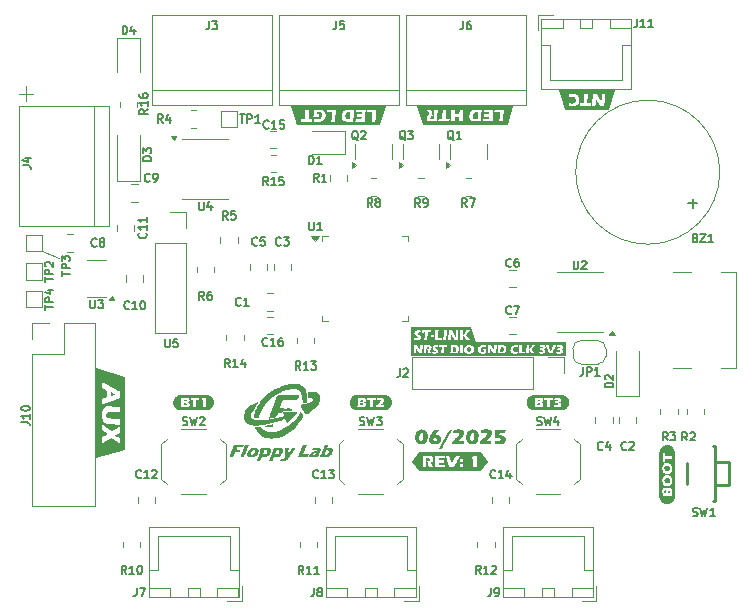
<source format=gbr>
%TF.GenerationSoftware,KiCad,Pcbnew,9.0.3*%
%TF.CreationDate,2025-07-30T10:18:58+02:00*%
%TF.ProjectId,Filament dryer oven control board,46696c61-6d65-46e7-9420-647279657220,1.0*%
%TF.SameCoordinates,Original*%
%TF.FileFunction,Legend,Top*%
%TF.FilePolarity,Positive*%
%FSLAX46Y46*%
G04 Gerber Fmt 4.6, Leading zero omitted, Abs format (unit mm)*
G04 Created by KiCad (PCBNEW 9.0.3) date 2025-07-30 10:18:58*
%MOMM*%
%LPD*%
G01*
G04 APERTURE LIST*
%ADD10C,0.120000*%
%ADD11C,0.150000*%
%ADD12C,0.000000*%
%ADD13C,0.254000*%
G04 APERTURE END LIST*
D10*
X100800000Y-56850000D02*
X101400000Y-56850000D01*
X101400000Y-56850000D02*
X100200000Y-56850000D01*
X100800000Y-56200000D02*
X100800000Y-57500000D01*
X102200000Y-70200000D02*
X103600000Y-70800000D01*
D11*
X106783333Y-69749366D02*
X106750000Y-69782700D01*
X106750000Y-69782700D02*
X106650000Y-69816033D01*
X106650000Y-69816033D02*
X106583333Y-69816033D01*
X106583333Y-69816033D02*
X106483333Y-69782700D01*
X106483333Y-69782700D02*
X106416667Y-69716033D01*
X106416667Y-69716033D02*
X106383333Y-69649366D01*
X106383333Y-69649366D02*
X106350000Y-69516033D01*
X106350000Y-69516033D02*
X106350000Y-69416033D01*
X106350000Y-69416033D02*
X106383333Y-69282700D01*
X106383333Y-69282700D02*
X106416667Y-69216033D01*
X106416667Y-69216033D02*
X106483333Y-69149366D01*
X106483333Y-69149366D02*
X106583333Y-69116033D01*
X106583333Y-69116033D02*
X106650000Y-69116033D01*
X106650000Y-69116033D02*
X106750000Y-69149366D01*
X106750000Y-69149366D02*
X106783333Y-69182700D01*
X107183333Y-69416033D02*
X107116667Y-69382700D01*
X107116667Y-69382700D02*
X107083333Y-69349366D01*
X107083333Y-69349366D02*
X107050000Y-69282700D01*
X107050000Y-69282700D02*
X107050000Y-69249366D01*
X107050000Y-69249366D02*
X107083333Y-69182700D01*
X107083333Y-69182700D02*
X107116667Y-69149366D01*
X107116667Y-69149366D02*
X107183333Y-69116033D01*
X107183333Y-69116033D02*
X107316667Y-69116033D01*
X107316667Y-69116033D02*
X107383333Y-69149366D01*
X107383333Y-69149366D02*
X107416667Y-69182700D01*
X107416667Y-69182700D02*
X107450000Y-69249366D01*
X107450000Y-69249366D02*
X107450000Y-69282700D01*
X107450000Y-69282700D02*
X107416667Y-69349366D01*
X107416667Y-69349366D02*
X107383333Y-69382700D01*
X107383333Y-69382700D02*
X107316667Y-69416033D01*
X107316667Y-69416033D02*
X107183333Y-69416033D01*
X107183333Y-69416033D02*
X107116667Y-69449366D01*
X107116667Y-69449366D02*
X107083333Y-69482700D01*
X107083333Y-69482700D02*
X107050000Y-69549366D01*
X107050000Y-69549366D02*
X107050000Y-69682700D01*
X107050000Y-69682700D02*
X107083333Y-69749366D01*
X107083333Y-69749366D02*
X107116667Y-69782700D01*
X107116667Y-69782700D02*
X107183333Y-69816033D01*
X107183333Y-69816033D02*
X107316667Y-69816033D01*
X107316667Y-69816033D02*
X107383333Y-69782700D01*
X107383333Y-69782700D02*
X107416667Y-69749366D01*
X107416667Y-69749366D02*
X107450000Y-69682700D01*
X107450000Y-69682700D02*
X107450000Y-69549366D01*
X107450000Y-69549366D02*
X107416667Y-69482700D01*
X107416667Y-69482700D02*
X107383333Y-69449366D01*
X107383333Y-69449366D02*
X107316667Y-69416033D01*
X118049999Y-80016033D02*
X117816666Y-79682700D01*
X117649999Y-80016033D02*
X117649999Y-79316033D01*
X117649999Y-79316033D02*
X117916666Y-79316033D01*
X117916666Y-79316033D02*
X117983333Y-79349366D01*
X117983333Y-79349366D02*
X118016666Y-79382700D01*
X118016666Y-79382700D02*
X118049999Y-79449366D01*
X118049999Y-79449366D02*
X118049999Y-79549366D01*
X118049999Y-79549366D02*
X118016666Y-79616033D01*
X118016666Y-79616033D02*
X117983333Y-79649366D01*
X117983333Y-79649366D02*
X117916666Y-79682700D01*
X117916666Y-79682700D02*
X117649999Y-79682700D01*
X118716666Y-80016033D02*
X118316666Y-80016033D01*
X118516666Y-80016033D02*
X118516666Y-79316033D01*
X118516666Y-79316033D02*
X118449999Y-79416033D01*
X118449999Y-79416033D02*
X118383333Y-79482700D01*
X118383333Y-79482700D02*
X118316666Y-79516033D01*
X119316666Y-79549366D02*
X119316666Y-80016033D01*
X119150000Y-79282700D02*
X118983333Y-79782700D01*
X118983333Y-79782700D02*
X119416666Y-79782700D01*
X118916666Y-58616033D02*
X119316666Y-58616033D01*
X119116666Y-59316033D02*
X119116666Y-58616033D01*
X119549999Y-59316033D02*
X119549999Y-58616033D01*
X119549999Y-58616033D02*
X119816666Y-58616033D01*
X119816666Y-58616033D02*
X119883333Y-58649366D01*
X119883333Y-58649366D02*
X119916666Y-58682700D01*
X119916666Y-58682700D02*
X119949999Y-58749366D01*
X119949999Y-58749366D02*
X119949999Y-58849366D01*
X119949999Y-58849366D02*
X119916666Y-58916033D01*
X119916666Y-58916033D02*
X119883333Y-58949366D01*
X119883333Y-58949366D02*
X119816666Y-58982700D01*
X119816666Y-58982700D02*
X119549999Y-58982700D01*
X120616666Y-59316033D02*
X120216666Y-59316033D01*
X120416666Y-59316033D02*
X120416666Y-58616033D01*
X120416666Y-58616033D02*
X120349999Y-58716033D01*
X120349999Y-58716033D02*
X120283333Y-58782700D01*
X120283333Y-58782700D02*
X120216666Y-58816033D01*
X124049999Y-80216033D02*
X123816666Y-79882700D01*
X123649999Y-80216033D02*
X123649999Y-79516033D01*
X123649999Y-79516033D02*
X123916666Y-79516033D01*
X123916666Y-79516033D02*
X123983333Y-79549366D01*
X123983333Y-79549366D02*
X124016666Y-79582700D01*
X124016666Y-79582700D02*
X124049999Y-79649366D01*
X124049999Y-79649366D02*
X124049999Y-79749366D01*
X124049999Y-79749366D02*
X124016666Y-79816033D01*
X124016666Y-79816033D02*
X123983333Y-79849366D01*
X123983333Y-79849366D02*
X123916666Y-79882700D01*
X123916666Y-79882700D02*
X123649999Y-79882700D01*
X124716666Y-80216033D02*
X124316666Y-80216033D01*
X124516666Y-80216033D02*
X124516666Y-79516033D01*
X124516666Y-79516033D02*
X124449999Y-79616033D01*
X124449999Y-79616033D02*
X124383333Y-79682700D01*
X124383333Y-79682700D02*
X124316666Y-79716033D01*
X124950000Y-79516033D02*
X125383333Y-79516033D01*
X125383333Y-79516033D02*
X125150000Y-79782700D01*
X125150000Y-79782700D02*
X125250000Y-79782700D01*
X125250000Y-79782700D02*
X125316666Y-79816033D01*
X125316666Y-79816033D02*
X125350000Y-79849366D01*
X125350000Y-79849366D02*
X125383333Y-79916033D01*
X125383333Y-79916033D02*
X125383333Y-80082700D01*
X125383333Y-80082700D02*
X125350000Y-80149366D01*
X125350000Y-80149366D02*
X125316666Y-80182700D01*
X125316666Y-80182700D02*
X125250000Y-80216033D01*
X125250000Y-80216033D02*
X125050000Y-80216033D01*
X125050000Y-80216033D02*
X124983333Y-80182700D01*
X124983333Y-80182700D02*
X124950000Y-80149366D01*
X132466666Y-80116033D02*
X132466666Y-80616033D01*
X132466666Y-80616033D02*
X132433333Y-80716033D01*
X132433333Y-80716033D02*
X132366666Y-80782700D01*
X132366666Y-80782700D02*
X132266666Y-80816033D01*
X132266666Y-80816033D02*
X132200000Y-80816033D01*
X132766666Y-80182700D02*
X132799999Y-80149366D01*
X132799999Y-80149366D02*
X132866666Y-80116033D01*
X132866666Y-80116033D02*
X133033333Y-80116033D01*
X133033333Y-80116033D02*
X133099999Y-80149366D01*
X133099999Y-80149366D02*
X133133333Y-80182700D01*
X133133333Y-80182700D02*
X133166666Y-80249366D01*
X133166666Y-80249366D02*
X133166666Y-80316033D01*
X133166666Y-80316033D02*
X133133333Y-80416033D01*
X133133333Y-80416033D02*
X132733333Y-80816033D01*
X132733333Y-80816033D02*
X133166666Y-80816033D01*
X157266666Y-92582700D02*
X157366666Y-92616033D01*
X157366666Y-92616033D02*
X157533333Y-92616033D01*
X157533333Y-92616033D02*
X157599999Y-92582700D01*
X157599999Y-92582700D02*
X157633333Y-92549366D01*
X157633333Y-92549366D02*
X157666666Y-92482700D01*
X157666666Y-92482700D02*
X157666666Y-92416033D01*
X157666666Y-92416033D02*
X157633333Y-92349366D01*
X157633333Y-92349366D02*
X157599999Y-92316033D01*
X157599999Y-92316033D02*
X157533333Y-92282700D01*
X157533333Y-92282700D02*
X157399999Y-92249366D01*
X157399999Y-92249366D02*
X157333333Y-92216033D01*
X157333333Y-92216033D02*
X157299999Y-92182700D01*
X157299999Y-92182700D02*
X157266666Y-92116033D01*
X157266666Y-92116033D02*
X157266666Y-92049366D01*
X157266666Y-92049366D02*
X157299999Y-91982700D01*
X157299999Y-91982700D02*
X157333333Y-91949366D01*
X157333333Y-91949366D02*
X157399999Y-91916033D01*
X157399999Y-91916033D02*
X157566666Y-91916033D01*
X157566666Y-91916033D02*
X157666666Y-91949366D01*
X157900000Y-91916033D02*
X158066666Y-92616033D01*
X158066666Y-92616033D02*
X158200000Y-92116033D01*
X158200000Y-92116033D02*
X158333333Y-92616033D01*
X158333333Y-92616033D02*
X158500000Y-91916033D01*
X159133333Y-92616033D02*
X158733333Y-92616033D01*
X158933333Y-92616033D02*
X158933333Y-91916033D01*
X158933333Y-91916033D02*
X158866666Y-92016033D01*
X158866666Y-92016033D02*
X158800000Y-92082700D01*
X158800000Y-92082700D02*
X158733333Y-92116033D01*
X141883333Y-75449366D02*
X141850000Y-75482700D01*
X141850000Y-75482700D02*
X141750000Y-75516033D01*
X141750000Y-75516033D02*
X141683333Y-75516033D01*
X141683333Y-75516033D02*
X141583333Y-75482700D01*
X141583333Y-75482700D02*
X141516667Y-75416033D01*
X141516667Y-75416033D02*
X141483333Y-75349366D01*
X141483333Y-75349366D02*
X141450000Y-75216033D01*
X141450000Y-75216033D02*
X141450000Y-75116033D01*
X141450000Y-75116033D02*
X141483333Y-74982700D01*
X141483333Y-74982700D02*
X141516667Y-74916033D01*
X141516667Y-74916033D02*
X141583333Y-74849366D01*
X141583333Y-74849366D02*
X141683333Y-74816033D01*
X141683333Y-74816033D02*
X141750000Y-74816033D01*
X141750000Y-74816033D02*
X141850000Y-74849366D01*
X141850000Y-74849366D02*
X141883333Y-74882700D01*
X142116667Y-74816033D02*
X142583333Y-74816033D01*
X142583333Y-74816033D02*
X142283333Y-75516033D01*
X132933333Y-60782700D02*
X132866666Y-60749366D01*
X132866666Y-60749366D02*
X132800000Y-60682700D01*
X132800000Y-60682700D02*
X132700000Y-60582700D01*
X132700000Y-60582700D02*
X132633333Y-60549366D01*
X132633333Y-60549366D02*
X132566666Y-60549366D01*
X132600000Y-60716033D02*
X132533333Y-60682700D01*
X132533333Y-60682700D02*
X132466666Y-60616033D01*
X132466666Y-60616033D02*
X132433333Y-60482700D01*
X132433333Y-60482700D02*
X132433333Y-60249366D01*
X132433333Y-60249366D02*
X132466666Y-60116033D01*
X132466666Y-60116033D02*
X132533333Y-60049366D01*
X132533333Y-60049366D02*
X132600000Y-60016033D01*
X132600000Y-60016033D02*
X132733333Y-60016033D01*
X132733333Y-60016033D02*
X132800000Y-60049366D01*
X132800000Y-60049366D02*
X132866666Y-60116033D01*
X132866666Y-60116033D02*
X132900000Y-60249366D01*
X132900000Y-60249366D02*
X132900000Y-60482700D01*
X132900000Y-60482700D02*
X132866666Y-60616033D01*
X132866666Y-60616033D02*
X132800000Y-60682700D01*
X132800000Y-60682700D02*
X132733333Y-60716033D01*
X132733333Y-60716033D02*
X132600000Y-60716033D01*
X133133333Y-60016033D02*
X133566666Y-60016033D01*
X133566666Y-60016033D02*
X133333333Y-60282700D01*
X133333333Y-60282700D02*
X133433333Y-60282700D01*
X133433333Y-60282700D02*
X133499999Y-60316033D01*
X133499999Y-60316033D02*
X133533333Y-60349366D01*
X133533333Y-60349366D02*
X133566666Y-60416033D01*
X133566666Y-60416033D02*
X133566666Y-60582700D01*
X133566666Y-60582700D02*
X133533333Y-60649366D01*
X133533333Y-60649366D02*
X133499999Y-60682700D01*
X133499999Y-60682700D02*
X133433333Y-60716033D01*
X133433333Y-60716033D02*
X133233333Y-60716033D01*
X133233333Y-60716033D02*
X133166666Y-60682700D01*
X133166666Y-60682700D02*
X133133333Y-60649366D01*
X111416033Y-62516666D02*
X110716033Y-62516666D01*
X110716033Y-62516666D02*
X110716033Y-62349999D01*
X110716033Y-62349999D02*
X110749366Y-62249999D01*
X110749366Y-62249999D02*
X110816033Y-62183333D01*
X110816033Y-62183333D02*
X110882700Y-62149999D01*
X110882700Y-62149999D02*
X111016033Y-62116666D01*
X111016033Y-62116666D02*
X111116033Y-62116666D01*
X111116033Y-62116666D02*
X111249366Y-62149999D01*
X111249366Y-62149999D02*
X111316033Y-62183333D01*
X111316033Y-62183333D02*
X111382700Y-62249999D01*
X111382700Y-62249999D02*
X111416033Y-62349999D01*
X111416033Y-62349999D02*
X111416033Y-62516666D01*
X110716033Y-61883333D02*
X110716033Y-61449999D01*
X110716033Y-61449999D02*
X110982700Y-61683333D01*
X110982700Y-61683333D02*
X110982700Y-61583333D01*
X110982700Y-61583333D02*
X111016033Y-61516666D01*
X111016033Y-61516666D02*
X111049366Y-61483333D01*
X111049366Y-61483333D02*
X111116033Y-61449999D01*
X111116033Y-61449999D02*
X111282700Y-61449999D01*
X111282700Y-61449999D02*
X111349366Y-61483333D01*
X111349366Y-61483333D02*
X111382700Y-61516666D01*
X111382700Y-61516666D02*
X111416033Y-61583333D01*
X111416033Y-61583333D02*
X111416033Y-61783333D01*
X111416033Y-61783333D02*
X111382700Y-61849999D01*
X111382700Y-61849999D02*
X111349366Y-61883333D01*
X124299999Y-97516033D02*
X124066666Y-97182700D01*
X123899999Y-97516033D02*
X123899999Y-96816033D01*
X123899999Y-96816033D02*
X124166666Y-96816033D01*
X124166666Y-96816033D02*
X124233333Y-96849366D01*
X124233333Y-96849366D02*
X124266666Y-96882700D01*
X124266666Y-96882700D02*
X124299999Y-96949366D01*
X124299999Y-96949366D02*
X124299999Y-97049366D01*
X124299999Y-97049366D02*
X124266666Y-97116033D01*
X124266666Y-97116033D02*
X124233333Y-97149366D01*
X124233333Y-97149366D02*
X124166666Y-97182700D01*
X124166666Y-97182700D02*
X123899999Y-97182700D01*
X124966666Y-97516033D02*
X124566666Y-97516033D01*
X124766666Y-97516033D02*
X124766666Y-96816033D01*
X124766666Y-96816033D02*
X124699999Y-96916033D01*
X124699999Y-96916033D02*
X124633333Y-96982700D01*
X124633333Y-96982700D02*
X124566666Y-97016033D01*
X125633333Y-97516033D02*
X125233333Y-97516033D01*
X125433333Y-97516033D02*
X125433333Y-96816033D01*
X125433333Y-96816033D02*
X125366666Y-96916033D01*
X125366666Y-96916033D02*
X125300000Y-96982700D01*
X125300000Y-96982700D02*
X125233333Y-97016033D01*
X111116033Y-58150000D02*
X110782700Y-58383333D01*
X111116033Y-58550000D02*
X110416033Y-58550000D01*
X110416033Y-58550000D02*
X110416033Y-58283333D01*
X110416033Y-58283333D02*
X110449366Y-58216667D01*
X110449366Y-58216667D02*
X110482700Y-58183333D01*
X110482700Y-58183333D02*
X110549366Y-58150000D01*
X110549366Y-58150000D02*
X110649366Y-58150000D01*
X110649366Y-58150000D02*
X110716033Y-58183333D01*
X110716033Y-58183333D02*
X110749366Y-58216667D01*
X110749366Y-58216667D02*
X110782700Y-58283333D01*
X110782700Y-58283333D02*
X110782700Y-58550000D01*
X111116033Y-57483333D02*
X111116033Y-57883333D01*
X111116033Y-57683333D02*
X110416033Y-57683333D01*
X110416033Y-57683333D02*
X110516033Y-57750000D01*
X110516033Y-57750000D02*
X110582700Y-57816667D01*
X110582700Y-57816667D02*
X110616033Y-57883333D01*
X110416033Y-56883333D02*
X110416033Y-57016666D01*
X110416033Y-57016666D02*
X110449366Y-57083333D01*
X110449366Y-57083333D02*
X110482700Y-57116666D01*
X110482700Y-57116666D02*
X110582700Y-57183333D01*
X110582700Y-57183333D02*
X110716033Y-57216666D01*
X110716033Y-57216666D02*
X110982700Y-57216666D01*
X110982700Y-57216666D02*
X111049366Y-57183333D01*
X111049366Y-57183333D02*
X111082700Y-57150000D01*
X111082700Y-57150000D02*
X111116033Y-57083333D01*
X111116033Y-57083333D02*
X111116033Y-56950000D01*
X111116033Y-56950000D02*
X111082700Y-56883333D01*
X111082700Y-56883333D02*
X111049366Y-56850000D01*
X111049366Y-56850000D02*
X110982700Y-56816666D01*
X110982700Y-56816666D02*
X110816033Y-56816666D01*
X110816033Y-56816666D02*
X110749366Y-56850000D01*
X110749366Y-56850000D02*
X110716033Y-56883333D01*
X110716033Y-56883333D02*
X110682700Y-56950000D01*
X110682700Y-56950000D02*
X110682700Y-57083333D01*
X110682700Y-57083333D02*
X110716033Y-57150000D01*
X110716033Y-57150000D02*
X110749366Y-57183333D01*
X110749366Y-57183333D02*
X110816033Y-57216666D01*
X106266666Y-74316033D02*
X106266666Y-74882700D01*
X106266666Y-74882700D02*
X106300000Y-74949366D01*
X106300000Y-74949366D02*
X106333333Y-74982700D01*
X106333333Y-74982700D02*
X106400000Y-75016033D01*
X106400000Y-75016033D02*
X106533333Y-75016033D01*
X106533333Y-75016033D02*
X106600000Y-74982700D01*
X106600000Y-74982700D02*
X106633333Y-74949366D01*
X106633333Y-74949366D02*
X106666666Y-74882700D01*
X106666666Y-74882700D02*
X106666666Y-74316033D01*
X106933333Y-74316033D02*
X107366666Y-74316033D01*
X107366666Y-74316033D02*
X107133333Y-74582700D01*
X107133333Y-74582700D02*
X107233333Y-74582700D01*
X107233333Y-74582700D02*
X107299999Y-74616033D01*
X107299999Y-74616033D02*
X107333333Y-74649366D01*
X107333333Y-74649366D02*
X107366666Y-74716033D01*
X107366666Y-74716033D02*
X107366666Y-74882700D01*
X107366666Y-74882700D02*
X107333333Y-74949366D01*
X107333333Y-74949366D02*
X107299999Y-74982700D01*
X107299999Y-74982700D02*
X107233333Y-75016033D01*
X107233333Y-75016033D02*
X107033333Y-75016033D01*
X107033333Y-75016033D02*
X106966666Y-74982700D01*
X106966666Y-74982700D02*
X106933333Y-74949366D01*
X156783333Y-86216033D02*
X156550000Y-85882700D01*
X156383333Y-86216033D02*
X156383333Y-85516033D01*
X156383333Y-85516033D02*
X156650000Y-85516033D01*
X156650000Y-85516033D02*
X156716667Y-85549366D01*
X156716667Y-85549366D02*
X156750000Y-85582700D01*
X156750000Y-85582700D02*
X156783333Y-85649366D01*
X156783333Y-85649366D02*
X156783333Y-85749366D01*
X156783333Y-85749366D02*
X156750000Y-85816033D01*
X156750000Y-85816033D02*
X156716667Y-85849366D01*
X156716667Y-85849366D02*
X156650000Y-85882700D01*
X156650000Y-85882700D02*
X156383333Y-85882700D01*
X157050000Y-85582700D02*
X157083333Y-85549366D01*
X157083333Y-85549366D02*
X157150000Y-85516033D01*
X157150000Y-85516033D02*
X157316667Y-85516033D01*
X157316667Y-85516033D02*
X157383333Y-85549366D01*
X157383333Y-85549366D02*
X157416667Y-85582700D01*
X157416667Y-85582700D02*
X157450000Y-85649366D01*
X157450000Y-85649366D02*
X157450000Y-85716033D01*
X157450000Y-85716033D02*
X157416667Y-85816033D01*
X157416667Y-85816033D02*
X157016667Y-86216033D01*
X157016667Y-86216033D02*
X157450000Y-86216033D01*
X100416033Y-84666666D02*
X100916033Y-84666666D01*
X100916033Y-84666666D02*
X101016033Y-84699999D01*
X101016033Y-84699999D02*
X101082700Y-84766666D01*
X101082700Y-84766666D02*
X101116033Y-84866666D01*
X101116033Y-84866666D02*
X101116033Y-84933333D01*
X101116033Y-83966666D02*
X101116033Y-84366666D01*
X101116033Y-84166666D02*
X100416033Y-84166666D01*
X100416033Y-84166666D02*
X100516033Y-84233333D01*
X100516033Y-84233333D02*
X100582700Y-84300000D01*
X100582700Y-84300000D02*
X100616033Y-84366666D01*
X100416033Y-83533333D02*
X100416033Y-83466666D01*
X100416033Y-83466666D02*
X100449366Y-83399999D01*
X100449366Y-83399999D02*
X100482700Y-83366666D01*
X100482700Y-83366666D02*
X100549366Y-83333333D01*
X100549366Y-83333333D02*
X100682700Y-83299999D01*
X100682700Y-83299999D02*
X100849366Y-83299999D01*
X100849366Y-83299999D02*
X100982700Y-83333333D01*
X100982700Y-83333333D02*
X101049366Y-83366666D01*
X101049366Y-83366666D02*
X101082700Y-83399999D01*
X101082700Y-83399999D02*
X101116033Y-83466666D01*
X101116033Y-83466666D02*
X101116033Y-83533333D01*
X101116033Y-83533333D02*
X101082700Y-83599999D01*
X101082700Y-83599999D02*
X101049366Y-83633333D01*
X101049366Y-83633333D02*
X100982700Y-83666666D01*
X100982700Y-83666666D02*
X100849366Y-83699999D01*
X100849366Y-83699999D02*
X100682700Y-83699999D01*
X100682700Y-83699999D02*
X100549366Y-83666666D01*
X100549366Y-83666666D02*
X100482700Y-83633333D01*
X100482700Y-83633333D02*
X100449366Y-83599999D01*
X100449366Y-83599999D02*
X100416033Y-83533333D01*
X118983333Y-74749366D02*
X118950000Y-74782700D01*
X118950000Y-74782700D02*
X118850000Y-74816033D01*
X118850000Y-74816033D02*
X118783333Y-74816033D01*
X118783333Y-74816033D02*
X118683333Y-74782700D01*
X118683333Y-74782700D02*
X118616667Y-74716033D01*
X118616667Y-74716033D02*
X118583333Y-74649366D01*
X118583333Y-74649366D02*
X118550000Y-74516033D01*
X118550000Y-74516033D02*
X118550000Y-74416033D01*
X118550000Y-74416033D02*
X118583333Y-74282700D01*
X118583333Y-74282700D02*
X118616667Y-74216033D01*
X118616667Y-74216033D02*
X118683333Y-74149366D01*
X118683333Y-74149366D02*
X118783333Y-74116033D01*
X118783333Y-74116033D02*
X118850000Y-74116033D01*
X118850000Y-74116033D02*
X118950000Y-74149366D01*
X118950000Y-74149366D02*
X118983333Y-74182700D01*
X119650000Y-74816033D02*
X119250000Y-74816033D01*
X119450000Y-74816033D02*
X119450000Y-74116033D01*
X119450000Y-74116033D02*
X119383333Y-74216033D01*
X119383333Y-74216033D02*
X119316667Y-74282700D01*
X119316667Y-74282700D02*
X119250000Y-74316033D01*
X127066666Y-50716033D02*
X127066666Y-51216033D01*
X127066666Y-51216033D02*
X127033333Y-51316033D01*
X127033333Y-51316033D02*
X126966666Y-51382700D01*
X126966666Y-51382700D02*
X126866666Y-51416033D01*
X126866666Y-51416033D02*
X126800000Y-51416033D01*
X127733333Y-50716033D02*
X127399999Y-50716033D01*
X127399999Y-50716033D02*
X127366666Y-51049366D01*
X127366666Y-51049366D02*
X127399999Y-51016033D01*
X127399999Y-51016033D02*
X127466666Y-50982700D01*
X127466666Y-50982700D02*
X127633333Y-50982700D01*
X127633333Y-50982700D02*
X127699999Y-51016033D01*
X127699999Y-51016033D02*
X127733333Y-51049366D01*
X127733333Y-51049366D02*
X127766666Y-51116033D01*
X127766666Y-51116033D02*
X127766666Y-51282700D01*
X127766666Y-51282700D02*
X127733333Y-51349366D01*
X127733333Y-51349366D02*
X127699999Y-51382700D01*
X127699999Y-51382700D02*
X127633333Y-51416033D01*
X127633333Y-51416033D02*
X127466666Y-51416033D01*
X127466666Y-51416033D02*
X127399999Y-51382700D01*
X127399999Y-51382700D02*
X127366666Y-51349366D01*
X124783333Y-62816033D02*
X124783333Y-62116033D01*
X124783333Y-62116033D02*
X124950000Y-62116033D01*
X124950000Y-62116033D02*
X125050000Y-62149366D01*
X125050000Y-62149366D02*
X125116667Y-62216033D01*
X125116667Y-62216033D02*
X125150000Y-62282700D01*
X125150000Y-62282700D02*
X125183333Y-62416033D01*
X125183333Y-62416033D02*
X125183333Y-62516033D01*
X125183333Y-62516033D02*
X125150000Y-62649366D01*
X125150000Y-62649366D02*
X125116667Y-62716033D01*
X125116667Y-62716033D02*
X125050000Y-62782700D01*
X125050000Y-62782700D02*
X124950000Y-62816033D01*
X124950000Y-62816033D02*
X124783333Y-62816033D01*
X125850000Y-62816033D02*
X125450000Y-62816033D01*
X125650000Y-62816033D02*
X125650000Y-62116033D01*
X125650000Y-62116033D02*
X125583333Y-62216033D01*
X125583333Y-62216033D02*
X125516667Y-62282700D01*
X125516667Y-62282700D02*
X125450000Y-62316033D01*
X112566666Y-77616033D02*
X112566666Y-78182700D01*
X112566666Y-78182700D02*
X112600000Y-78249366D01*
X112600000Y-78249366D02*
X112633333Y-78282700D01*
X112633333Y-78282700D02*
X112700000Y-78316033D01*
X112700000Y-78316033D02*
X112833333Y-78316033D01*
X112833333Y-78316033D02*
X112900000Y-78282700D01*
X112900000Y-78282700D02*
X112933333Y-78249366D01*
X112933333Y-78249366D02*
X112966666Y-78182700D01*
X112966666Y-78182700D02*
X112966666Y-77616033D01*
X113633333Y-77616033D02*
X113299999Y-77616033D01*
X113299999Y-77616033D02*
X113266666Y-77949366D01*
X113266666Y-77949366D02*
X113299999Y-77916033D01*
X113299999Y-77916033D02*
X113366666Y-77882700D01*
X113366666Y-77882700D02*
X113533333Y-77882700D01*
X113533333Y-77882700D02*
X113599999Y-77916033D01*
X113599999Y-77916033D02*
X113633333Y-77949366D01*
X113633333Y-77949366D02*
X113666666Y-78016033D01*
X113666666Y-78016033D02*
X113666666Y-78182700D01*
X113666666Y-78182700D02*
X113633333Y-78249366D01*
X113633333Y-78249366D02*
X113599999Y-78282700D01*
X113599999Y-78282700D02*
X113533333Y-78316033D01*
X113533333Y-78316033D02*
X113366666Y-78316033D01*
X113366666Y-78316033D02*
X113299999Y-78282700D01*
X113299999Y-78282700D02*
X113266666Y-78249366D01*
X103816033Y-72283333D02*
X103816033Y-71883333D01*
X104516033Y-72083333D02*
X103816033Y-72083333D01*
X104516033Y-71650000D02*
X103816033Y-71650000D01*
X103816033Y-71650000D02*
X103816033Y-71383333D01*
X103816033Y-71383333D02*
X103849366Y-71316667D01*
X103849366Y-71316667D02*
X103882700Y-71283333D01*
X103882700Y-71283333D02*
X103949366Y-71250000D01*
X103949366Y-71250000D02*
X104049366Y-71250000D01*
X104049366Y-71250000D02*
X104116033Y-71283333D01*
X104116033Y-71283333D02*
X104149366Y-71316667D01*
X104149366Y-71316667D02*
X104182700Y-71383333D01*
X104182700Y-71383333D02*
X104182700Y-71650000D01*
X103816033Y-71016667D02*
X103816033Y-70583333D01*
X103816033Y-70583333D02*
X104082700Y-70816667D01*
X104082700Y-70816667D02*
X104082700Y-70716667D01*
X104082700Y-70716667D02*
X104116033Y-70650000D01*
X104116033Y-70650000D02*
X104149366Y-70616667D01*
X104149366Y-70616667D02*
X104216033Y-70583333D01*
X104216033Y-70583333D02*
X104382700Y-70583333D01*
X104382700Y-70583333D02*
X104449366Y-70616667D01*
X104449366Y-70616667D02*
X104482700Y-70650000D01*
X104482700Y-70650000D02*
X104516033Y-70716667D01*
X104516033Y-70716667D02*
X104516033Y-70916667D01*
X104516033Y-70916667D02*
X104482700Y-70983333D01*
X104482700Y-70983333D02*
X104449366Y-71016667D01*
X157483333Y-69049366D02*
X157583333Y-69082700D01*
X157583333Y-69082700D02*
X157616666Y-69116033D01*
X157616666Y-69116033D02*
X157649999Y-69182700D01*
X157649999Y-69182700D02*
X157649999Y-69282700D01*
X157649999Y-69282700D02*
X157616666Y-69349366D01*
X157616666Y-69349366D02*
X157583333Y-69382700D01*
X157583333Y-69382700D02*
X157516666Y-69416033D01*
X157516666Y-69416033D02*
X157249999Y-69416033D01*
X157249999Y-69416033D02*
X157249999Y-68716033D01*
X157249999Y-68716033D02*
X157483333Y-68716033D01*
X157483333Y-68716033D02*
X157549999Y-68749366D01*
X157549999Y-68749366D02*
X157583333Y-68782700D01*
X157583333Y-68782700D02*
X157616666Y-68849366D01*
X157616666Y-68849366D02*
X157616666Y-68916033D01*
X157616666Y-68916033D02*
X157583333Y-68982700D01*
X157583333Y-68982700D02*
X157549999Y-69016033D01*
X157549999Y-69016033D02*
X157483333Y-69049366D01*
X157483333Y-69049366D02*
X157249999Y-69049366D01*
X157883333Y-68716033D02*
X158349999Y-68716033D01*
X158349999Y-68716033D02*
X157883333Y-69416033D01*
X157883333Y-69416033D02*
X158349999Y-69416033D01*
X158983333Y-69416033D02*
X158583333Y-69416033D01*
X158783333Y-69416033D02*
X158783333Y-68716033D01*
X158783333Y-68716033D02*
X158716666Y-68816033D01*
X158716666Y-68816033D02*
X158650000Y-68882700D01*
X158650000Y-68882700D02*
X158583333Y-68916033D01*
X156879048Y-66113866D02*
X157640953Y-66113866D01*
X157260000Y-66494819D02*
X157260000Y-65732914D01*
X120383333Y-69649366D02*
X120350000Y-69682700D01*
X120350000Y-69682700D02*
X120250000Y-69716033D01*
X120250000Y-69716033D02*
X120183333Y-69716033D01*
X120183333Y-69716033D02*
X120083333Y-69682700D01*
X120083333Y-69682700D02*
X120016667Y-69616033D01*
X120016667Y-69616033D02*
X119983333Y-69549366D01*
X119983333Y-69549366D02*
X119950000Y-69416033D01*
X119950000Y-69416033D02*
X119950000Y-69316033D01*
X119950000Y-69316033D02*
X119983333Y-69182700D01*
X119983333Y-69182700D02*
X120016667Y-69116033D01*
X120016667Y-69116033D02*
X120083333Y-69049366D01*
X120083333Y-69049366D02*
X120183333Y-69016033D01*
X120183333Y-69016033D02*
X120250000Y-69016033D01*
X120250000Y-69016033D02*
X120350000Y-69049366D01*
X120350000Y-69049366D02*
X120383333Y-69082700D01*
X121016667Y-69016033D02*
X120683333Y-69016033D01*
X120683333Y-69016033D02*
X120650000Y-69349366D01*
X120650000Y-69349366D02*
X120683333Y-69316033D01*
X120683333Y-69316033D02*
X120750000Y-69282700D01*
X120750000Y-69282700D02*
X120916667Y-69282700D01*
X120916667Y-69282700D02*
X120983333Y-69316033D01*
X120983333Y-69316033D02*
X121016667Y-69349366D01*
X121016667Y-69349366D02*
X121050000Y-69416033D01*
X121050000Y-69416033D02*
X121050000Y-69582700D01*
X121050000Y-69582700D02*
X121016667Y-69649366D01*
X121016667Y-69649366D02*
X120983333Y-69682700D01*
X120983333Y-69682700D02*
X120916667Y-69716033D01*
X120916667Y-69716033D02*
X120750000Y-69716033D01*
X120750000Y-69716033D02*
X120683333Y-69682700D01*
X120683333Y-69682700D02*
X120650000Y-69649366D01*
X128933333Y-60782700D02*
X128866666Y-60749366D01*
X128866666Y-60749366D02*
X128800000Y-60682700D01*
X128800000Y-60682700D02*
X128700000Y-60582700D01*
X128700000Y-60582700D02*
X128633333Y-60549366D01*
X128633333Y-60549366D02*
X128566666Y-60549366D01*
X128600000Y-60716033D02*
X128533333Y-60682700D01*
X128533333Y-60682700D02*
X128466666Y-60616033D01*
X128466666Y-60616033D02*
X128433333Y-60482700D01*
X128433333Y-60482700D02*
X128433333Y-60249366D01*
X128433333Y-60249366D02*
X128466666Y-60116033D01*
X128466666Y-60116033D02*
X128533333Y-60049366D01*
X128533333Y-60049366D02*
X128600000Y-60016033D01*
X128600000Y-60016033D02*
X128733333Y-60016033D01*
X128733333Y-60016033D02*
X128800000Y-60049366D01*
X128800000Y-60049366D02*
X128866666Y-60116033D01*
X128866666Y-60116033D02*
X128900000Y-60249366D01*
X128900000Y-60249366D02*
X128900000Y-60482700D01*
X128900000Y-60482700D02*
X128866666Y-60616033D01*
X128866666Y-60616033D02*
X128800000Y-60682700D01*
X128800000Y-60682700D02*
X128733333Y-60716033D01*
X128733333Y-60716033D02*
X128600000Y-60716033D01*
X129166666Y-60082700D02*
X129199999Y-60049366D01*
X129199999Y-60049366D02*
X129266666Y-60016033D01*
X129266666Y-60016033D02*
X129433333Y-60016033D01*
X129433333Y-60016033D02*
X129499999Y-60049366D01*
X129499999Y-60049366D02*
X129533333Y-60082700D01*
X129533333Y-60082700D02*
X129566666Y-60149366D01*
X129566666Y-60149366D02*
X129566666Y-60216033D01*
X129566666Y-60216033D02*
X129533333Y-60316033D01*
X129533333Y-60316033D02*
X129133333Y-60716033D01*
X129133333Y-60716033D02*
X129566666Y-60716033D01*
X134183333Y-66416033D02*
X133950000Y-66082700D01*
X133783333Y-66416033D02*
X133783333Y-65716033D01*
X133783333Y-65716033D02*
X134050000Y-65716033D01*
X134050000Y-65716033D02*
X134116667Y-65749366D01*
X134116667Y-65749366D02*
X134150000Y-65782700D01*
X134150000Y-65782700D02*
X134183333Y-65849366D01*
X134183333Y-65849366D02*
X134183333Y-65949366D01*
X134183333Y-65949366D02*
X134150000Y-66016033D01*
X134150000Y-66016033D02*
X134116667Y-66049366D01*
X134116667Y-66049366D02*
X134050000Y-66082700D01*
X134050000Y-66082700D02*
X133783333Y-66082700D01*
X134516667Y-66416033D02*
X134650000Y-66416033D01*
X134650000Y-66416033D02*
X134716667Y-66382700D01*
X134716667Y-66382700D02*
X134750000Y-66349366D01*
X134750000Y-66349366D02*
X134816667Y-66249366D01*
X134816667Y-66249366D02*
X134850000Y-66116033D01*
X134850000Y-66116033D02*
X134850000Y-65849366D01*
X134850000Y-65849366D02*
X134816667Y-65782700D01*
X134816667Y-65782700D02*
X134783333Y-65749366D01*
X134783333Y-65749366D02*
X134716667Y-65716033D01*
X134716667Y-65716033D02*
X134583333Y-65716033D01*
X134583333Y-65716033D02*
X134516667Y-65749366D01*
X134516667Y-65749366D02*
X134483333Y-65782700D01*
X134483333Y-65782700D02*
X134450000Y-65849366D01*
X134450000Y-65849366D02*
X134450000Y-66016033D01*
X134450000Y-66016033D02*
X134483333Y-66082700D01*
X134483333Y-66082700D02*
X134516667Y-66116033D01*
X134516667Y-66116033D02*
X134583333Y-66149366D01*
X134583333Y-66149366D02*
X134716667Y-66149366D01*
X134716667Y-66149366D02*
X134783333Y-66116033D01*
X134783333Y-66116033D02*
X134816667Y-66082700D01*
X134816667Y-66082700D02*
X134850000Y-66016033D01*
X155133333Y-86216033D02*
X154900000Y-85882700D01*
X154733333Y-86216033D02*
X154733333Y-85516033D01*
X154733333Y-85516033D02*
X155000000Y-85516033D01*
X155000000Y-85516033D02*
X155066667Y-85549366D01*
X155066667Y-85549366D02*
X155100000Y-85582700D01*
X155100000Y-85582700D02*
X155133333Y-85649366D01*
X155133333Y-85649366D02*
X155133333Y-85749366D01*
X155133333Y-85749366D02*
X155100000Y-85816033D01*
X155100000Y-85816033D02*
X155066667Y-85849366D01*
X155066667Y-85849366D02*
X155000000Y-85882700D01*
X155000000Y-85882700D02*
X154733333Y-85882700D01*
X155366667Y-85516033D02*
X155800000Y-85516033D01*
X155800000Y-85516033D02*
X155566667Y-85782700D01*
X155566667Y-85782700D02*
X155666667Y-85782700D01*
X155666667Y-85782700D02*
X155733333Y-85816033D01*
X155733333Y-85816033D02*
X155766667Y-85849366D01*
X155766667Y-85849366D02*
X155800000Y-85916033D01*
X155800000Y-85916033D02*
X155800000Y-86082700D01*
X155800000Y-86082700D02*
X155766667Y-86149366D01*
X155766667Y-86149366D02*
X155733333Y-86182700D01*
X155733333Y-86182700D02*
X155666667Y-86216033D01*
X155666667Y-86216033D02*
X155466667Y-86216033D01*
X155466667Y-86216033D02*
X155400000Y-86182700D01*
X155400000Y-86182700D02*
X155366667Y-86149366D01*
X151633333Y-86949366D02*
X151600000Y-86982700D01*
X151600000Y-86982700D02*
X151500000Y-87016033D01*
X151500000Y-87016033D02*
X151433333Y-87016033D01*
X151433333Y-87016033D02*
X151333333Y-86982700D01*
X151333333Y-86982700D02*
X151266667Y-86916033D01*
X151266667Y-86916033D02*
X151233333Y-86849366D01*
X151233333Y-86849366D02*
X151200000Y-86716033D01*
X151200000Y-86716033D02*
X151200000Y-86616033D01*
X151200000Y-86616033D02*
X151233333Y-86482700D01*
X151233333Y-86482700D02*
X151266667Y-86416033D01*
X151266667Y-86416033D02*
X151333333Y-86349366D01*
X151333333Y-86349366D02*
X151433333Y-86316033D01*
X151433333Y-86316033D02*
X151500000Y-86316033D01*
X151500000Y-86316033D02*
X151600000Y-86349366D01*
X151600000Y-86349366D02*
X151633333Y-86382700D01*
X151900000Y-86382700D02*
X151933333Y-86349366D01*
X151933333Y-86349366D02*
X152000000Y-86316033D01*
X152000000Y-86316033D02*
X152166667Y-86316033D01*
X152166667Y-86316033D02*
X152233333Y-86349366D01*
X152233333Y-86349366D02*
X152266667Y-86382700D01*
X152266667Y-86382700D02*
X152300000Y-86449366D01*
X152300000Y-86449366D02*
X152300000Y-86516033D01*
X152300000Y-86516033D02*
X152266667Y-86616033D01*
X152266667Y-86616033D02*
X151866667Y-87016033D01*
X151866667Y-87016033D02*
X152300000Y-87016033D01*
X117883333Y-67516033D02*
X117650000Y-67182700D01*
X117483333Y-67516033D02*
X117483333Y-66816033D01*
X117483333Y-66816033D02*
X117750000Y-66816033D01*
X117750000Y-66816033D02*
X117816667Y-66849366D01*
X117816667Y-66849366D02*
X117850000Y-66882700D01*
X117850000Y-66882700D02*
X117883333Y-66949366D01*
X117883333Y-66949366D02*
X117883333Y-67049366D01*
X117883333Y-67049366D02*
X117850000Y-67116033D01*
X117850000Y-67116033D02*
X117816667Y-67149366D01*
X117816667Y-67149366D02*
X117750000Y-67182700D01*
X117750000Y-67182700D02*
X117483333Y-67182700D01*
X118516667Y-66816033D02*
X118183333Y-66816033D01*
X118183333Y-66816033D02*
X118150000Y-67149366D01*
X118150000Y-67149366D02*
X118183333Y-67116033D01*
X118183333Y-67116033D02*
X118250000Y-67082700D01*
X118250000Y-67082700D02*
X118416667Y-67082700D01*
X118416667Y-67082700D02*
X118483333Y-67116033D01*
X118483333Y-67116033D02*
X118516667Y-67149366D01*
X118516667Y-67149366D02*
X118550000Y-67216033D01*
X118550000Y-67216033D02*
X118550000Y-67382700D01*
X118550000Y-67382700D02*
X118516667Y-67449366D01*
X118516667Y-67449366D02*
X118483333Y-67482700D01*
X118483333Y-67482700D02*
X118416667Y-67516033D01*
X118416667Y-67516033D02*
X118250000Y-67516033D01*
X118250000Y-67516033D02*
X118183333Y-67482700D01*
X118183333Y-67482700D02*
X118150000Y-67449366D01*
X114066666Y-84882700D02*
X114166666Y-84916033D01*
X114166666Y-84916033D02*
X114333333Y-84916033D01*
X114333333Y-84916033D02*
X114399999Y-84882700D01*
X114399999Y-84882700D02*
X114433333Y-84849366D01*
X114433333Y-84849366D02*
X114466666Y-84782700D01*
X114466666Y-84782700D02*
X114466666Y-84716033D01*
X114466666Y-84716033D02*
X114433333Y-84649366D01*
X114433333Y-84649366D02*
X114399999Y-84616033D01*
X114399999Y-84616033D02*
X114333333Y-84582700D01*
X114333333Y-84582700D02*
X114199999Y-84549366D01*
X114199999Y-84549366D02*
X114133333Y-84516033D01*
X114133333Y-84516033D02*
X114099999Y-84482700D01*
X114099999Y-84482700D02*
X114066666Y-84416033D01*
X114066666Y-84416033D02*
X114066666Y-84349366D01*
X114066666Y-84349366D02*
X114099999Y-84282700D01*
X114099999Y-84282700D02*
X114133333Y-84249366D01*
X114133333Y-84249366D02*
X114199999Y-84216033D01*
X114199999Y-84216033D02*
X114366666Y-84216033D01*
X114366666Y-84216033D02*
X114466666Y-84249366D01*
X114700000Y-84216033D02*
X114866666Y-84916033D01*
X114866666Y-84916033D02*
X115000000Y-84416033D01*
X115000000Y-84416033D02*
X115133333Y-84916033D01*
X115133333Y-84916033D02*
X115300000Y-84216033D01*
X115533333Y-84282700D02*
X115566666Y-84249366D01*
X115566666Y-84249366D02*
X115633333Y-84216033D01*
X115633333Y-84216033D02*
X115800000Y-84216033D01*
X115800000Y-84216033D02*
X115866666Y-84249366D01*
X115866666Y-84249366D02*
X115900000Y-84282700D01*
X115900000Y-84282700D02*
X115933333Y-84349366D01*
X115933333Y-84349366D02*
X115933333Y-84416033D01*
X115933333Y-84416033D02*
X115900000Y-84516033D01*
X115900000Y-84516033D02*
X115500000Y-84916033D01*
X115500000Y-84916033D02*
X115933333Y-84916033D01*
X121349999Y-59749366D02*
X121316666Y-59782700D01*
X121316666Y-59782700D02*
X121216666Y-59816033D01*
X121216666Y-59816033D02*
X121149999Y-59816033D01*
X121149999Y-59816033D02*
X121049999Y-59782700D01*
X121049999Y-59782700D02*
X120983333Y-59716033D01*
X120983333Y-59716033D02*
X120949999Y-59649366D01*
X120949999Y-59649366D02*
X120916666Y-59516033D01*
X120916666Y-59516033D02*
X120916666Y-59416033D01*
X120916666Y-59416033D02*
X120949999Y-59282700D01*
X120949999Y-59282700D02*
X120983333Y-59216033D01*
X120983333Y-59216033D02*
X121049999Y-59149366D01*
X121049999Y-59149366D02*
X121149999Y-59116033D01*
X121149999Y-59116033D02*
X121216666Y-59116033D01*
X121216666Y-59116033D02*
X121316666Y-59149366D01*
X121316666Y-59149366D02*
X121349999Y-59182700D01*
X122016666Y-59816033D02*
X121616666Y-59816033D01*
X121816666Y-59816033D02*
X121816666Y-59116033D01*
X121816666Y-59116033D02*
X121749999Y-59216033D01*
X121749999Y-59216033D02*
X121683333Y-59282700D01*
X121683333Y-59282700D02*
X121616666Y-59316033D01*
X122650000Y-59116033D02*
X122316666Y-59116033D01*
X122316666Y-59116033D02*
X122283333Y-59449366D01*
X122283333Y-59449366D02*
X122316666Y-59416033D01*
X122316666Y-59416033D02*
X122383333Y-59382700D01*
X122383333Y-59382700D02*
X122550000Y-59382700D01*
X122550000Y-59382700D02*
X122616666Y-59416033D01*
X122616666Y-59416033D02*
X122650000Y-59449366D01*
X122650000Y-59449366D02*
X122683333Y-59516033D01*
X122683333Y-59516033D02*
X122683333Y-59682700D01*
X122683333Y-59682700D02*
X122650000Y-59749366D01*
X122650000Y-59749366D02*
X122616666Y-59782700D01*
X122616666Y-59782700D02*
X122550000Y-59816033D01*
X122550000Y-59816033D02*
X122383333Y-59816033D01*
X122383333Y-59816033D02*
X122316666Y-59782700D01*
X122316666Y-59782700D02*
X122283333Y-59749366D01*
X125166666Y-98716033D02*
X125166666Y-99216033D01*
X125166666Y-99216033D02*
X125133333Y-99316033D01*
X125133333Y-99316033D02*
X125066666Y-99382700D01*
X125066666Y-99382700D02*
X124966666Y-99416033D01*
X124966666Y-99416033D02*
X124900000Y-99416033D01*
X125599999Y-99016033D02*
X125533333Y-98982700D01*
X125533333Y-98982700D02*
X125499999Y-98949366D01*
X125499999Y-98949366D02*
X125466666Y-98882700D01*
X125466666Y-98882700D02*
X125466666Y-98849366D01*
X125466666Y-98849366D02*
X125499999Y-98782700D01*
X125499999Y-98782700D02*
X125533333Y-98749366D01*
X125533333Y-98749366D02*
X125599999Y-98716033D01*
X125599999Y-98716033D02*
X125733333Y-98716033D01*
X125733333Y-98716033D02*
X125799999Y-98749366D01*
X125799999Y-98749366D02*
X125833333Y-98782700D01*
X125833333Y-98782700D02*
X125866666Y-98849366D01*
X125866666Y-98849366D02*
X125866666Y-98882700D01*
X125866666Y-98882700D02*
X125833333Y-98949366D01*
X125833333Y-98949366D02*
X125799999Y-98982700D01*
X125799999Y-98982700D02*
X125733333Y-99016033D01*
X125733333Y-99016033D02*
X125599999Y-99016033D01*
X125599999Y-99016033D02*
X125533333Y-99049366D01*
X125533333Y-99049366D02*
X125499999Y-99082700D01*
X125499999Y-99082700D02*
X125466666Y-99149366D01*
X125466666Y-99149366D02*
X125466666Y-99282700D01*
X125466666Y-99282700D02*
X125499999Y-99349366D01*
X125499999Y-99349366D02*
X125533333Y-99382700D01*
X125533333Y-99382700D02*
X125599999Y-99416033D01*
X125599999Y-99416033D02*
X125733333Y-99416033D01*
X125733333Y-99416033D02*
X125799999Y-99382700D01*
X125799999Y-99382700D02*
X125833333Y-99349366D01*
X125833333Y-99349366D02*
X125866666Y-99282700D01*
X125866666Y-99282700D02*
X125866666Y-99149366D01*
X125866666Y-99149366D02*
X125833333Y-99082700D01*
X125833333Y-99082700D02*
X125799999Y-99049366D01*
X125799999Y-99049366D02*
X125733333Y-99016033D01*
X110166666Y-98716033D02*
X110166666Y-99216033D01*
X110166666Y-99216033D02*
X110133333Y-99316033D01*
X110133333Y-99316033D02*
X110066666Y-99382700D01*
X110066666Y-99382700D02*
X109966666Y-99416033D01*
X109966666Y-99416033D02*
X109900000Y-99416033D01*
X110433333Y-98716033D02*
X110899999Y-98716033D01*
X110899999Y-98716033D02*
X110599999Y-99416033D01*
X108983333Y-51816033D02*
X108983333Y-51116033D01*
X108983333Y-51116033D02*
X109150000Y-51116033D01*
X109150000Y-51116033D02*
X109250000Y-51149366D01*
X109250000Y-51149366D02*
X109316667Y-51216033D01*
X109316667Y-51216033D02*
X109350000Y-51282700D01*
X109350000Y-51282700D02*
X109383333Y-51416033D01*
X109383333Y-51416033D02*
X109383333Y-51516033D01*
X109383333Y-51516033D02*
X109350000Y-51649366D01*
X109350000Y-51649366D02*
X109316667Y-51716033D01*
X109316667Y-51716033D02*
X109250000Y-51782700D01*
X109250000Y-51782700D02*
X109150000Y-51816033D01*
X109150000Y-51816033D02*
X108983333Y-51816033D01*
X109983333Y-51349366D02*
X109983333Y-51816033D01*
X109816667Y-51082700D02*
X109650000Y-51582700D01*
X109650000Y-51582700D02*
X110083333Y-51582700D01*
X144066666Y-84882700D02*
X144166666Y-84916033D01*
X144166666Y-84916033D02*
X144333333Y-84916033D01*
X144333333Y-84916033D02*
X144399999Y-84882700D01*
X144399999Y-84882700D02*
X144433333Y-84849366D01*
X144433333Y-84849366D02*
X144466666Y-84782700D01*
X144466666Y-84782700D02*
X144466666Y-84716033D01*
X144466666Y-84716033D02*
X144433333Y-84649366D01*
X144433333Y-84649366D02*
X144399999Y-84616033D01*
X144399999Y-84616033D02*
X144333333Y-84582700D01*
X144333333Y-84582700D02*
X144199999Y-84549366D01*
X144199999Y-84549366D02*
X144133333Y-84516033D01*
X144133333Y-84516033D02*
X144099999Y-84482700D01*
X144099999Y-84482700D02*
X144066666Y-84416033D01*
X144066666Y-84416033D02*
X144066666Y-84349366D01*
X144066666Y-84349366D02*
X144099999Y-84282700D01*
X144099999Y-84282700D02*
X144133333Y-84249366D01*
X144133333Y-84249366D02*
X144199999Y-84216033D01*
X144199999Y-84216033D02*
X144366666Y-84216033D01*
X144366666Y-84216033D02*
X144466666Y-84249366D01*
X144700000Y-84216033D02*
X144866666Y-84916033D01*
X144866666Y-84916033D02*
X145000000Y-84416033D01*
X145000000Y-84416033D02*
X145133333Y-84916033D01*
X145133333Y-84916033D02*
X145300000Y-84216033D01*
X145866666Y-84449366D02*
X145866666Y-84916033D01*
X145700000Y-84182700D02*
X145533333Y-84682700D01*
X145533333Y-84682700D02*
X145966666Y-84682700D01*
X122383333Y-69649366D02*
X122350000Y-69682700D01*
X122350000Y-69682700D02*
X122250000Y-69716033D01*
X122250000Y-69716033D02*
X122183333Y-69716033D01*
X122183333Y-69716033D02*
X122083333Y-69682700D01*
X122083333Y-69682700D02*
X122016667Y-69616033D01*
X122016667Y-69616033D02*
X121983333Y-69549366D01*
X121983333Y-69549366D02*
X121950000Y-69416033D01*
X121950000Y-69416033D02*
X121950000Y-69316033D01*
X121950000Y-69316033D02*
X121983333Y-69182700D01*
X121983333Y-69182700D02*
X122016667Y-69116033D01*
X122016667Y-69116033D02*
X122083333Y-69049366D01*
X122083333Y-69049366D02*
X122183333Y-69016033D01*
X122183333Y-69016033D02*
X122250000Y-69016033D01*
X122250000Y-69016033D02*
X122350000Y-69049366D01*
X122350000Y-69049366D02*
X122383333Y-69082700D01*
X122616667Y-69016033D02*
X123050000Y-69016033D01*
X123050000Y-69016033D02*
X122816667Y-69282700D01*
X122816667Y-69282700D02*
X122916667Y-69282700D01*
X122916667Y-69282700D02*
X122983333Y-69316033D01*
X122983333Y-69316033D02*
X123016667Y-69349366D01*
X123016667Y-69349366D02*
X123050000Y-69416033D01*
X123050000Y-69416033D02*
X123050000Y-69582700D01*
X123050000Y-69582700D02*
X123016667Y-69649366D01*
X123016667Y-69649366D02*
X122983333Y-69682700D01*
X122983333Y-69682700D02*
X122916667Y-69716033D01*
X122916667Y-69716033D02*
X122716667Y-69716033D01*
X122716667Y-69716033D02*
X122650000Y-69682700D01*
X122650000Y-69682700D02*
X122616667Y-69649366D01*
X152533333Y-50516033D02*
X152533333Y-51016033D01*
X152533333Y-51016033D02*
X152500000Y-51116033D01*
X152500000Y-51116033D02*
X152433333Y-51182700D01*
X152433333Y-51182700D02*
X152333333Y-51216033D01*
X152333333Y-51216033D02*
X152266667Y-51216033D01*
X153233333Y-51216033D02*
X152833333Y-51216033D01*
X153033333Y-51216033D02*
X153033333Y-50516033D01*
X153033333Y-50516033D02*
X152966666Y-50616033D01*
X152966666Y-50616033D02*
X152900000Y-50682700D01*
X152900000Y-50682700D02*
X152833333Y-50716033D01*
X153900000Y-51216033D02*
X153500000Y-51216033D01*
X153700000Y-51216033D02*
X153700000Y-50516033D01*
X153700000Y-50516033D02*
X153633333Y-50616033D01*
X153633333Y-50616033D02*
X153566667Y-50682700D01*
X153566667Y-50682700D02*
X153500000Y-50716033D01*
X121299999Y-64616033D02*
X121066666Y-64282700D01*
X120899999Y-64616033D02*
X120899999Y-63916033D01*
X120899999Y-63916033D02*
X121166666Y-63916033D01*
X121166666Y-63916033D02*
X121233333Y-63949366D01*
X121233333Y-63949366D02*
X121266666Y-63982700D01*
X121266666Y-63982700D02*
X121299999Y-64049366D01*
X121299999Y-64049366D02*
X121299999Y-64149366D01*
X121299999Y-64149366D02*
X121266666Y-64216033D01*
X121266666Y-64216033D02*
X121233333Y-64249366D01*
X121233333Y-64249366D02*
X121166666Y-64282700D01*
X121166666Y-64282700D02*
X120899999Y-64282700D01*
X121966666Y-64616033D02*
X121566666Y-64616033D01*
X121766666Y-64616033D02*
X121766666Y-63916033D01*
X121766666Y-63916033D02*
X121699999Y-64016033D01*
X121699999Y-64016033D02*
X121633333Y-64082700D01*
X121633333Y-64082700D02*
X121566666Y-64116033D01*
X122600000Y-63916033D02*
X122266666Y-63916033D01*
X122266666Y-63916033D02*
X122233333Y-64249366D01*
X122233333Y-64249366D02*
X122266666Y-64216033D01*
X122266666Y-64216033D02*
X122333333Y-64182700D01*
X122333333Y-64182700D02*
X122500000Y-64182700D01*
X122500000Y-64182700D02*
X122566666Y-64216033D01*
X122566666Y-64216033D02*
X122600000Y-64249366D01*
X122600000Y-64249366D02*
X122633333Y-64316033D01*
X122633333Y-64316033D02*
X122633333Y-64482700D01*
X122633333Y-64482700D02*
X122600000Y-64549366D01*
X122600000Y-64549366D02*
X122566666Y-64582700D01*
X122566666Y-64582700D02*
X122500000Y-64616033D01*
X122500000Y-64616033D02*
X122333333Y-64616033D01*
X122333333Y-64616033D02*
X122266666Y-64582700D01*
X122266666Y-64582700D02*
X122233333Y-64549366D01*
X115883333Y-74316033D02*
X115650000Y-73982700D01*
X115483333Y-74316033D02*
X115483333Y-73616033D01*
X115483333Y-73616033D02*
X115750000Y-73616033D01*
X115750000Y-73616033D02*
X115816667Y-73649366D01*
X115816667Y-73649366D02*
X115850000Y-73682700D01*
X115850000Y-73682700D02*
X115883333Y-73749366D01*
X115883333Y-73749366D02*
X115883333Y-73849366D01*
X115883333Y-73849366D02*
X115850000Y-73916033D01*
X115850000Y-73916033D02*
X115816667Y-73949366D01*
X115816667Y-73949366D02*
X115750000Y-73982700D01*
X115750000Y-73982700D02*
X115483333Y-73982700D01*
X116483333Y-73616033D02*
X116350000Y-73616033D01*
X116350000Y-73616033D02*
X116283333Y-73649366D01*
X116283333Y-73649366D02*
X116250000Y-73682700D01*
X116250000Y-73682700D02*
X116183333Y-73782700D01*
X116183333Y-73782700D02*
X116150000Y-73916033D01*
X116150000Y-73916033D02*
X116150000Y-74182700D01*
X116150000Y-74182700D02*
X116183333Y-74249366D01*
X116183333Y-74249366D02*
X116216667Y-74282700D01*
X116216667Y-74282700D02*
X116283333Y-74316033D01*
X116283333Y-74316033D02*
X116416667Y-74316033D01*
X116416667Y-74316033D02*
X116483333Y-74282700D01*
X116483333Y-74282700D02*
X116516667Y-74249366D01*
X116516667Y-74249366D02*
X116550000Y-74182700D01*
X116550000Y-74182700D02*
X116550000Y-74016033D01*
X116550000Y-74016033D02*
X116516667Y-73949366D01*
X116516667Y-73949366D02*
X116483333Y-73916033D01*
X116483333Y-73916033D02*
X116416667Y-73882700D01*
X116416667Y-73882700D02*
X116283333Y-73882700D01*
X116283333Y-73882700D02*
X116216667Y-73916033D01*
X116216667Y-73916033D02*
X116183333Y-73949366D01*
X116183333Y-73949366D02*
X116150000Y-74016033D01*
X100516033Y-62933333D02*
X101016033Y-62933333D01*
X101016033Y-62933333D02*
X101116033Y-62966666D01*
X101116033Y-62966666D02*
X101182700Y-63033333D01*
X101182700Y-63033333D02*
X101216033Y-63133333D01*
X101216033Y-63133333D02*
X101216033Y-63200000D01*
X100749366Y-62300000D02*
X101216033Y-62300000D01*
X100482700Y-62466667D02*
X100982700Y-62633333D01*
X100982700Y-62633333D02*
X100982700Y-62200000D01*
X102416033Y-75133333D02*
X102416033Y-74733333D01*
X103116033Y-74933333D02*
X102416033Y-74933333D01*
X103116033Y-74500000D02*
X102416033Y-74500000D01*
X102416033Y-74500000D02*
X102416033Y-74233333D01*
X102416033Y-74233333D02*
X102449366Y-74166667D01*
X102449366Y-74166667D02*
X102482700Y-74133333D01*
X102482700Y-74133333D02*
X102549366Y-74100000D01*
X102549366Y-74100000D02*
X102649366Y-74100000D01*
X102649366Y-74100000D02*
X102716033Y-74133333D01*
X102716033Y-74133333D02*
X102749366Y-74166667D01*
X102749366Y-74166667D02*
X102782700Y-74233333D01*
X102782700Y-74233333D02*
X102782700Y-74500000D01*
X102649366Y-73500000D02*
X103116033Y-73500000D01*
X102382700Y-73666667D02*
X102882700Y-73833333D01*
X102882700Y-73833333D02*
X102882700Y-73400000D01*
X110949366Y-68650000D02*
X110982700Y-68683333D01*
X110982700Y-68683333D02*
X111016033Y-68783333D01*
X111016033Y-68783333D02*
X111016033Y-68850000D01*
X111016033Y-68850000D02*
X110982700Y-68950000D01*
X110982700Y-68950000D02*
X110916033Y-69016667D01*
X110916033Y-69016667D02*
X110849366Y-69050000D01*
X110849366Y-69050000D02*
X110716033Y-69083333D01*
X110716033Y-69083333D02*
X110616033Y-69083333D01*
X110616033Y-69083333D02*
X110482700Y-69050000D01*
X110482700Y-69050000D02*
X110416033Y-69016667D01*
X110416033Y-69016667D02*
X110349366Y-68950000D01*
X110349366Y-68950000D02*
X110316033Y-68850000D01*
X110316033Y-68850000D02*
X110316033Y-68783333D01*
X110316033Y-68783333D02*
X110349366Y-68683333D01*
X110349366Y-68683333D02*
X110382700Y-68650000D01*
X111016033Y-67983333D02*
X111016033Y-68383333D01*
X111016033Y-68183333D02*
X110316033Y-68183333D01*
X110316033Y-68183333D02*
X110416033Y-68250000D01*
X110416033Y-68250000D02*
X110482700Y-68316667D01*
X110482700Y-68316667D02*
X110516033Y-68383333D01*
X111016033Y-67316666D02*
X111016033Y-67716666D01*
X111016033Y-67516666D02*
X110316033Y-67516666D01*
X110316033Y-67516666D02*
X110416033Y-67583333D01*
X110416033Y-67583333D02*
X110482700Y-67650000D01*
X110482700Y-67650000D02*
X110516033Y-67716666D01*
X140549999Y-89349366D02*
X140516666Y-89382700D01*
X140516666Y-89382700D02*
X140416666Y-89416033D01*
X140416666Y-89416033D02*
X140349999Y-89416033D01*
X140349999Y-89416033D02*
X140249999Y-89382700D01*
X140249999Y-89382700D02*
X140183333Y-89316033D01*
X140183333Y-89316033D02*
X140149999Y-89249366D01*
X140149999Y-89249366D02*
X140116666Y-89116033D01*
X140116666Y-89116033D02*
X140116666Y-89016033D01*
X140116666Y-89016033D02*
X140149999Y-88882700D01*
X140149999Y-88882700D02*
X140183333Y-88816033D01*
X140183333Y-88816033D02*
X140249999Y-88749366D01*
X140249999Y-88749366D02*
X140349999Y-88716033D01*
X140349999Y-88716033D02*
X140416666Y-88716033D01*
X140416666Y-88716033D02*
X140516666Y-88749366D01*
X140516666Y-88749366D02*
X140549999Y-88782700D01*
X141216666Y-89416033D02*
X140816666Y-89416033D01*
X141016666Y-89416033D02*
X141016666Y-88716033D01*
X141016666Y-88716033D02*
X140949999Y-88816033D01*
X140949999Y-88816033D02*
X140883333Y-88882700D01*
X140883333Y-88882700D02*
X140816666Y-88916033D01*
X141816666Y-88949366D02*
X141816666Y-89416033D01*
X141650000Y-88682700D02*
X141483333Y-89182700D01*
X141483333Y-89182700D02*
X141916666Y-89182700D01*
X139299999Y-97516033D02*
X139066666Y-97182700D01*
X138899999Y-97516033D02*
X138899999Y-96816033D01*
X138899999Y-96816033D02*
X139166666Y-96816033D01*
X139166666Y-96816033D02*
X139233333Y-96849366D01*
X139233333Y-96849366D02*
X139266666Y-96882700D01*
X139266666Y-96882700D02*
X139299999Y-96949366D01*
X139299999Y-96949366D02*
X139299999Y-97049366D01*
X139299999Y-97049366D02*
X139266666Y-97116033D01*
X139266666Y-97116033D02*
X139233333Y-97149366D01*
X139233333Y-97149366D02*
X139166666Y-97182700D01*
X139166666Y-97182700D02*
X138899999Y-97182700D01*
X139966666Y-97516033D02*
X139566666Y-97516033D01*
X139766666Y-97516033D02*
X139766666Y-96816033D01*
X139766666Y-96816033D02*
X139699999Y-96916033D01*
X139699999Y-96916033D02*
X139633333Y-96982700D01*
X139633333Y-96982700D02*
X139566666Y-97016033D01*
X140233333Y-96882700D02*
X140266666Y-96849366D01*
X140266666Y-96849366D02*
X140333333Y-96816033D01*
X140333333Y-96816033D02*
X140500000Y-96816033D01*
X140500000Y-96816033D02*
X140566666Y-96849366D01*
X140566666Y-96849366D02*
X140600000Y-96882700D01*
X140600000Y-96882700D02*
X140633333Y-96949366D01*
X140633333Y-96949366D02*
X140633333Y-97016033D01*
X140633333Y-97016033D02*
X140600000Y-97116033D01*
X140600000Y-97116033D02*
X140200000Y-97516033D01*
X140200000Y-97516033D02*
X140633333Y-97516033D01*
X121249999Y-78149366D02*
X121216666Y-78182700D01*
X121216666Y-78182700D02*
X121116666Y-78216033D01*
X121116666Y-78216033D02*
X121049999Y-78216033D01*
X121049999Y-78216033D02*
X120949999Y-78182700D01*
X120949999Y-78182700D02*
X120883333Y-78116033D01*
X120883333Y-78116033D02*
X120849999Y-78049366D01*
X120849999Y-78049366D02*
X120816666Y-77916033D01*
X120816666Y-77916033D02*
X120816666Y-77816033D01*
X120816666Y-77816033D02*
X120849999Y-77682700D01*
X120849999Y-77682700D02*
X120883333Y-77616033D01*
X120883333Y-77616033D02*
X120949999Y-77549366D01*
X120949999Y-77549366D02*
X121049999Y-77516033D01*
X121049999Y-77516033D02*
X121116666Y-77516033D01*
X121116666Y-77516033D02*
X121216666Y-77549366D01*
X121216666Y-77549366D02*
X121249999Y-77582700D01*
X121916666Y-78216033D02*
X121516666Y-78216033D01*
X121716666Y-78216033D02*
X121716666Y-77516033D01*
X121716666Y-77516033D02*
X121649999Y-77616033D01*
X121649999Y-77616033D02*
X121583333Y-77682700D01*
X121583333Y-77682700D02*
X121516666Y-77716033D01*
X122516666Y-77516033D02*
X122383333Y-77516033D01*
X122383333Y-77516033D02*
X122316666Y-77549366D01*
X122316666Y-77549366D02*
X122283333Y-77582700D01*
X122283333Y-77582700D02*
X122216666Y-77682700D01*
X122216666Y-77682700D02*
X122183333Y-77816033D01*
X122183333Y-77816033D02*
X122183333Y-78082700D01*
X122183333Y-78082700D02*
X122216666Y-78149366D01*
X122216666Y-78149366D02*
X122250000Y-78182700D01*
X122250000Y-78182700D02*
X122316666Y-78216033D01*
X122316666Y-78216033D02*
X122450000Y-78216033D01*
X122450000Y-78216033D02*
X122516666Y-78182700D01*
X122516666Y-78182700D02*
X122550000Y-78149366D01*
X122550000Y-78149366D02*
X122583333Y-78082700D01*
X122583333Y-78082700D02*
X122583333Y-77916033D01*
X122583333Y-77916033D02*
X122550000Y-77849366D01*
X122550000Y-77849366D02*
X122516666Y-77816033D01*
X122516666Y-77816033D02*
X122450000Y-77782700D01*
X122450000Y-77782700D02*
X122316666Y-77782700D01*
X122316666Y-77782700D02*
X122250000Y-77816033D01*
X122250000Y-77816033D02*
X122216666Y-77849366D01*
X122216666Y-77849366D02*
X122183333Y-77916033D01*
X129066666Y-84882700D02*
X129166666Y-84916033D01*
X129166666Y-84916033D02*
X129333333Y-84916033D01*
X129333333Y-84916033D02*
X129399999Y-84882700D01*
X129399999Y-84882700D02*
X129433333Y-84849366D01*
X129433333Y-84849366D02*
X129466666Y-84782700D01*
X129466666Y-84782700D02*
X129466666Y-84716033D01*
X129466666Y-84716033D02*
X129433333Y-84649366D01*
X129433333Y-84649366D02*
X129399999Y-84616033D01*
X129399999Y-84616033D02*
X129333333Y-84582700D01*
X129333333Y-84582700D02*
X129199999Y-84549366D01*
X129199999Y-84549366D02*
X129133333Y-84516033D01*
X129133333Y-84516033D02*
X129099999Y-84482700D01*
X129099999Y-84482700D02*
X129066666Y-84416033D01*
X129066666Y-84416033D02*
X129066666Y-84349366D01*
X129066666Y-84349366D02*
X129099999Y-84282700D01*
X129099999Y-84282700D02*
X129133333Y-84249366D01*
X129133333Y-84249366D02*
X129199999Y-84216033D01*
X129199999Y-84216033D02*
X129366666Y-84216033D01*
X129366666Y-84216033D02*
X129466666Y-84249366D01*
X129700000Y-84216033D02*
X129866666Y-84916033D01*
X129866666Y-84916033D02*
X130000000Y-84416033D01*
X130000000Y-84416033D02*
X130133333Y-84916033D01*
X130133333Y-84916033D02*
X130300000Y-84216033D01*
X130500000Y-84216033D02*
X130933333Y-84216033D01*
X130933333Y-84216033D02*
X130700000Y-84482700D01*
X130700000Y-84482700D02*
X130800000Y-84482700D01*
X130800000Y-84482700D02*
X130866666Y-84516033D01*
X130866666Y-84516033D02*
X130900000Y-84549366D01*
X130900000Y-84549366D02*
X130933333Y-84616033D01*
X130933333Y-84616033D02*
X130933333Y-84782700D01*
X130933333Y-84782700D02*
X130900000Y-84849366D01*
X130900000Y-84849366D02*
X130866666Y-84882700D01*
X130866666Y-84882700D02*
X130800000Y-84916033D01*
X130800000Y-84916033D02*
X130600000Y-84916033D01*
X130600000Y-84916033D02*
X130533333Y-84882700D01*
X130533333Y-84882700D02*
X130500000Y-84849366D01*
X109549999Y-75049366D02*
X109516666Y-75082700D01*
X109516666Y-75082700D02*
X109416666Y-75116033D01*
X109416666Y-75116033D02*
X109349999Y-75116033D01*
X109349999Y-75116033D02*
X109249999Y-75082700D01*
X109249999Y-75082700D02*
X109183333Y-75016033D01*
X109183333Y-75016033D02*
X109149999Y-74949366D01*
X109149999Y-74949366D02*
X109116666Y-74816033D01*
X109116666Y-74816033D02*
X109116666Y-74716033D01*
X109116666Y-74716033D02*
X109149999Y-74582700D01*
X109149999Y-74582700D02*
X109183333Y-74516033D01*
X109183333Y-74516033D02*
X109249999Y-74449366D01*
X109249999Y-74449366D02*
X109349999Y-74416033D01*
X109349999Y-74416033D02*
X109416666Y-74416033D01*
X109416666Y-74416033D02*
X109516666Y-74449366D01*
X109516666Y-74449366D02*
X109549999Y-74482700D01*
X110216666Y-75116033D02*
X109816666Y-75116033D01*
X110016666Y-75116033D02*
X110016666Y-74416033D01*
X110016666Y-74416033D02*
X109949999Y-74516033D01*
X109949999Y-74516033D02*
X109883333Y-74582700D01*
X109883333Y-74582700D02*
X109816666Y-74616033D01*
X110650000Y-74416033D02*
X110716666Y-74416033D01*
X110716666Y-74416033D02*
X110783333Y-74449366D01*
X110783333Y-74449366D02*
X110816666Y-74482700D01*
X110816666Y-74482700D02*
X110850000Y-74549366D01*
X110850000Y-74549366D02*
X110883333Y-74682700D01*
X110883333Y-74682700D02*
X110883333Y-74849366D01*
X110883333Y-74849366D02*
X110850000Y-74982700D01*
X110850000Y-74982700D02*
X110816666Y-75049366D01*
X110816666Y-75049366D02*
X110783333Y-75082700D01*
X110783333Y-75082700D02*
X110716666Y-75116033D01*
X110716666Y-75116033D02*
X110650000Y-75116033D01*
X110650000Y-75116033D02*
X110583333Y-75082700D01*
X110583333Y-75082700D02*
X110550000Y-75049366D01*
X110550000Y-75049366D02*
X110516666Y-74982700D01*
X110516666Y-74982700D02*
X110483333Y-74849366D01*
X110483333Y-74849366D02*
X110483333Y-74682700D01*
X110483333Y-74682700D02*
X110516666Y-74549366D01*
X110516666Y-74549366D02*
X110550000Y-74482700D01*
X110550000Y-74482700D02*
X110583333Y-74449366D01*
X110583333Y-74449366D02*
X110650000Y-74416033D01*
X137806666Y-50716033D02*
X137806666Y-51216033D01*
X137806666Y-51216033D02*
X137773333Y-51316033D01*
X137773333Y-51316033D02*
X137706666Y-51382700D01*
X137706666Y-51382700D02*
X137606666Y-51416033D01*
X137606666Y-51416033D02*
X137540000Y-51416033D01*
X138439999Y-50716033D02*
X138306666Y-50716033D01*
X138306666Y-50716033D02*
X138239999Y-50749366D01*
X138239999Y-50749366D02*
X138206666Y-50782700D01*
X138206666Y-50782700D02*
X138139999Y-50882700D01*
X138139999Y-50882700D02*
X138106666Y-51016033D01*
X138106666Y-51016033D02*
X138106666Y-51282700D01*
X138106666Y-51282700D02*
X138139999Y-51349366D01*
X138139999Y-51349366D02*
X138173333Y-51382700D01*
X138173333Y-51382700D02*
X138239999Y-51416033D01*
X138239999Y-51416033D02*
X138373333Y-51416033D01*
X138373333Y-51416033D02*
X138439999Y-51382700D01*
X138439999Y-51382700D02*
X138473333Y-51349366D01*
X138473333Y-51349366D02*
X138506666Y-51282700D01*
X138506666Y-51282700D02*
X138506666Y-51116033D01*
X138506666Y-51116033D02*
X138473333Y-51049366D01*
X138473333Y-51049366D02*
X138439999Y-51016033D01*
X138439999Y-51016033D02*
X138373333Y-50982700D01*
X138373333Y-50982700D02*
X138239999Y-50982700D01*
X138239999Y-50982700D02*
X138173333Y-51016033D01*
X138173333Y-51016033D02*
X138139999Y-51049366D01*
X138139999Y-51049366D02*
X138106666Y-51116033D01*
X150516033Y-81716666D02*
X149816033Y-81716666D01*
X149816033Y-81716666D02*
X149816033Y-81549999D01*
X149816033Y-81549999D02*
X149849366Y-81449999D01*
X149849366Y-81449999D02*
X149916033Y-81383333D01*
X149916033Y-81383333D02*
X149982700Y-81349999D01*
X149982700Y-81349999D02*
X150116033Y-81316666D01*
X150116033Y-81316666D02*
X150216033Y-81316666D01*
X150216033Y-81316666D02*
X150349366Y-81349999D01*
X150349366Y-81349999D02*
X150416033Y-81383333D01*
X150416033Y-81383333D02*
X150482700Y-81449999D01*
X150482700Y-81449999D02*
X150516033Y-81549999D01*
X150516033Y-81549999D02*
X150516033Y-81716666D01*
X149882700Y-81049999D02*
X149849366Y-81016666D01*
X149849366Y-81016666D02*
X149816033Y-80949999D01*
X149816033Y-80949999D02*
X149816033Y-80783333D01*
X149816033Y-80783333D02*
X149849366Y-80716666D01*
X149849366Y-80716666D02*
X149882700Y-80683333D01*
X149882700Y-80683333D02*
X149949366Y-80649999D01*
X149949366Y-80649999D02*
X150016033Y-80649999D01*
X150016033Y-80649999D02*
X150116033Y-80683333D01*
X150116033Y-80683333D02*
X150516033Y-81083333D01*
X150516033Y-81083333D02*
X150516033Y-80649999D01*
X112383333Y-59316033D02*
X112150000Y-58982700D01*
X111983333Y-59316033D02*
X111983333Y-58616033D01*
X111983333Y-58616033D02*
X112250000Y-58616033D01*
X112250000Y-58616033D02*
X112316667Y-58649366D01*
X112316667Y-58649366D02*
X112350000Y-58682700D01*
X112350000Y-58682700D02*
X112383333Y-58749366D01*
X112383333Y-58749366D02*
X112383333Y-58849366D01*
X112383333Y-58849366D02*
X112350000Y-58916033D01*
X112350000Y-58916033D02*
X112316667Y-58949366D01*
X112316667Y-58949366D02*
X112250000Y-58982700D01*
X112250000Y-58982700D02*
X111983333Y-58982700D01*
X112983333Y-58849366D02*
X112983333Y-59316033D01*
X112816667Y-58582700D02*
X112650000Y-59082700D01*
X112650000Y-59082700D02*
X113083333Y-59082700D01*
X147166666Y-71016033D02*
X147166666Y-71582700D01*
X147166666Y-71582700D02*
X147200000Y-71649366D01*
X147200000Y-71649366D02*
X147233333Y-71682700D01*
X147233333Y-71682700D02*
X147300000Y-71716033D01*
X147300000Y-71716033D02*
X147433333Y-71716033D01*
X147433333Y-71716033D02*
X147500000Y-71682700D01*
X147500000Y-71682700D02*
X147533333Y-71649366D01*
X147533333Y-71649366D02*
X147566666Y-71582700D01*
X147566666Y-71582700D02*
X147566666Y-71016033D01*
X147866666Y-71082700D02*
X147899999Y-71049366D01*
X147899999Y-71049366D02*
X147966666Y-71016033D01*
X147966666Y-71016033D02*
X148133333Y-71016033D01*
X148133333Y-71016033D02*
X148199999Y-71049366D01*
X148199999Y-71049366D02*
X148233333Y-71082700D01*
X148233333Y-71082700D02*
X148266666Y-71149366D01*
X148266666Y-71149366D02*
X148266666Y-71216033D01*
X148266666Y-71216033D02*
X148233333Y-71316033D01*
X148233333Y-71316033D02*
X147833333Y-71716033D01*
X147833333Y-71716033D02*
X148266666Y-71716033D01*
X111283333Y-64249366D02*
X111250000Y-64282700D01*
X111250000Y-64282700D02*
X111150000Y-64316033D01*
X111150000Y-64316033D02*
X111083333Y-64316033D01*
X111083333Y-64316033D02*
X110983333Y-64282700D01*
X110983333Y-64282700D02*
X110916667Y-64216033D01*
X110916667Y-64216033D02*
X110883333Y-64149366D01*
X110883333Y-64149366D02*
X110850000Y-64016033D01*
X110850000Y-64016033D02*
X110850000Y-63916033D01*
X110850000Y-63916033D02*
X110883333Y-63782700D01*
X110883333Y-63782700D02*
X110916667Y-63716033D01*
X110916667Y-63716033D02*
X110983333Y-63649366D01*
X110983333Y-63649366D02*
X111083333Y-63616033D01*
X111083333Y-63616033D02*
X111150000Y-63616033D01*
X111150000Y-63616033D02*
X111250000Y-63649366D01*
X111250000Y-63649366D02*
X111283333Y-63682700D01*
X111616667Y-64316033D02*
X111750000Y-64316033D01*
X111750000Y-64316033D02*
X111816667Y-64282700D01*
X111816667Y-64282700D02*
X111850000Y-64249366D01*
X111850000Y-64249366D02*
X111916667Y-64149366D01*
X111916667Y-64149366D02*
X111950000Y-64016033D01*
X111950000Y-64016033D02*
X111950000Y-63749366D01*
X111950000Y-63749366D02*
X111916667Y-63682700D01*
X111916667Y-63682700D02*
X111883333Y-63649366D01*
X111883333Y-63649366D02*
X111816667Y-63616033D01*
X111816667Y-63616033D02*
X111683333Y-63616033D01*
X111683333Y-63616033D02*
X111616667Y-63649366D01*
X111616667Y-63649366D02*
X111583333Y-63682700D01*
X111583333Y-63682700D02*
X111550000Y-63749366D01*
X111550000Y-63749366D02*
X111550000Y-63916033D01*
X111550000Y-63916033D02*
X111583333Y-63982700D01*
X111583333Y-63982700D02*
X111616667Y-64016033D01*
X111616667Y-64016033D02*
X111683333Y-64049366D01*
X111683333Y-64049366D02*
X111816667Y-64049366D01*
X111816667Y-64049366D02*
X111883333Y-64016033D01*
X111883333Y-64016033D02*
X111916667Y-63982700D01*
X111916667Y-63982700D02*
X111950000Y-63916033D01*
X115466666Y-66016033D02*
X115466666Y-66582700D01*
X115466666Y-66582700D02*
X115500000Y-66649366D01*
X115500000Y-66649366D02*
X115533333Y-66682700D01*
X115533333Y-66682700D02*
X115600000Y-66716033D01*
X115600000Y-66716033D02*
X115733333Y-66716033D01*
X115733333Y-66716033D02*
X115800000Y-66682700D01*
X115800000Y-66682700D02*
X115833333Y-66649366D01*
X115833333Y-66649366D02*
X115866666Y-66582700D01*
X115866666Y-66582700D02*
X115866666Y-66016033D01*
X116499999Y-66249366D02*
X116499999Y-66716033D01*
X116333333Y-65982700D02*
X116166666Y-66482700D01*
X116166666Y-66482700D02*
X116599999Y-66482700D01*
X102416033Y-72783333D02*
X102416033Y-72383333D01*
X103116033Y-72583333D02*
X102416033Y-72583333D01*
X103116033Y-72150000D02*
X102416033Y-72150000D01*
X102416033Y-72150000D02*
X102416033Y-71883333D01*
X102416033Y-71883333D02*
X102449366Y-71816667D01*
X102449366Y-71816667D02*
X102482700Y-71783333D01*
X102482700Y-71783333D02*
X102549366Y-71750000D01*
X102549366Y-71750000D02*
X102649366Y-71750000D01*
X102649366Y-71750000D02*
X102716033Y-71783333D01*
X102716033Y-71783333D02*
X102749366Y-71816667D01*
X102749366Y-71816667D02*
X102782700Y-71883333D01*
X102782700Y-71883333D02*
X102782700Y-72150000D01*
X102482700Y-71483333D02*
X102449366Y-71450000D01*
X102449366Y-71450000D02*
X102416033Y-71383333D01*
X102416033Y-71383333D02*
X102416033Y-71216667D01*
X102416033Y-71216667D02*
X102449366Y-71150000D01*
X102449366Y-71150000D02*
X102482700Y-71116667D01*
X102482700Y-71116667D02*
X102549366Y-71083333D01*
X102549366Y-71083333D02*
X102616033Y-71083333D01*
X102616033Y-71083333D02*
X102716033Y-71116667D01*
X102716033Y-71116667D02*
X103116033Y-71516667D01*
X103116033Y-71516667D02*
X103116033Y-71083333D01*
X110549999Y-89349366D02*
X110516666Y-89382700D01*
X110516666Y-89382700D02*
X110416666Y-89416033D01*
X110416666Y-89416033D02*
X110349999Y-89416033D01*
X110349999Y-89416033D02*
X110249999Y-89382700D01*
X110249999Y-89382700D02*
X110183333Y-89316033D01*
X110183333Y-89316033D02*
X110149999Y-89249366D01*
X110149999Y-89249366D02*
X110116666Y-89116033D01*
X110116666Y-89116033D02*
X110116666Y-89016033D01*
X110116666Y-89016033D02*
X110149999Y-88882700D01*
X110149999Y-88882700D02*
X110183333Y-88816033D01*
X110183333Y-88816033D02*
X110249999Y-88749366D01*
X110249999Y-88749366D02*
X110349999Y-88716033D01*
X110349999Y-88716033D02*
X110416666Y-88716033D01*
X110416666Y-88716033D02*
X110516666Y-88749366D01*
X110516666Y-88749366D02*
X110549999Y-88782700D01*
X111216666Y-89416033D02*
X110816666Y-89416033D01*
X111016666Y-89416033D02*
X111016666Y-88716033D01*
X111016666Y-88716033D02*
X110949999Y-88816033D01*
X110949999Y-88816033D02*
X110883333Y-88882700D01*
X110883333Y-88882700D02*
X110816666Y-88916033D01*
X111483333Y-88782700D02*
X111516666Y-88749366D01*
X111516666Y-88749366D02*
X111583333Y-88716033D01*
X111583333Y-88716033D02*
X111750000Y-88716033D01*
X111750000Y-88716033D02*
X111816666Y-88749366D01*
X111816666Y-88749366D02*
X111850000Y-88782700D01*
X111850000Y-88782700D02*
X111883333Y-88849366D01*
X111883333Y-88849366D02*
X111883333Y-88916033D01*
X111883333Y-88916033D02*
X111850000Y-89016033D01*
X111850000Y-89016033D02*
X111450000Y-89416033D01*
X111450000Y-89416033D02*
X111883333Y-89416033D01*
X124766666Y-67716033D02*
X124766666Y-68282700D01*
X124766666Y-68282700D02*
X124800000Y-68349366D01*
X124800000Y-68349366D02*
X124833333Y-68382700D01*
X124833333Y-68382700D02*
X124900000Y-68416033D01*
X124900000Y-68416033D02*
X125033333Y-68416033D01*
X125033333Y-68416033D02*
X125100000Y-68382700D01*
X125100000Y-68382700D02*
X125133333Y-68349366D01*
X125133333Y-68349366D02*
X125166666Y-68282700D01*
X125166666Y-68282700D02*
X125166666Y-67716033D01*
X125866666Y-68416033D02*
X125466666Y-68416033D01*
X125666666Y-68416033D02*
X125666666Y-67716033D01*
X125666666Y-67716033D02*
X125599999Y-67816033D01*
X125599999Y-67816033D02*
X125533333Y-67882700D01*
X125533333Y-67882700D02*
X125466666Y-67916033D01*
X141883333Y-71449366D02*
X141850000Y-71482700D01*
X141850000Y-71482700D02*
X141750000Y-71516033D01*
X141750000Y-71516033D02*
X141683333Y-71516033D01*
X141683333Y-71516033D02*
X141583333Y-71482700D01*
X141583333Y-71482700D02*
X141516667Y-71416033D01*
X141516667Y-71416033D02*
X141483333Y-71349366D01*
X141483333Y-71349366D02*
X141450000Y-71216033D01*
X141450000Y-71216033D02*
X141450000Y-71116033D01*
X141450000Y-71116033D02*
X141483333Y-70982700D01*
X141483333Y-70982700D02*
X141516667Y-70916033D01*
X141516667Y-70916033D02*
X141583333Y-70849366D01*
X141583333Y-70849366D02*
X141683333Y-70816033D01*
X141683333Y-70816033D02*
X141750000Y-70816033D01*
X141750000Y-70816033D02*
X141850000Y-70849366D01*
X141850000Y-70849366D02*
X141883333Y-70882700D01*
X142483333Y-70816033D02*
X142350000Y-70816033D01*
X142350000Y-70816033D02*
X142283333Y-70849366D01*
X142283333Y-70849366D02*
X142250000Y-70882700D01*
X142250000Y-70882700D02*
X142183333Y-70982700D01*
X142183333Y-70982700D02*
X142150000Y-71116033D01*
X142150000Y-71116033D02*
X142150000Y-71382700D01*
X142150000Y-71382700D02*
X142183333Y-71449366D01*
X142183333Y-71449366D02*
X142216667Y-71482700D01*
X142216667Y-71482700D02*
X142283333Y-71516033D01*
X142283333Y-71516033D02*
X142416667Y-71516033D01*
X142416667Y-71516033D02*
X142483333Y-71482700D01*
X142483333Y-71482700D02*
X142516667Y-71449366D01*
X142516667Y-71449366D02*
X142550000Y-71382700D01*
X142550000Y-71382700D02*
X142550000Y-71216033D01*
X142550000Y-71216033D02*
X142516667Y-71149366D01*
X142516667Y-71149366D02*
X142483333Y-71116033D01*
X142483333Y-71116033D02*
X142416667Y-71082700D01*
X142416667Y-71082700D02*
X142283333Y-71082700D01*
X142283333Y-71082700D02*
X142216667Y-71116033D01*
X142216667Y-71116033D02*
X142183333Y-71149366D01*
X142183333Y-71149366D02*
X142150000Y-71216033D01*
X116306666Y-50716033D02*
X116306666Y-51216033D01*
X116306666Y-51216033D02*
X116273333Y-51316033D01*
X116273333Y-51316033D02*
X116206666Y-51382700D01*
X116206666Y-51382700D02*
X116106666Y-51416033D01*
X116106666Y-51416033D02*
X116040000Y-51416033D01*
X116573333Y-50716033D02*
X117006666Y-50716033D01*
X117006666Y-50716033D02*
X116773333Y-50982700D01*
X116773333Y-50982700D02*
X116873333Y-50982700D01*
X116873333Y-50982700D02*
X116939999Y-51016033D01*
X116939999Y-51016033D02*
X116973333Y-51049366D01*
X116973333Y-51049366D02*
X117006666Y-51116033D01*
X117006666Y-51116033D02*
X117006666Y-51282700D01*
X117006666Y-51282700D02*
X116973333Y-51349366D01*
X116973333Y-51349366D02*
X116939999Y-51382700D01*
X116939999Y-51382700D02*
X116873333Y-51416033D01*
X116873333Y-51416033D02*
X116673333Y-51416033D01*
X116673333Y-51416033D02*
X116606666Y-51382700D01*
X116606666Y-51382700D02*
X116573333Y-51349366D01*
X147966666Y-80016033D02*
X147966666Y-80516033D01*
X147966666Y-80516033D02*
X147933333Y-80616033D01*
X147933333Y-80616033D02*
X147866666Y-80682700D01*
X147866666Y-80682700D02*
X147766666Y-80716033D01*
X147766666Y-80716033D02*
X147700000Y-80716033D01*
X148299999Y-80716033D02*
X148299999Y-80016033D01*
X148299999Y-80016033D02*
X148566666Y-80016033D01*
X148566666Y-80016033D02*
X148633333Y-80049366D01*
X148633333Y-80049366D02*
X148666666Y-80082700D01*
X148666666Y-80082700D02*
X148699999Y-80149366D01*
X148699999Y-80149366D02*
X148699999Y-80249366D01*
X148699999Y-80249366D02*
X148666666Y-80316033D01*
X148666666Y-80316033D02*
X148633333Y-80349366D01*
X148633333Y-80349366D02*
X148566666Y-80382700D01*
X148566666Y-80382700D02*
X148299999Y-80382700D01*
X149366666Y-80716033D02*
X148966666Y-80716033D01*
X149166666Y-80716033D02*
X149166666Y-80016033D01*
X149166666Y-80016033D02*
X149099999Y-80116033D01*
X149099999Y-80116033D02*
X149033333Y-80182700D01*
X149033333Y-80182700D02*
X148966666Y-80216033D01*
X138133333Y-66416033D02*
X137900000Y-66082700D01*
X137733333Y-66416033D02*
X137733333Y-65716033D01*
X137733333Y-65716033D02*
X138000000Y-65716033D01*
X138000000Y-65716033D02*
X138066667Y-65749366D01*
X138066667Y-65749366D02*
X138100000Y-65782700D01*
X138100000Y-65782700D02*
X138133333Y-65849366D01*
X138133333Y-65849366D02*
X138133333Y-65949366D01*
X138133333Y-65949366D02*
X138100000Y-66016033D01*
X138100000Y-66016033D02*
X138066667Y-66049366D01*
X138066667Y-66049366D02*
X138000000Y-66082700D01*
X138000000Y-66082700D02*
X137733333Y-66082700D01*
X138366667Y-65716033D02*
X138833333Y-65716033D01*
X138833333Y-65716033D02*
X138533333Y-66416033D01*
X130133333Y-66416033D02*
X129900000Y-66082700D01*
X129733333Y-66416033D02*
X129733333Y-65716033D01*
X129733333Y-65716033D02*
X130000000Y-65716033D01*
X130000000Y-65716033D02*
X130066667Y-65749366D01*
X130066667Y-65749366D02*
X130100000Y-65782700D01*
X130100000Y-65782700D02*
X130133333Y-65849366D01*
X130133333Y-65849366D02*
X130133333Y-65949366D01*
X130133333Y-65949366D02*
X130100000Y-66016033D01*
X130100000Y-66016033D02*
X130066667Y-66049366D01*
X130066667Y-66049366D02*
X130000000Y-66082700D01*
X130000000Y-66082700D02*
X129733333Y-66082700D01*
X130533333Y-66016033D02*
X130466667Y-65982700D01*
X130466667Y-65982700D02*
X130433333Y-65949366D01*
X130433333Y-65949366D02*
X130400000Y-65882700D01*
X130400000Y-65882700D02*
X130400000Y-65849366D01*
X130400000Y-65849366D02*
X130433333Y-65782700D01*
X130433333Y-65782700D02*
X130466667Y-65749366D01*
X130466667Y-65749366D02*
X130533333Y-65716033D01*
X130533333Y-65716033D02*
X130666667Y-65716033D01*
X130666667Y-65716033D02*
X130733333Y-65749366D01*
X130733333Y-65749366D02*
X130766667Y-65782700D01*
X130766667Y-65782700D02*
X130800000Y-65849366D01*
X130800000Y-65849366D02*
X130800000Y-65882700D01*
X130800000Y-65882700D02*
X130766667Y-65949366D01*
X130766667Y-65949366D02*
X130733333Y-65982700D01*
X130733333Y-65982700D02*
X130666667Y-66016033D01*
X130666667Y-66016033D02*
X130533333Y-66016033D01*
X130533333Y-66016033D02*
X130466667Y-66049366D01*
X130466667Y-66049366D02*
X130433333Y-66082700D01*
X130433333Y-66082700D02*
X130400000Y-66149366D01*
X130400000Y-66149366D02*
X130400000Y-66282700D01*
X130400000Y-66282700D02*
X130433333Y-66349366D01*
X130433333Y-66349366D02*
X130466667Y-66382700D01*
X130466667Y-66382700D02*
X130533333Y-66416033D01*
X130533333Y-66416033D02*
X130666667Y-66416033D01*
X130666667Y-66416033D02*
X130733333Y-66382700D01*
X130733333Y-66382700D02*
X130766667Y-66349366D01*
X130766667Y-66349366D02*
X130800000Y-66282700D01*
X130800000Y-66282700D02*
X130800000Y-66149366D01*
X130800000Y-66149366D02*
X130766667Y-66082700D01*
X130766667Y-66082700D02*
X130733333Y-66049366D01*
X130733333Y-66049366D02*
X130666667Y-66016033D01*
X125549999Y-89349366D02*
X125516666Y-89382700D01*
X125516666Y-89382700D02*
X125416666Y-89416033D01*
X125416666Y-89416033D02*
X125349999Y-89416033D01*
X125349999Y-89416033D02*
X125249999Y-89382700D01*
X125249999Y-89382700D02*
X125183333Y-89316033D01*
X125183333Y-89316033D02*
X125149999Y-89249366D01*
X125149999Y-89249366D02*
X125116666Y-89116033D01*
X125116666Y-89116033D02*
X125116666Y-89016033D01*
X125116666Y-89016033D02*
X125149999Y-88882700D01*
X125149999Y-88882700D02*
X125183333Y-88816033D01*
X125183333Y-88816033D02*
X125249999Y-88749366D01*
X125249999Y-88749366D02*
X125349999Y-88716033D01*
X125349999Y-88716033D02*
X125416666Y-88716033D01*
X125416666Y-88716033D02*
X125516666Y-88749366D01*
X125516666Y-88749366D02*
X125549999Y-88782700D01*
X126216666Y-89416033D02*
X125816666Y-89416033D01*
X126016666Y-89416033D02*
X126016666Y-88716033D01*
X126016666Y-88716033D02*
X125949999Y-88816033D01*
X125949999Y-88816033D02*
X125883333Y-88882700D01*
X125883333Y-88882700D02*
X125816666Y-88916033D01*
X126450000Y-88716033D02*
X126883333Y-88716033D01*
X126883333Y-88716033D02*
X126650000Y-88982700D01*
X126650000Y-88982700D02*
X126750000Y-88982700D01*
X126750000Y-88982700D02*
X126816666Y-89016033D01*
X126816666Y-89016033D02*
X126850000Y-89049366D01*
X126850000Y-89049366D02*
X126883333Y-89116033D01*
X126883333Y-89116033D02*
X126883333Y-89282700D01*
X126883333Y-89282700D02*
X126850000Y-89349366D01*
X126850000Y-89349366D02*
X126816666Y-89382700D01*
X126816666Y-89382700D02*
X126750000Y-89416033D01*
X126750000Y-89416033D02*
X126550000Y-89416033D01*
X126550000Y-89416033D02*
X126483333Y-89382700D01*
X126483333Y-89382700D02*
X126450000Y-89349366D01*
X137033333Y-60782700D02*
X136966666Y-60749366D01*
X136966666Y-60749366D02*
X136900000Y-60682700D01*
X136900000Y-60682700D02*
X136800000Y-60582700D01*
X136800000Y-60582700D02*
X136733333Y-60549366D01*
X136733333Y-60549366D02*
X136666666Y-60549366D01*
X136700000Y-60716033D02*
X136633333Y-60682700D01*
X136633333Y-60682700D02*
X136566666Y-60616033D01*
X136566666Y-60616033D02*
X136533333Y-60482700D01*
X136533333Y-60482700D02*
X136533333Y-60249366D01*
X136533333Y-60249366D02*
X136566666Y-60116033D01*
X136566666Y-60116033D02*
X136633333Y-60049366D01*
X136633333Y-60049366D02*
X136700000Y-60016033D01*
X136700000Y-60016033D02*
X136833333Y-60016033D01*
X136833333Y-60016033D02*
X136900000Y-60049366D01*
X136900000Y-60049366D02*
X136966666Y-60116033D01*
X136966666Y-60116033D02*
X137000000Y-60249366D01*
X137000000Y-60249366D02*
X137000000Y-60482700D01*
X137000000Y-60482700D02*
X136966666Y-60616033D01*
X136966666Y-60616033D02*
X136900000Y-60682700D01*
X136900000Y-60682700D02*
X136833333Y-60716033D01*
X136833333Y-60716033D02*
X136700000Y-60716033D01*
X137666666Y-60716033D02*
X137266666Y-60716033D01*
X137466666Y-60716033D02*
X137466666Y-60016033D01*
X137466666Y-60016033D02*
X137399999Y-60116033D01*
X137399999Y-60116033D02*
X137333333Y-60182700D01*
X137333333Y-60182700D02*
X137266666Y-60216033D01*
X140166666Y-98716033D02*
X140166666Y-99216033D01*
X140166666Y-99216033D02*
X140133333Y-99316033D01*
X140133333Y-99316033D02*
X140066666Y-99382700D01*
X140066666Y-99382700D02*
X139966666Y-99416033D01*
X139966666Y-99416033D02*
X139900000Y-99416033D01*
X140533333Y-99416033D02*
X140666666Y-99416033D01*
X140666666Y-99416033D02*
X140733333Y-99382700D01*
X140733333Y-99382700D02*
X140766666Y-99349366D01*
X140766666Y-99349366D02*
X140833333Y-99249366D01*
X140833333Y-99249366D02*
X140866666Y-99116033D01*
X140866666Y-99116033D02*
X140866666Y-98849366D01*
X140866666Y-98849366D02*
X140833333Y-98782700D01*
X140833333Y-98782700D02*
X140799999Y-98749366D01*
X140799999Y-98749366D02*
X140733333Y-98716033D01*
X140733333Y-98716033D02*
X140599999Y-98716033D01*
X140599999Y-98716033D02*
X140533333Y-98749366D01*
X140533333Y-98749366D02*
X140499999Y-98782700D01*
X140499999Y-98782700D02*
X140466666Y-98849366D01*
X140466666Y-98849366D02*
X140466666Y-99016033D01*
X140466666Y-99016033D02*
X140499999Y-99082700D01*
X140499999Y-99082700D02*
X140533333Y-99116033D01*
X140533333Y-99116033D02*
X140599999Y-99149366D01*
X140599999Y-99149366D02*
X140733333Y-99149366D01*
X140733333Y-99149366D02*
X140799999Y-99116033D01*
X140799999Y-99116033D02*
X140833333Y-99082700D01*
X140833333Y-99082700D02*
X140866666Y-99016033D01*
X125583333Y-64316033D02*
X125350000Y-63982700D01*
X125183333Y-64316033D02*
X125183333Y-63616033D01*
X125183333Y-63616033D02*
X125450000Y-63616033D01*
X125450000Y-63616033D02*
X125516667Y-63649366D01*
X125516667Y-63649366D02*
X125550000Y-63682700D01*
X125550000Y-63682700D02*
X125583333Y-63749366D01*
X125583333Y-63749366D02*
X125583333Y-63849366D01*
X125583333Y-63849366D02*
X125550000Y-63916033D01*
X125550000Y-63916033D02*
X125516667Y-63949366D01*
X125516667Y-63949366D02*
X125450000Y-63982700D01*
X125450000Y-63982700D02*
X125183333Y-63982700D01*
X126250000Y-64316033D02*
X125850000Y-64316033D01*
X126050000Y-64316033D02*
X126050000Y-63616033D01*
X126050000Y-63616033D02*
X125983333Y-63716033D01*
X125983333Y-63716033D02*
X125916667Y-63782700D01*
X125916667Y-63782700D02*
X125850000Y-63816033D01*
X109299999Y-97516033D02*
X109066666Y-97182700D01*
X108899999Y-97516033D02*
X108899999Y-96816033D01*
X108899999Y-96816033D02*
X109166666Y-96816033D01*
X109166666Y-96816033D02*
X109233333Y-96849366D01*
X109233333Y-96849366D02*
X109266666Y-96882700D01*
X109266666Y-96882700D02*
X109299999Y-96949366D01*
X109299999Y-96949366D02*
X109299999Y-97049366D01*
X109299999Y-97049366D02*
X109266666Y-97116033D01*
X109266666Y-97116033D02*
X109233333Y-97149366D01*
X109233333Y-97149366D02*
X109166666Y-97182700D01*
X109166666Y-97182700D02*
X108899999Y-97182700D01*
X109966666Y-97516033D02*
X109566666Y-97516033D01*
X109766666Y-97516033D02*
X109766666Y-96816033D01*
X109766666Y-96816033D02*
X109699999Y-96916033D01*
X109699999Y-96916033D02*
X109633333Y-96982700D01*
X109633333Y-96982700D02*
X109566666Y-97016033D01*
X110400000Y-96816033D02*
X110466666Y-96816033D01*
X110466666Y-96816033D02*
X110533333Y-96849366D01*
X110533333Y-96849366D02*
X110566666Y-96882700D01*
X110566666Y-96882700D02*
X110600000Y-96949366D01*
X110600000Y-96949366D02*
X110633333Y-97082700D01*
X110633333Y-97082700D02*
X110633333Y-97249366D01*
X110633333Y-97249366D02*
X110600000Y-97382700D01*
X110600000Y-97382700D02*
X110566666Y-97449366D01*
X110566666Y-97449366D02*
X110533333Y-97482700D01*
X110533333Y-97482700D02*
X110466666Y-97516033D01*
X110466666Y-97516033D02*
X110400000Y-97516033D01*
X110400000Y-97516033D02*
X110333333Y-97482700D01*
X110333333Y-97482700D02*
X110300000Y-97449366D01*
X110300000Y-97449366D02*
X110266666Y-97382700D01*
X110266666Y-97382700D02*
X110233333Y-97249366D01*
X110233333Y-97249366D02*
X110233333Y-97082700D01*
X110233333Y-97082700D02*
X110266666Y-96949366D01*
X110266666Y-96949366D02*
X110300000Y-96882700D01*
X110300000Y-96882700D02*
X110333333Y-96849366D01*
X110333333Y-96849366D02*
X110400000Y-96816033D01*
X149633333Y-86949366D02*
X149600000Y-86982700D01*
X149600000Y-86982700D02*
X149500000Y-87016033D01*
X149500000Y-87016033D02*
X149433333Y-87016033D01*
X149433333Y-87016033D02*
X149333333Y-86982700D01*
X149333333Y-86982700D02*
X149266667Y-86916033D01*
X149266667Y-86916033D02*
X149233333Y-86849366D01*
X149233333Y-86849366D02*
X149200000Y-86716033D01*
X149200000Y-86716033D02*
X149200000Y-86616033D01*
X149200000Y-86616033D02*
X149233333Y-86482700D01*
X149233333Y-86482700D02*
X149266667Y-86416033D01*
X149266667Y-86416033D02*
X149333333Y-86349366D01*
X149333333Y-86349366D02*
X149433333Y-86316033D01*
X149433333Y-86316033D02*
X149500000Y-86316033D01*
X149500000Y-86316033D02*
X149600000Y-86349366D01*
X149600000Y-86349366D02*
X149633333Y-86382700D01*
X150233333Y-86549366D02*
X150233333Y-87016033D01*
X150066667Y-86282700D02*
X149900000Y-86782700D01*
X149900000Y-86782700D02*
X150333333Y-86782700D01*
D12*
%TO.C,kibuzzard-6889D489*%
G36*
X124771344Y-57882385D02*
G01*
X125584531Y-57882385D01*
X127051198Y-57882385D01*
X128577938Y-57882385D01*
X129569146Y-57882385D01*
X130454861Y-57882385D01*
X130767437Y-57882385D01*
X131266411Y-57882385D01*
X130767437Y-59545633D01*
X130454861Y-59545633D01*
X124094421Y-59545633D01*
X123781845Y-59545633D01*
X123682358Y-59214009D01*
X124094421Y-59214009D01*
X124189659Y-59213276D01*
X124365483Y-59213276D01*
X124546436Y-59212544D01*
X124680593Y-59212635D01*
X124806143Y-59212910D01*
X124923084Y-59213368D01*
X125031418Y-59214009D01*
X125033249Y-59139467D01*
X125035813Y-59071152D01*
X125039476Y-58989833D01*
X124727388Y-58997892D01*
X124730079Y-58877117D01*
X124732717Y-58797159D01*
X125142040Y-58797159D01*
X125246802Y-58796060D01*
X125385264Y-58795694D01*
X125478487Y-58796060D01*
X125576473Y-58797159D01*
X125577938Y-58722068D01*
X125580136Y-58679943D01*
X125585264Y-58589833D01*
X125507608Y-58590566D01*
X125451198Y-58588368D01*
X125459256Y-58429394D01*
X125533799Y-58415108D01*
X125602114Y-58410346D01*
X125676839Y-58418038D01*
X125744238Y-58441115D01*
X125799366Y-58478936D01*
X125837278Y-58530859D01*
X125859256Y-58593954D01*
X125866582Y-58665291D01*
X125860172Y-58737452D01*
X125840941Y-58805950D01*
X125808799Y-58867947D01*
X125763652Y-58920602D01*
X125706967Y-58962361D01*
X125640209Y-58991665D01*
X125566216Y-59008972D01*
X125487828Y-59014742D01*
X125417864Y-59011079D01*
X125335081Y-58999723D01*
X125258890Y-58982873D01*
X125173542Y-58956134D01*
X125180685Y-59081225D01*
X125183066Y-59194229D01*
X125309155Y-59215800D01*
X125427592Y-59228742D01*
X125538377Y-59233057D01*
X125643208Y-59228409D01*
X125737919Y-59214467D01*
X125822512Y-59191230D01*
X125896985Y-59158698D01*
X125982333Y-59103223D01*
X126053273Y-59035946D01*
X126109806Y-58956866D01*
X126150913Y-58869524D01*
X126175577Y-58777460D01*
X126183799Y-58680676D01*
X126176930Y-58592031D01*
X126156326Y-58506317D01*
X126126261Y-58435254D01*
X126254861Y-58435254D01*
X126331214Y-58432405D01*
X126428406Y-58430696D01*
X126546436Y-58430126D01*
X126606509Y-58430676D01*
X126710538Y-58432324D01*
X126707608Y-58534156D01*
X126685630Y-58948808D01*
X126668048Y-59214009D01*
X126754128Y-59212910D01*
X126817498Y-59212544D01*
X126900099Y-59212910D01*
X126994055Y-59214009D01*
X126994910Y-59122556D01*
X126997474Y-59015230D01*
X127001747Y-58892031D01*
X127006074Y-58793519D01*
X127007879Y-58759797D01*
X127536912Y-58759797D01*
X127542590Y-58842855D01*
X127559623Y-58923533D01*
X127587462Y-58997983D01*
X127625557Y-59062361D01*
X127674000Y-59116024D01*
X127732883Y-59158331D01*
X127799458Y-59188734D01*
X127870978Y-59206683D01*
X127951015Y-59215474D01*
X128043139Y-59218405D01*
X128131784Y-59217580D01*
X128226289Y-59215108D01*
X128314385Y-59212635D01*
X128383799Y-59211811D01*
X128451930Y-59212361D01*
X128531784Y-59214009D01*
X128700282Y-59214009D01*
X128790071Y-59213368D01*
X128886546Y-59212910D01*
X128989705Y-59212635D01*
X129099549Y-59212544D01*
X129217727Y-59212635D01*
X129326839Y-59212910D01*
X129426885Y-59213368D01*
X129517864Y-59214009D01*
X129517132Y-59149540D01*
X129518068Y-59087798D01*
X129520876Y-58994392D01*
X129525557Y-58869320D01*
X129531173Y-58737737D01*
X129536790Y-58624795D01*
X129542407Y-58530493D01*
X129549122Y-58438673D01*
X129549411Y-58435254D01*
X129658524Y-58435254D01*
X129734877Y-58432405D01*
X129832069Y-58430696D01*
X129950099Y-58430126D01*
X130010172Y-58430676D01*
X130114201Y-58432324D01*
X130111271Y-58534156D01*
X130089293Y-58948808D01*
X130071711Y-59214009D01*
X130157791Y-59212910D01*
X130221161Y-59212544D01*
X130303762Y-59212910D01*
X130397718Y-59214009D01*
X130398573Y-59122556D01*
X130401137Y-59015230D01*
X130405410Y-58892031D01*
X130409737Y-58793519D01*
X130415026Y-58694687D01*
X130421276Y-58595534D01*
X130428487Y-58496060D01*
X130434999Y-58416207D01*
X130443790Y-58322190D01*
X130454861Y-58214009D01*
X130362553Y-58214650D01*
X130262919Y-58215108D01*
X130155960Y-58215383D01*
X130041674Y-58215474D01*
X129923400Y-58215311D01*
X129801055Y-58214823D01*
X129674641Y-58214009D01*
X129658524Y-58435254D01*
X129549411Y-58435254D01*
X129558035Y-58333179D01*
X129569146Y-58214009D01*
X129465117Y-58214742D01*
X129142773Y-58215474D01*
X129038331Y-58215383D01*
X128938194Y-58215108D01*
X128842361Y-58214650D01*
X128750831Y-58214009D01*
X128744238Y-58327928D01*
X128736179Y-58438185D01*
X128849000Y-58432324D01*
X129000648Y-58428661D01*
X129097901Y-58427013D01*
X129155227Y-58426463D01*
X129239476Y-58426463D01*
X129230685Y-58604485D01*
X129111454Y-58608331D01*
X129004311Y-58609613D01*
X128921527Y-58609247D01*
X128809440Y-58608148D01*
X128802663Y-58728844D01*
X128795520Y-58831591D01*
X128938744Y-58827745D01*
X129013835Y-58826463D01*
X129121711Y-58827013D01*
X129215300Y-58828661D01*
X129206509Y-58996427D01*
X129091125Y-58999723D01*
X129037004Y-58999998D01*
X128948634Y-59000090D01*
X128841308Y-58998624D01*
X128711271Y-58994229D01*
X128709806Y-59046243D01*
X128705410Y-59126097D01*
X128701747Y-59189833D01*
X128700282Y-59214009D01*
X128531784Y-59214009D01*
X128531784Y-59128295D01*
X128532516Y-59064558D01*
X128534714Y-58977867D01*
X128538377Y-58868221D01*
X128542773Y-58755035D01*
X128547168Y-58652837D01*
X128551564Y-58561628D01*
X128555960Y-58481408D01*
X128561006Y-58407090D01*
X128568332Y-58317957D01*
X128577938Y-58214009D01*
X128497168Y-58215657D01*
X128442407Y-58216207D01*
X128146436Y-58214009D01*
X128051381Y-58216207D01*
X127966949Y-58222800D01*
X127854861Y-58244046D01*
X127773542Y-58280676D01*
X127677205Y-58356500D01*
X127637736Y-58405126D01*
X127603579Y-58462361D01*
X127575557Y-58527654D01*
X127554494Y-58600456D01*
X127541308Y-58678569D01*
X127536912Y-58759797D01*
X127007879Y-58759797D01*
X127011363Y-58694687D01*
X127017613Y-58595534D01*
X127024824Y-58496060D01*
X127031336Y-58416207D01*
X127040127Y-58322190D01*
X127051198Y-58214009D01*
X126958890Y-58214650D01*
X126859256Y-58215108D01*
X126752297Y-58215383D01*
X126638011Y-58215474D01*
X126519737Y-58215311D01*
X126397392Y-58214823D01*
X126270978Y-58214009D01*
X126254861Y-58435254D01*
X126126261Y-58435254D01*
X126123084Y-58427745D01*
X126078304Y-58360529D01*
X126021436Y-58305401D01*
X125951930Y-58263093D01*
X125871070Y-58232141D01*
X125780136Y-58211079D01*
X125683249Y-58198991D01*
X125584531Y-58194961D01*
X125519513Y-58196335D01*
X125446070Y-58200456D01*
X125374000Y-58206317D01*
X125313103Y-58212910D01*
X125250557Y-58221976D01*
X125173542Y-58235254D01*
X125171222Y-58307782D01*
X125167193Y-58400334D01*
X125161454Y-58512910D01*
X125154901Y-58626219D01*
X125148430Y-58720969D01*
X125142040Y-58797159D01*
X124732717Y-58797159D01*
X124733967Y-58759273D01*
X124739050Y-58644360D01*
X124745329Y-58532376D01*
X124752805Y-58423323D01*
X124761477Y-58317201D01*
X124771344Y-58214009D01*
X124660722Y-58215108D01*
X124602846Y-58215474D01*
X124546436Y-58215108D01*
X124447535Y-58214009D01*
X124446436Y-58319778D01*
X124443139Y-58453936D01*
X124439802Y-58553854D01*
X124435650Y-58655808D01*
X124430685Y-58759797D01*
X124423542Y-58874632D01*
X124413835Y-58999357D01*
X124362553Y-58999357D01*
X124288560Y-58998543D01*
X124202358Y-58996101D01*
X124103945Y-58992031D01*
X124102846Y-59048441D01*
X124098817Y-59142947D01*
X124094421Y-59214009D01*
X123682358Y-59214009D01*
X123282871Y-57882385D01*
X123781845Y-57882385D01*
X124094421Y-57882385D01*
X124771344Y-57882385D01*
G37*
G36*
X128261454Y-58434522D02*
G01*
X128236546Y-58999357D01*
X128112004Y-59003753D01*
X128031326Y-58997892D01*
X127969513Y-58980309D01*
X127885630Y-58897159D01*
X127862004Y-58830584D01*
X127854128Y-58750273D01*
X127859440Y-58680035D01*
X127875374Y-58611445D01*
X127902388Y-58549815D01*
X127940941Y-58500456D01*
X128043872Y-58444046D01*
X128106509Y-58434156D01*
X128177205Y-58430859D01*
X128261454Y-58434522D01*
G37*
D10*
%TO.C,J1*%
X157117500Y-71936000D02*
X155593500Y-71936000D01*
X157117500Y-80064000D02*
X155593500Y-80064000D01*
X159657500Y-71936000D02*
X160927500Y-71936000D01*
X159911500Y-80064000D02*
X159657500Y-80064000D01*
X160927500Y-71936000D02*
X160927500Y-80064000D01*
X160927500Y-80064000D02*
X159911500Y-80064000D01*
%TO.C,C8*%
X104761252Y-68765000D02*
X104238748Y-68765000D01*
X104761252Y-70235000D02*
X104238748Y-70235000D01*
%TO.C,R14*%
X117765000Y-77272936D02*
X117765000Y-77727064D01*
X119235000Y-77272936D02*
X119235000Y-77727064D01*
%TO.C,TP1*%
X117300000Y-58300000D02*
X118700000Y-58300000D01*
X117300000Y-59700000D02*
X117300000Y-58300000D01*
X118700000Y-58300000D02*
X118700000Y-59700000D01*
X118700000Y-59700000D02*
X117300000Y-59700000D01*
D12*
%TO.C,kibuzzard-6853DE79*%
G36*
X154957289Y-90442125D02*
G01*
X154984835Y-90459121D01*
X155002418Y-90487546D01*
X155009744Y-90521245D01*
X155011795Y-90579561D01*
X155011795Y-90662784D01*
X154854725Y-90655751D01*
X154854725Y-90550256D01*
X154862930Y-90480513D01*
X154888132Y-90447399D01*
X154926813Y-90437143D01*
X154957289Y-90442125D01*
G37*
G36*
X155288425Y-90437436D02*
G01*
X155317143Y-90458828D01*
X155334139Y-90498095D01*
X155339414Y-90563736D01*
X155339414Y-90676264D01*
X155170623Y-90669231D01*
X155170623Y-90545568D01*
X155175018Y-90486960D01*
X155189377Y-90455311D01*
X155213993Y-90435971D01*
X155247985Y-90429524D01*
X155288425Y-90437436D01*
G37*
G36*
X155151648Y-88350183D02*
G01*
X155211941Y-88371502D01*
X155264249Y-88406374D01*
X155303370Y-88454139D01*
X155327766Y-88511062D01*
X155335897Y-88573407D01*
X155328645Y-88632747D01*
X155306886Y-88688865D01*
X155272234Y-88736410D01*
X155226300Y-88770037D01*
X155172088Y-88790037D01*
X155112601Y-88796703D01*
X155047326Y-88789377D01*
X154986300Y-88767399D01*
X154933846Y-88731795D01*
X154894286Y-88683590D01*
X154869451Y-88625861D01*
X154861172Y-88561685D01*
X154868498Y-88501026D01*
X154890476Y-88446813D01*
X154925714Y-88401978D01*
X154972821Y-88369451D01*
X155028278Y-88349670D01*
X155088571Y-88343077D01*
X155151648Y-88350183D01*
G37*
G36*
X155151648Y-89389890D02*
G01*
X155211941Y-89411209D01*
X155264249Y-89446081D01*
X155303370Y-89493846D01*
X155327766Y-89550769D01*
X155335897Y-89613114D01*
X155328645Y-89672454D01*
X155306886Y-89728571D01*
X155272234Y-89776117D01*
X155226300Y-89809744D01*
X155172088Y-89829744D01*
X155112601Y-89836410D01*
X155047326Y-89829084D01*
X154986300Y-89807106D01*
X154933846Y-89771502D01*
X154894286Y-89723297D01*
X154869451Y-89665568D01*
X154861172Y-89601392D01*
X154868498Y-89540733D01*
X154890476Y-89486520D01*
X154925714Y-89441685D01*
X154972821Y-89409158D01*
X155028278Y-89389377D01*
X155088571Y-89382784D01*
X155151648Y-89389890D01*
G37*
G36*
X155765299Y-88579267D02*
G01*
X155765299Y-89618974D01*
X155765299Y-90924176D01*
X155765299Y-90924276D01*
X155762096Y-90989487D01*
X155752516Y-91054069D01*
X155736652Y-91117402D01*
X155714656Y-91178875D01*
X155686741Y-91237896D01*
X155653176Y-91293896D01*
X155614283Y-91346337D01*
X155570437Y-91394713D01*
X155522061Y-91438559D01*
X155469620Y-91477452D01*
X155413620Y-91511017D01*
X155354599Y-91538932D01*
X155293126Y-91560927D01*
X155229793Y-91576791D01*
X155165211Y-91586371D01*
X155100000Y-91589575D01*
X155034789Y-91586371D01*
X154970207Y-91576791D01*
X154906874Y-91560927D01*
X154845401Y-91538932D01*
X154786380Y-91511017D01*
X154730380Y-91477452D01*
X154677939Y-91438559D01*
X154629563Y-91394713D01*
X154585717Y-91346337D01*
X154546824Y-91293896D01*
X154513259Y-91237896D01*
X154485344Y-91178875D01*
X154463348Y-91117402D01*
X154447484Y-91054069D01*
X154437904Y-90989487D01*
X154434701Y-90924276D01*
X154434701Y-90924176D01*
X154434701Y-90472894D01*
X154696484Y-90472894D01*
X154697143Y-90539854D01*
X154699121Y-90618828D01*
X154701099Y-90698535D01*
X154701758Y-90767692D01*
X154701319Y-90821465D01*
X154700000Y-90891355D01*
X154772674Y-90890769D01*
X154832259Y-90891388D01*
X154914896Y-90893244D01*
X155020586Y-90896337D01*
X155129467Y-90900081D01*
X155221677Y-90903891D01*
X155297216Y-90907766D01*
X155352568Y-90911412D01*
X155420163Y-90916882D01*
X155500000Y-90924176D01*
X155499414Y-90810476D01*
X155500000Y-90656337D01*
X155499414Y-90568498D01*
X155497656Y-90485495D01*
X155494725Y-90417436D01*
X155490623Y-90374432D01*
X155467179Y-90301172D01*
X155426154Y-90243150D01*
X155358755Y-90202125D01*
X155274945Y-90187473D01*
X155213700Y-90195971D01*
X155161245Y-90221465D01*
X155122857Y-90259854D01*
X155101172Y-90300000D01*
X155089158Y-90349817D01*
X155071575Y-90300293D01*
X155046960Y-90262491D01*
X155007399Y-90227619D01*
X154953187Y-90203590D01*
X154889304Y-90195092D01*
X154809011Y-90209744D01*
X154752747Y-90245495D01*
X154719341Y-90296777D01*
X154700586Y-90368571D01*
X154697509Y-90410183D01*
X154696484Y-90472894D01*
X154434701Y-90472894D01*
X154434701Y-89590843D01*
X154684762Y-89590843D01*
X154690818Y-89685234D01*
X154708987Y-89773048D01*
X154739267Y-89854286D01*
X154780326Y-89925853D01*
X154830826Y-89984656D01*
X154890769Y-90030696D01*
X154958917Y-90063744D01*
X155034033Y-90083574D01*
X155116117Y-90090183D01*
X155199487Y-90083150D01*
X155274945Y-90062051D01*
X155343150Y-90024176D01*
X155404762Y-89966813D01*
X155455018Y-89893773D01*
X155489158Y-89808865D01*
X155508718Y-89715971D01*
X155515238Y-89618974D01*
X155508571Y-89520659D01*
X155488571Y-89426154D01*
X155454212Y-89340000D01*
X155404469Y-89266740D01*
X155340806Y-89207766D01*
X155264689Y-89164469D01*
X155178315Y-89137876D01*
X155083883Y-89129011D01*
X154995531Y-89137070D01*
X154918022Y-89161245D01*
X154850110Y-89201685D01*
X154790549Y-89258535D01*
X154742711Y-89329011D01*
X154709963Y-89410330D01*
X154691062Y-89498828D01*
X154684762Y-89590843D01*
X154434701Y-89590843D01*
X154434701Y-88551136D01*
X154684762Y-88551136D01*
X154690818Y-88645527D01*
X154708987Y-88733342D01*
X154739267Y-88814579D01*
X154780326Y-88886146D01*
X154830826Y-88944949D01*
X154890769Y-88990989D01*
X154958917Y-89024038D01*
X155034033Y-89043867D01*
X155116117Y-89050476D01*
X155199487Y-89043443D01*
X155274945Y-89022344D01*
X155343150Y-88984469D01*
X155404762Y-88927106D01*
X155455018Y-88854066D01*
X155489158Y-88769158D01*
X155508718Y-88676264D01*
X155515238Y-88579267D01*
X155508571Y-88480952D01*
X155488571Y-88386447D01*
X155454212Y-88300293D01*
X155404469Y-88227033D01*
X155340806Y-88168059D01*
X155264689Y-88124762D01*
X155178315Y-88098169D01*
X155083883Y-88089304D01*
X154995531Y-88097363D01*
X154918022Y-88121539D01*
X154850110Y-88161978D01*
X154790549Y-88218828D01*
X154742711Y-88289304D01*
X154709963Y-88370623D01*
X154691062Y-88459121D01*
X154684762Y-88551136D01*
X154434701Y-88551136D01*
X154434701Y-87275824D01*
X154700000Y-87275824D01*
X154700586Y-87352015D01*
X154700586Y-87492674D01*
X154701172Y-87637436D01*
X154701099Y-87744762D01*
X154700879Y-87845202D01*
X154700513Y-87938755D01*
X154700000Y-88025421D01*
X154759634Y-88026887D01*
X154814286Y-88028938D01*
X154879341Y-88031868D01*
X154872894Y-87782198D01*
X154969513Y-87784351D01*
X155063789Y-87787461D01*
X155155720Y-87791527D01*
X155245306Y-87796551D01*
X155332548Y-87802531D01*
X155417446Y-87809469D01*
X155500000Y-87817363D01*
X155499121Y-87728865D01*
X155498828Y-87682564D01*
X155499121Y-87637436D01*
X155500000Y-87558315D01*
X155415385Y-87557436D01*
X155308059Y-87554799D01*
X155228124Y-87552129D01*
X155146561Y-87548808D01*
X155063370Y-87544835D01*
X154971502Y-87539121D01*
X154871722Y-87531355D01*
X154871722Y-87490330D01*
X154872373Y-87431136D01*
X154874326Y-87362173D01*
X154877582Y-87283443D01*
X154832454Y-87282564D01*
X154756850Y-87279341D01*
X154700000Y-87275824D01*
X154434701Y-87275824D01*
X154434701Y-87275724D01*
X154437904Y-87210513D01*
X154447484Y-87145931D01*
X154463348Y-87082598D01*
X154485344Y-87021125D01*
X154513259Y-86962104D01*
X154546824Y-86906104D01*
X154585717Y-86853663D01*
X154629562Y-86805287D01*
X154677939Y-86761441D01*
X154730380Y-86722548D01*
X154786380Y-86688983D01*
X154845401Y-86661068D01*
X154906874Y-86639073D01*
X154970207Y-86623209D01*
X155034789Y-86613629D01*
X155100000Y-86610425D01*
X155165211Y-86613629D01*
X155229793Y-86623209D01*
X155293126Y-86639073D01*
X155354599Y-86661068D01*
X155413620Y-86688983D01*
X155469620Y-86722548D01*
X155522061Y-86761441D01*
X155570438Y-86805287D01*
X155614283Y-86853663D01*
X155653176Y-86906104D01*
X155686741Y-86962104D01*
X155714656Y-87021125D01*
X155736652Y-87082598D01*
X155752516Y-87145931D01*
X155762096Y-87210513D01*
X155765299Y-87275724D01*
X155765299Y-87275824D01*
X155765299Y-87817363D01*
X155765299Y-88579267D01*
G37*
D10*
%TO.C,R13*%
X123765000Y-77522936D02*
X123765000Y-77977064D01*
X125235000Y-77522936D02*
X125235000Y-77977064D01*
%TO.C,J2*%
X133460000Y-79120000D02*
X133460000Y-81880000D01*
X143730000Y-79120000D02*
X133460000Y-79120000D01*
X143730000Y-79120000D02*
X143730000Y-81880000D01*
X143730000Y-81880000D02*
X133460000Y-81880000D01*
X145000000Y-79120000D02*
X146380000Y-79120000D01*
X146380000Y-79120000D02*
X146380000Y-80500000D01*
D13*
%TO.C,SW1*%
X156806500Y-88111000D02*
X156806500Y-89889000D01*
X158968500Y-86700000D02*
X159106500Y-86700000D01*
X159106500Y-86700000D02*
X159106500Y-91300000D01*
X159106500Y-91300000D02*
X158968500Y-91300000D01*
X160306500Y-88000000D02*
X159106500Y-88000000D01*
X160306500Y-88000000D02*
X160306500Y-90000000D01*
X160306500Y-90000000D02*
X159106500Y-90000000D01*
D10*
%TO.C,C7*%
X142261252Y-75765000D02*
X141738748Y-75765000D01*
X142261252Y-77235000D02*
X141738748Y-77235000D01*
%TO.C,Q3*%
X132690000Y-61750000D02*
X132690000Y-61100000D01*
X132690000Y-61750000D02*
X132690000Y-62400000D01*
X135810000Y-61750000D02*
X135810000Y-61100000D01*
X135810000Y-61750000D02*
X135810000Y-62400000D01*
X132740000Y-62912500D02*
X132410000Y-63152500D01*
X132410000Y-62672500D01*
X132740000Y-62912500D01*
G36*
X132740000Y-62912500D02*
G01*
X132410000Y-63152500D01*
X132410000Y-62672500D01*
X132740000Y-62912500D01*
G37*
%TO.C,D3*%
X108500000Y-64210000D02*
X108500000Y-60350000D01*
X108500000Y-64210000D02*
X110500000Y-64210000D01*
X110500000Y-64210000D02*
X110500000Y-60350000D01*
%TO.C,R11*%
X124015000Y-95227064D02*
X124015000Y-94772936D01*
X125485000Y-95227064D02*
X125485000Y-94772936D01*
D12*
%TO.C,kibuzzard-6853DDBD*%
G36*
X138884779Y-77965299D02*
G01*
X138485600Y-77965299D01*
X138385575Y-77965299D01*
X138380300Y-77965299D01*
X137534000Y-77965299D01*
X136549971Y-77965299D01*
X136141473Y-77965299D01*
X135429971Y-77965299D01*
X135054879Y-77965299D01*
X134531509Y-77965299D01*
X133922571Y-77965299D01*
X133665282Y-77965299D01*
X133415221Y-77965299D01*
X133415221Y-77487839D01*
X133665282Y-77487839D01*
X133671664Y-77543386D01*
X133677525Y-77610004D01*
X133682864Y-77687692D01*
X133773837Y-77702996D01*
X133853740Y-77712177D01*
X133922571Y-77715238D01*
X133982571Y-77712161D01*
X134039495Y-77702930D01*
X134092608Y-77686007D01*
X134141179Y-77659853D01*
X134182205Y-77624835D01*
X134212681Y-77581319D01*
X134231582Y-77532308D01*
X134237883Y-77480806D01*
X134233780Y-77442418D01*
X134221179Y-77406960D01*
X134196857Y-77368278D01*
X134159348Y-77325495D01*
X134118908Y-77288571D01*
X134076711Y-77255165D01*
X134010484Y-77202125D01*
X133976491Y-77169304D01*
X133958908Y-77143223D01*
X133954220Y-77120366D01*
X133984403Y-77078168D01*
X134060300Y-77061172D01*
X134137077Y-77069670D01*
X134183963Y-77081465D01*
X134235538Y-77099853D01*
X134233485Y-77079341D01*
X134317004Y-77079341D01*
X134566674Y-77072894D01*
X134564521Y-77169513D01*
X134561411Y-77263789D01*
X134557345Y-77355720D01*
X134552321Y-77445306D01*
X134546341Y-77532548D01*
X134539403Y-77617446D01*
X134531509Y-77700000D01*
X134620007Y-77699121D01*
X134666308Y-77698828D01*
X134711436Y-77699121D01*
X134790557Y-77700000D01*
X135429971Y-77700000D01*
X135503817Y-77699487D01*
X135583524Y-77699121D01*
X135669092Y-77698901D01*
X135760520Y-77698828D01*
X135855140Y-77698958D01*
X135953015Y-77699349D01*
X136054147Y-77700000D01*
X136141473Y-77700000D01*
X136232022Y-77699121D01*
X136285648Y-77698828D01*
X136405795Y-77700000D01*
X136549971Y-77700000D01*
X136624403Y-77699121D01*
X136670703Y-77698828D01*
X136717443Y-77699121D01*
X136781473Y-77700000D01*
X136787333Y-77466154D01*
X136799641Y-77188352D01*
X136827919Y-77242857D01*
X136855319Y-77292674D01*
X136898249Y-77369451D01*
X136944989Y-77449744D01*
X137043451Y-77616777D01*
X137088579Y-77700000D01*
X137175319Y-77699121D01*
X137240960Y-77698828D01*
X137309678Y-77699121D01*
X137383377Y-77700000D01*
X137534000Y-77700000D01*
X137621179Y-77699121D01*
X137668212Y-77698828D01*
X137795392Y-77700000D01*
X137809458Y-77337802D01*
X137813219Y-77278022D01*
X137827626Y-77278022D01*
X137893314Y-77384360D01*
X137951125Y-77479727D01*
X138001059Y-77564123D01*
X138043116Y-77637547D01*
X138077297Y-77700000D01*
X138172974Y-77699121D01*
X138236125Y-77698828D01*
X138380300Y-77700000D01*
X138135319Y-77344249D01*
X138091949Y-77275092D01*
X138138249Y-77212381D01*
X138385575Y-76900000D01*
X138285795Y-76900879D01*
X138245502Y-76901172D01*
X138189238Y-76900879D01*
X138097810Y-76900000D01*
X138064989Y-76950403D01*
X137958908Y-77099267D01*
X137827626Y-77278022D01*
X137813219Y-77278022D01*
X137837004Y-76900000D01*
X137754366Y-76900879D01*
X137710410Y-76901172D01*
X137658249Y-76900879D01*
X137575612Y-76900000D01*
X137575612Y-76950403D01*
X137574830Y-77002759D01*
X137572486Y-77075433D01*
X137568579Y-77168425D01*
X137563670Y-77273590D01*
X137558908Y-77366960D01*
X137554293Y-77448535D01*
X137549824Y-77518315D01*
X137543524Y-77599780D01*
X137534000Y-77700000D01*
X137383377Y-77700000D01*
X137386894Y-77559927D01*
X137413267Y-77074652D01*
X137427333Y-76900000D01*
X137351143Y-76900879D01*
X137312462Y-76901172D01*
X137261912Y-76900879D01*
X137197004Y-76900000D01*
X137196255Y-76957501D01*
X137194008Y-77039357D01*
X137190264Y-77145568D01*
X137185803Y-77255165D01*
X137181407Y-77347179D01*
X137177077Y-77421612D01*
X137142498Y-77354799D01*
X136891656Y-76900000D01*
X136811509Y-76900879D01*
X136751582Y-76901172D01*
X136676564Y-76900879D01*
X136590996Y-76900000D01*
X136590996Y-76991429D01*
X136584549Y-77159634D01*
X136561692Y-77576923D01*
X136549971Y-77700000D01*
X136405795Y-77700000D01*
X136406186Y-77628140D01*
X136407358Y-77546968D01*
X136409311Y-77456484D01*
X136411363Y-77383791D01*
X136414000Y-77308425D01*
X136417223Y-77230385D01*
X136421033Y-77149670D01*
X136425787Y-77069573D01*
X136431452Y-76986349D01*
X136438029Y-76900000D01*
X136351436Y-76900879D01*
X136312022Y-76901172D01*
X136260447Y-76900879D01*
X136174879Y-76900000D01*
X136175465Y-76975604D01*
X136174934Y-77042436D01*
X136173341Y-77116044D01*
X136170685Y-77196429D01*
X136166967Y-77283590D01*
X136162187Y-77377527D01*
X136156344Y-77478242D01*
X136149440Y-77585733D01*
X136141473Y-77700000D01*
X136054147Y-77700000D01*
X136067040Y-77523004D01*
X136005958Y-77525283D01*
X135928204Y-77526650D01*
X135833780Y-77527106D01*
X135785722Y-77526667D01*
X135702498Y-77525348D01*
X135704842Y-77443883D01*
X135722425Y-77112161D01*
X135736491Y-76900000D01*
X135667626Y-76900879D01*
X135616930Y-76901172D01*
X135550850Y-76900879D01*
X135475685Y-76900000D01*
X135475001Y-76973162D01*
X135472950Y-77059023D01*
X135469531Y-77157582D01*
X135466070Y-77236392D01*
X135461839Y-77315458D01*
X135456839Y-77394780D01*
X135451070Y-77474359D01*
X135445860Y-77538242D01*
X135438827Y-77613455D01*
X135429971Y-77700000D01*
X134790557Y-77700000D01*
X134791436Y-77615385D01*
X134794073Y-77508059D01*
X134795355Y-77469670D01*
X135054879Y-77469670D01*
X135135465Y-77468352D01*
X135211949Y-77467912D01*
X135288579Y-77468352D01*
X135369604Y-77469670D01*
X135372681Y-77385714D01*
X135378396Y-77307326D01*
X135297663Y-77309084D01*
X135220740Y-77309670D01*
X135144549Y-77309084D01*
X135063670Y-77307326D01*
X135060593Y-77386593D01*
X135054879Y-77469670D01*
X134795355Y-77469670D01*
X134796743Y-77428124D01*
X134800064Y-77346561D01*
X134804037Y-77263370D01*
X134809751Y-77171502D01*
X134817516Y-77071722D01*
X134858542Y-77071722D01*
X134917736Y-77072373D01*
X134986698Y-77074326D01*
X135065429Y-77077582D01*
X135066308Y-77032454D01*
X135069531Y-76956850D01*
X135073048Y-76900000D01*
X134996857Y-76900586D01*
X134856198Y-76900586D01*
X134711436Y-76901172D01*
X134604110Y-76901099D01*
X134503670Y-76900879D01*
X134410117Y-76900513D01*
X134323451Y-76900000D01*
X134321985Y-76959634D01*
X134319934Y-77014286D01*
X134317004Y-77079341D01*
X134233485Y-77079341D01*
X134228359Y-77028132D01*
X134224403Y-76981758D01*
X134220300Y-76907619D01*
X134144501Y-76894921D01*
X134072608Y-76887302D01*
X134004623Y-76884762D01*
X133906747Y-76892674D01*
X133817663Y-76922271D01*
X133750850Y-76973846D01*
X133713048Y-77038022D01*
X133700447Y-77108059D01*
X133708359Y-77164615D01*
X133733560Y-77217070D01*
X133781912Y-77272747D01*
X133835832Y-77320220D01*
X133946015Y-77416337D01*
X133969458Y-77441245D01*
X133980593Y-77461758D01*
X133983524Y-77480806D01*
X133953341Y-77525055D01*
X133872168Y-77540000D01*
X133782205Y-77528571D01*
X133727333Y-77512674D01*
X133665282Y-77487839D01*
X133415221Y-77487839D01*
X133415221Y-76634701D01*
X133665282Y-76634701D01*
X138385575Y-76634701D01*
X138485600Y-76634701D01*
X138884779Y-77965299D01*
G37*
D10*
%TO.C,R16*%
X108765000Y-57977064D02*
X108765000Y-57522936D01*
X110235000Y-57977064D02*
X110235000Y-57522936D01*
%TO.C,U3*%
X106750000Y-70940000D02*
X105950000Y-70940000D01*
X106750000Y-70940000D02*
X107550000Y-70940000D01*
X106750000Y-74060000D02*
X105950000Y-74060000D01*
X106750000Y-74060000D02*
X107550000Y-74060000D01*
X108290000Y-74340000D02*
X107810000Y-74340000D01*
X108050000Y-74010000D01*
X108290000Y-74340000D01*
G36*
X108290000Y-74340000D02*
G01*
X107810000Y-74340000D01*
X108050000Y-74010000D01*
X108290000Y-74340000D01*
G37*
%TO.C,R2*%
X156765000Y-83522936D02*
X156765000Y-83977064D01*
X158235000Y-83522936D02*
X158235000Y-83977064D01*
%TO.C,J10*%
X101345000Y-76270000D02*
X102725000Y-76270000D01*
X101345000Y-77650000D02*
X101345000Y-76270000D01*
X101345000Y-78920000D02*
X101345000Y-91730000D01*
X101345000Y-78920000D02*
X103995000Y-78920000D01*
X101345000Y-91730000D02*
X106645000Y-91730000D01*
X103995000Y-76270000D02*
X106645000Y-76270000D01*
X103995000Y-78920000D02*
X103995000Y-76270000D01*
X106645000Y-76270000D02*
X106645000Y-91730000D01*
D12*
%TO.C,kibuzzard-6853DEDF*%
G36*
X108173077Y-82206044D02*
G01*
X108290934Y-82262088D01*
X108437912Y-82329121D01*
X108372833Y-82350000D01*
X108230342Y-82396520D01*
X108010440Y-82468681D01*
X108010440Y-82126923D01*
X108173077Y-82206044D01*
G37*
G36*
X109233150Y-80807509D02*
G01*
X109233150Y-81276374D01*
X109233150Y-86523626D01*
X109233150Y-86992491D01*
X106766850Y-87732381D01*
X106766850Y-86992491D01*
X106766850Y-86523626D01*
X106766850Y-85360989D01*
X107264286Y-85360989D01*
X107384890Y-85441484D01*
X107518132Y-85533516D01*
X107642033Y-85617582D01*
X107734615Y-85674176D01*
X107616071Y-85736401D01*
X107486813Y-85808791D01*
X107363874Y-85877610D01*
X107264286Y-85929121D01*
X107265934Y-86071703D01*
X107266484Y-86215934D01*
X107265934Y-86324451D01*
X107264286Y-86476374D01*
X107444154Y-86359275D01*
X107611011Y-86252374D01*
X107764857Y-86155670D01*
X107905692Y-86069165D01*
X108033516Y-85992857D01*
X108168926Y-86087729D01*
X108305556Y-86186264D01*
X108443407Y-86288462D01*
X108571368Y-86383944D01*
X108678327Y-86462332D01*
X108764286Y-86523626D01*
X108762637Y-86378571D01*
X108762088Y-86270879D01*
X108762637Y-86138736D01*
X108764286Y-86017033D01*
X108661126Y-85955220D01*
X108551648Y-85884066D01*
X108448214Y-85816209D01*
X108363187Y-85764286D01*
X108452885Y-85719093D01*
X108557143Y-85660440D01*
X108664698Y-85599313D01*
X108764286Y-85546703D01*
X108762637Y-85416758D01*
X108762088Y-85295055D01*
X108762637Y-85148352D01*
X108764286Y-85004945D01*
X108619231Y-85096154D01*
X108448901Y-85206044D01*
X108354121Y-85266209D01*
X108282967Y-85310440D01*
X108064286Y-85440110D01*
X107956349Y-85363492D01*
X107825946Y-85268437D01*
X107673077Y-85154945D01*
X107518254Y-85038400D01*
X107381990Y-84934188D01*
X107264286Y-84842308D01*
X107265934Y-84989286D01*
X107266484Y-85107143D01*
X107265934Y-85217308D01*
X107264286Y-85360989D01*
X106766850Y-85360989D01*
X106766850Y-84842308D01*
X106766850Y-84043407D01*
X107235714Y-84043407D01*
X107241484Y-84179945D01*
X107258791Y-84314835D01*
X107289973Y-84441758D01*
X107337363Y-84554396D01*
X107396291Y-84647253D01*
X107462088Y-84714835D01*
X107625275Y-84793407D01*
X107752885Y-84812225D01*
X107947802Y-84821429D01*
X107984066Y-84822527D01*
X108764286Y-84876374D01*
X108762088Y-84653297D01*
X108762637Y-84540110D01*
X108764286Y-84391758D01*
X108584890Y-84385989D01*
X108426923Y-84379670D01*
X108267582Y-84370330D01*
X108092857Y-84357692D01*
X107917033Y-84342857D01*
X107818132Y-84331319D01*
X107721429Y-84304945D01*
X107655495Y-84264286D01*
X107617033Y-84220330D01*
X107589560Y-84155495D01*
X107577473Y-84056593D01*
X107597253Y-83938462D01*
X107656044Y-83850000D01*
X107751099Y-83806044D01*
X107890659Y-83793956D01*
X108050000Y-83798901D01*
X108169505Y-83805082D01*
X108297253Y-83813736D01*
X108764286Y-83846703D01*
X108762637Y-83715110D01*
X108762088Y-83612637D01*
X108762637Y-83517033D01*
X108764286Y-83370879D01*
X108330220Y-83351099D01*
X108212363Y-83344780D01*
X108126923Y-83339011D01*
X107951099Y-83324725D01*
X107797802Y-83314835D01*
X107718132Y-83312637D01*
X107571978Y-83332418D01*
X107468132Y-83380769D01*
X107382967Y-83468681D01*
X107304396Y-83615934D01*
X107274863Y-83705769D01*
X107253297Y-83806044D01*
X107240110Y-83922527D01*
X107235714Y-84043407D01*
X106766850Y-84043407D01*
X106766850Y-81796154D01*
X107264286Y-81796154D01*
X107415201Y-81863553D01*
X107557326Y-81929487D01*
X107690659Y-81993956D01*
X107690659Y-82547802D01*
X107534371Y-82603846D01*
X107392247Y-82650366D01*
X107264286Y-82687363D01*
X107265934Y-82844780D01*
X107266484Y-82958791D01*
X107265934Y-83036813D01*
X107264286Y-83189560D01*
X107424725Y-83125824D01*
X108306044Y-82799451D01*
X108764286Y-82639011D01*
X108762637Y-82501374D01*
X108762088Y-82352198D01*
X108762637Y-82237088D01*
X108764286Y-82069780D01*
X108612637Y-81996154D01*
X108492857Y-81935714D01*
X107422527Y-81367582D01*
X107264286Y-81276374D01*
X107265934Y-81436538D01*
X107266484Y-81545604D01*
X107265934Y-81631319D01*
X107264286Y-81796154D01*
X106766850Y-81796154D01*
X106766850Y-81276374D01*
X106766850Y-80807509D01*
X106766850Y-80067619D01*
X109233150Y-80807509D01*
G37*
D10*
%TO.C,C1*%
X121761252Y-73765000D02*
X121238748Y-73765000D01*
X121761252Y-75235000D02*
X121238748Y-75235000D01*
D12*
%TO.C,kibuzzard-6853DD65*%
G36*
X114362930Y-83076777D02*
G01*
X114394579Y-83091136D01*
X114413919Y-83115751D01*
X114420366Y-83149744D01*
X114412454Y-83190183D01*
X114391062Y-83218901D01*
X114351795Y-83235897D01*
X114286154Y-83241172D01*
X114173626Y-83241172D01*
X114180659Y-83072381D01*
X114304322Y-83072381D01*
X114362930Y-83076777D01*
G37*
G36*
X114369377Y-82764689D02*
G01*
X114402491Y-82789890D01*
X114412747Y-82828571D01*
X114407766Y-82859048D01*
X114390769Y-82886593D01*
X114362344Y-82904176D01*
X114328645Y-82911502D01*
X114270330Y-82913553D01*
X114187106Y-82913553D01*
X114194139Y-82756484D01*
X114299634Y-82756484D01*
X114369377Y-82764689D01*
G37*
G36*
X116138275Y-82351319D02*
G01*
X116201549Y-82360705D01*
X116263599Y-82376248D01*
X116323826Y-82397798D01*
X116381651Y-82425147D01*
X116436517Y-82458032D01*
X116487896Y-82496137D01*
X116535292Y-82539094D01*
X116578249Y-82586490D01*
X116616354Y-82637869D01*
X116649239Y-82692735D01*
X116676588Y-82750560D01*
X116698138Y-82810787D01*
X116713680Y-82872836D01*
X116723066Y-82936111D01*
X116726205Y-83000000D01*
X116723066Y-83063889D01*
X116713680Y-83127164D01*
X116698138Y-83189213D01*
X116676588Y-83249440D01*
X116649239Y-83307265D01*
X116616354Y-83362131D01*
X116578249Y-83413510D01*
X116535292Y-83460906D01*
X116487896Y-83503863D01*
X116436517Y-83541968D01*
X116381651Y-83574853D01*
X116323826Y-83602202D01*
X116263599Y-83623752D01*
X116201549Y-83639295D01*
X116138275Y-83648681D01*
X116074386Y-83651819D01*
X116074286Y-83651819D01*
X115771868Y-83651819D01*
X114953114Y-83651819D01*
X113925714Y-83651819D01*
X113925614Y-83651819D01*
X113861725Y-83648681D01*
X113798451Y-83639295D01*
X113736401Y-83623752D01*
X113676174Y-83602203D01*
X113618349Y-83574853D01*
X113563483Y-83541968D01*
X113512105Y-83503863D01*
X113464708Y-83460906D01*
X113421751Y-83413510D01*
X113413035Y-83401758D01*
X113925714Y-83401758D01*
X114039414Y-83401172D01*
X114193553Y-83401758D01*
X114281392Y-83401172D01*
X114364396Y-83399414D01*
X114432454Y-83396484D01*
X114475458Y-83392381D01*
X114548718Y-83368938D01*
X114606740Y-83327912D01*
X114647766Y-83260513D01*
X114662418Y-83176703D01*
X114653919Y-83115458D01*
X114628425Y-83063004D01*
X114590037Y-83024615D01*
X114549890Y-83002930D01*
X114500073Y-82990916D01*
X114549597Y-82973333D01*
X114587399Y-82948718D01*
X114622271Y-82909158D01*
X114646300Y-82854945D01*
X114654799Y-82791062D01*
X114652981Y-82781099D01*
X114738608Y-82781099D01*
X114988278Y-82774652D01*
X114986125Y-82871272D01*
X114983016Y-82965547D01*
X114978949Y-83057478D01*
X114973925Y-83147064D01*
X114967945Y-83234307D01*
X114961008Y-83319205D01*
X114953114Y-83401758D01*
X115041612Y-83400879D01*
X115087912Y-83400586D01*
X115133040Y-83400879D01*
X115212161Y-83401758D01*
X115213040Y-83317143D01*
X115215678Y-83209817D01*
X115218348Y-83129882D01*
X115221669Y-83048319D01*
X115225641Y-82965128D01*
X115229250Y-82907106D01*
X115673407Y-82907106D01*
X115729963Y-82866886D01*
X115762491Y-82844689D01*
X115804689Y-82818022D01*
X115802409Y-82889068D01*
X115797916Y-82985771D01*
X115791209Y-83108132D01*
X115783850Y-83230883D01*
X115777403Y-83328759D01*
X115771868Y-83401758D01*
X115833993Y-83400879D01*
X115910183Y-83400586D01*
X115976264Y-83400879D01*
X116031502Y-83401758D01*
X116031502Y-83325568D01*
X116037363Y-83166154D01*
X116062564Y-82732454D01*
X116074286Y-82601758D01*
X116007619Y-82602637D01*
X115942418Y-82602930D01*
X115878388Y-82602637D01*
X115822271Y-82601758D01*
X115796777Y-82621392D01*
X115750476Y-82650989D01*
X115682784Y-82691429D01*
X115679854Y-82790183D01*
X115676777Y-82852967D01*
X115673407Y-82907106D01*
X115229250Y-82907106D01*
X115231355Y-82873260D01*
X115239121Y-82773480D01*
X115280147Y-82773480D01*
X115339341Y-82774131D01*
X115408303Y-82776085D01*
X115487033Y-82779341D01*
X115487912Y-82734212D01*
X115491136Y-82658608D01*
X115494652Y-82601758D01*
X115418462Y-82602344D01*
X115277802Y-82602344D01*
X115133040Y-82602930D01*
X115025714Y-82602857D01*
X114925275Y-82602637D01*
X114831722Y-82602271D01*
X114745055Y-82601758D01*
X114743590Y-82661392D01*
X114741538Y-82716044D01*
X114738608Y-82781099D01*
X114652981Y-82781099D01*
X114640147Y-82710769D01*
X114604396Y-82654505D01*
X114553114Y-82621099D01*
X114481319Y-82602344D01*
X114439707Y-82599267D01*
X114376996Y-82598242D01*
X114310037Y-82598901D01*
X114231062Y-82600879D01*
X114151355Y-82602857D01*
X114082198Y-82603516D01*
X114028425Y-82603077D01*
X113958535Y-82601758D01*
X113959121Y-82674432D01*
X113958502Y-82734017D01*
X113956646Y-82816654D01*
X113953553Y-82922344D01*
X113949809Y-83031225D01*
X113945999Y-83123435D01*
X113942125Y-83198974D01*
X113938478Y-83254326D01*
X113933008Y-83321921D01*
X113925714Y-83401758D01*
X113413035Y-83401758D01*
X113383646Y-83362131D01*
X113350761Y-83307265D01*
X113323412Y-83249440D01*
X113301862Y-83189213D01*
X113286320Y-83127164D01*
X113276934Y-83063889D01*
X113273795Y-83000000D01*
X113276934Y-82936111D01*
X113286320Y-82872836D01*
X113301862Y-82810787D01*
X113323412Y-82750560D01*
X113350761Y-82692735D01*
X113383646Y-82637869D01*
X113421751Y-82586490D01*
X113464708Y-82539094D01*
X113512105Y-82496137D01*
X113563483Y-82458032D01*
X113618349Y-82425147D01*
X113676174Y-82397797D01*
X113736401Y-82376248D01*
X113798451Y-82360705D01*
X113861725Y-82351319D01*
X113925614Y-82348181D01*
X113925714Y-82348181D01*
X116074286Y-82348181D01*
X116074386Y-82348181D01*
X116138275Y-82351319D01*
G37*
D10*
%TO.C,J5*%
X122210000Y-50190000D02*
X122210000Y-57810000D01*
X122210000Y-57810000D02*
X132370000Y-57810000D01*
X132370000Y-50190000D02*
X122210000Y-50190000D01*
X132370000Y-56540000D02*
X122210000Y-56540000D01*
X132370000Y-57810000D02*
X132370000Y-50190000D01*
%TO.C,D1*%
X125000000Y-61960000D02*
X127860000Y-61960000D01*
X127860000Y-60040000D02*
X125000000Y-60040000D01*
X127860000Y-61960000D02*
X127860000Y-60040000D01*
D12*
%TO.C,kibuzzard-6853EE5A*%
G36*
X139886528Y-88000000D02*
G01*
X139343346Y-88814774D01*
X139030769Y-88814774D01*
X138652747Y-88814774D01*
X137539927Y-88814774D01*
X136676923Y-88814774D01*
X135421245Y-88814774D01*
X134369231Y-88814774D01*
X134056654Y-88814774D01*
X133848270Y-88502198D01*
X134369231Y-88502198D01*
X134462821Y-88501099D01*
X134522344Y-88500733D01*
X134580403Y-88501099D01*
X134681319Y-88502198D01*
X134682738Y-88397665D01*
X134684799Y-88292125D01*
X134687500Y-88185577D01*
X134690842Y-88078022D01*
X134695971Y-87941270D01*
X134701587Y-87819170D01*
X134707692Y-87711722D01*
X134771795Y-87709890D01*
X134824908Y-87708791D01*
X134936630Y-87720513D01*
X134989744Y-87756044D01*
X135006593Y-87811355D01*
X134984249Y-87882418D01*
X134918315Y-87932234D01*
X134821245Y-87948352D01*
X134743590Y-87941026D01*
X134819048Y-88148352D01*
X134849267Y-88231685D01*
X134871062Y-88294139D01*
X134892308Y-88360806D01*
X134918315Y-88447802D01*
X134934799Y-88502198D01*
X135038095Y-88501099D01*
X135107692Y-88500733D01*
X135169231Y-88501099D01*
X135270330Y-88502198D01*
X135421245Y-88502198D01*
X135525275Y-88501465D01*
X135847619Y-88500733D01*
X135952060Y-88500824D01*
X136052198Y-88501099D01*
X136148031Y-88501557D01*
X136239560Y-88502198D01*
X136246154Y-88388278D01*
X136254212Y-88278022D01*
X136141392Y-88283883D01*
X135989744Y-88287546D01*
X135892491Y-88289194D01*
X135835165Y-88289744D01*
X135750916Y-88289744D01*
X135759707Y-88111722D01*
X135878938Y-88107875D01*
X135986081Y-88106593D01*
X136068864Y-88106960D01*
X136180952Y-88108059D01*
X136187729Y-87987363D01*
X136194872Y-87884615D01*
X136051648Y-87888462D01*
X135976557Y-87889744D01*
X135868681Y-87889194D01*
X135775092Y-87887546D01*
X135783883Y-87719780D01*
X135899267Y-87716484D01*
X135953388Y-87716209D01*
X136041758Y-87716117D01*
X136149084Y-87717582D01*
X136279121Y-87721978D01*
X136280586Y-87669963D01*
X136284982Y-87590110D01*
X136288645Y-87526374D01*
X136290110Y-87502198D01*
X136330403Y-87502198D01*
X136471062Y-87897802D01*
X136649817Y-88412821D01*
X136676923Y-88502198D01*
X136791392Y-88501099D01*
X136862271Y-88500733D01*
X136932601Y-88501099D01*
X137038095Y-88502198D01*
X137539927Y-88502198D01*
X137643956Y-88501099D01*
X137687912Y-88500733D01*
X137815385Y-88502198D01*
X137820106Y-88390354D01*
X137824501Y-88301954D01*
X137828571Y-88236996D01*
X137745055Y-88238645D01*
X137701099Y-88239194D01*
X137557509Y-88237103D01*
X137550183Y-88236996D01*
X137547090Y-88340700D01*
X137543671Y-88429101D01*
X137539927Y-88502198D01*
X137038095Y-88502198D01*
X137081319Y-88408608D01*
X137120147Y-88328571D01*
X137276082Y-88019414D01*
X137557509Y-88019414D01*
X137661538Y-88017766D01*
X137705495Y-88017216D01*
X137832967Y-88019414D01*
X137838014Y-87903663D01*
X137838997Y-87883883D01*
X138529670Y-87883883D01*
X138600366Y-87833608D01*
X138641026Y-87805861D01*
X138693773Y-87772527D01*
X138690924Y-87861335D01*
X138685307Y-87982214D01*
X138676923Y-88135165D01*
X138667725Y-88288604D01*
X138659666Y-88410948D01*
X138652747Y-88502198D01*
X138730403Y-88501099D01*
X138825641Y-88500733D01*
X138908242Y-88501099D01*
X138977289Y-88502198D01*
X138977289Y-88406960D01*
X138984615Y-88207692D01*
X139016117Y-87665568D01*
X139030769Y-87502198D01*
X138947436Y-87503297D01*
X138865934Y-87503663D01*
X138785897Y-87503297D01*
X138715751Y-87502198D01*
X138683883Y-87526740D01*
X138626007Y-87563736D01*
X138541392Y-87614286D01*
X138537729Y-87737729D01*
X138533883Y-87816209D01*
X138529670Y-87883883D01*
X137838997Y-87883883D01*
X137842409Y-87815263D01*
X137846154Y-87754212D01*
X137762637Y-87755311D01*
X137718681Y-87755678D01*
X137568498Y-87754212D01*
X137565324Y-87849451D01*
X137561661Y-87937851D01*
X137557509Y-88019414D01*
X137276082Y-88019414D01*
X137372894Y-87827473D01*
X137433700Y-87708628D01*
X137490110Y-87600204D01*
X137542125Y-87502198D01*
X137442491Y-87503297D01*
X137382418Y-87503663D01*
X137307509Y-87503297D01*
X137211722Y-87502198D01*
X137184982Y-87568864D01*
X137169963Y-87604029D01*
X136914286Y-88163736D01*
X136880586Y-88247985D01*
X136858974Y-88169048D01*
X136841026Y-88106593D01*
X136733333Y-87760073D01*
X136702564Y-87662821D01*
X136683516Y-87601099D01*
X136657143Y-87502198D01*
X136568864Y-87503297D01*
X136507692Y-87503663D01*
X136424542Y-87503297D01*
X136330403Y-87502198D01*
X136290110Y-87502198D01*
X136200321Y-87502839D01*
X136103846Y-87503297D01*
X136000687Y-87503571D01*
X135890842Y-87503663D01*
X135772665Y-87503571D01*
X135663553Y-87503297D01*
X135563507Y-87502839D01*
X135472527Y-87502198D01*
X135473260Y-87566667D01*
X135472324Y-87628409D01*
X135469516Y-87721815D01*
X135464835Y-87846886D01*
X135459219Y-87978470D01*
X135453602Y-88091412D01*
X135447985Y-88185714D01*
X135441270Y-88277534D01*
X135432357Y-88383028D01*
X135421245Y-88502198D01*
X135270330Y-88502198D01*
X135246886Y-88447253D01*
X135148718Y-88232601D01*
X135114286Y-88153480D01*
X135076190Y-88060440D01*
X135141300Y-88032143D01*
X135190110Y-88004396D01*
X135257509Y-87939194D01*
X135296703Y-87858608D01*
X135309158Y-87766667D01*
X135297802Y-87684249D01*
X135265934Y-87617216D01*
X135214652Y-87565568D01*
X135138828Y-87526374D01*
X135038828Y-87505128D01*
X134960440Y-87499634D01*
X134871795Y-87497802D01*
X134790842Y-87498626D01*
X134707692Y-87501099D01*
X134629853Y-87503571D01*
X134564835Y-87504396D01*
X134499634Y-87503846D01*
X134416850Y-87502198D01*
X134416117Y-87607051D01*
X134413919Y-87742857D01*
X134411640Y-87842043D01*
X134408710Y-87937892D01*
X134405128Y-88030403D01*
X134398718Y-88158425D01*
X134391209Y-88269963D01*
X134381685Y-88379670D01*
X134369231Y-88502198D01*
X133848270Y-88502198D01*
X133513472Y-88000000D01*
X134056654Y-87185226D01*
X134369231Y-87185226D01*
X139030769Y-87185226D01*
X139343346Y-87185226D01*
X139886528Y-88000000D01*
G37*
%TO.C,kibuzzard-6853DFAB*%
G36*
X147102198Y-56568376D02*
G01*
X148379853Y-56568376D01*
X149833333Y-56568376D01*
X150145910Y-56568376D01*
X150644884Y-56568376D01*
X150145910Y-58231624D01*
X149833333Y-58231624D01*
X146766667Y-58231624D01*
X146454090Y-58231624D01*
X146281856Y-57657509D01*
X146766667Y-57657509D01*
X146771795Y-57741026D01*
X146776190Y-57829670D01*
X146777656Y-57891209D01*
X146878429Y-57906675D01*
X146967806Y-57915954D01*
X147045788Y-57919048D01*
X147161905Y-57911447D01*
X147218359Y-57900000D01*
X147702930Y-57900000D01*
X147798168Y-57899267D01*
X147973993Y-57899267D01*
X148154945Y-57898535D01*
X148289103Y-57898626D01*
X148414652Y-57898901D01*
X148531593Y-57899359D01*
X148639927Y-57900000D01*
X148736630Y-57900000D01*
X148831868Y-57898901D01*
X148880220Y-57898535D01*
X148943407Y-57898901D01*
X149024542Y-57900000D01*
X149025478Y-57828124D01*
X149028287Y-57725804D01*
X149032967Y-57593040D01*
X149038543Y-57456044D01*
X149044037Y-57341026D01*
X149049451Y-57247985D01*
X149092674Y-57331502D01*
X149406227Y-57900000D01*
X149506410Y-57898901D01*
X149581319Y-57898535D01*
X149675092Y-57898901D01*
X149782051Y-57900000D01*
X149782051Y-57785714D01*
X149790110Y-57575458D01*
X149818681Y-57053846D01*
X149833333Y-56900000D01*
X149740293Y-56901099D01*
X149682418Y-56901465D01*
X149623993Y-56901099D01*
X149543956Y-56900000D01*
X149536630Y-57192308D01*
X149521245Y-57539560D01*
X149485897Y-57471429D01*
X149451648Y-57409158D01*
X149397985Y-57313187D01*
X149339560Y-57212821D01*
X149216484Y-57004029D01*
X149160073Y-56900000D01*
X149051648Y-56901099D01*
X148969597Y-56901465D01*
X148883700Y-56901099D01*
X148791575Y-56900000D01*
X148787179Y-57075092D01*
X148754212Y-57681685D01*
X148736630Y-57900000D01*
X148639927Y-57900000D01*
X148641758Y-57825458D01*
X148644322Y-57757143D01*
X148647985Y-57675824D01*
X148335897Y-57683883D01*
X148338589Y-57563108D01*
X148342476Y-57445264D01*
X148347559Y-57330351D01*
X148353839Y-57218367D01*
X148361314Y-57109314D01*
X148369986Y-57003192D01*
X148379853Y-56900000D01*
X148269231Y-56901099D01*
X148211355Y-56901465D01*
X148154945Y-56901099D01*
X148056044Y-56900000D01*
X148054945Y-57005769D01*
X148051648Y-57139927D01*
X148048311Y-57239845D01*
X148044160Y-57341799D01*
X148039194Y-57445788D01*
X148032051Y-57560623D01*
X148022344Y-57685348D01*
X147971062Y-57685348D01*
X147897070Y-57684534D01*
X147810867Y-57682092D01*
X147712454Y-57678022D01*
X147711355Y-57734432D01*
X147707326Y-57828938D01*
X147702930Y-57900000D01*
X147218359Y-57900000D01*
X147274359Y-57888645D01*
X147380495Y-57848168D01*
X147477656Y-57787546D01*
X147559524Y-57708059D01*
X147619780Y-57610989D01*
X147656868Y-57498443D01*
X147669231Y-57372527D01*
X147660073Y-57264469D01*
X147632601Y-57167399D01*
X147583791Y-57081777D01*
X147510623Y-57008059D01*
X147421062Y-56949817D01*
X147323077Y-56910623D01*
X147216758Y-56888370D01*
X147102198Y-56880952D01*
X147016402Y-56883476D01*
X146923118Y-56891046D01*
X146822344Y-56903663D01*
X146805495Y-57023443D01*
X146784249Y-57143956D01*
X146868773Y-57123718D01*
X146937729Y-57111355D01*
X147050916Y-57102930D01*
X147138553Y-57111081D01*
X147210989Y-57135531D01*
X147269139Y-57174908D01*
X147313919Y-57227839D01*
X147342491Y-57293498D01*
X147352015Y-57371062D01*
X147340659Y-57458608D01*
X147306593Y-57538095D01*
X147252747Y-57604579D01*
X147182051Y-57653114D01*
X147097985Y-57682784D01*
X147004029Y-57692674D01*
X146905495Y-57685348D01*
X146844231Y-57674725D01*
X146766667Y-57657509D01*
X146281856Y-57657509D01*
X145955116Y-56568376D01*
X146454090Y-56568376D01*
X146766667Y-56568376D01*
X147102198Y-56568376D01*
G37*
D10*
%TO.C,U5*%
X111695000Y-69470000D02*
X111695000Y-77150000D01*
X111695000Y-69470000D02*
X114355000Y-69470000D01*
X111695000Y-77150000D02*
X114355000Y-77150000D01*
X113025000Y-66870000D02*
X114355000Y-66870000D01*
X114355000Y-66870000D02*
X114355000Y-68200000D01*
X114355000Y-69470000D02*
X114355000Y-77150000D01*
D12*
%TO.C,kibuzzard-6853DD93*%
G36*
X144303150Y-83075018D02*
G01*
X144334798Y-83089377D01*
X144354139Y-83113993D01*
X144360586Y-83147985D01*
X144352674Y-83188425D01*
X144331282Y-83217143D01*
X144292015Y-83234139D01*
X144226374Y-83239414D01*
X144113846Y-83239414D01*
X144120879Y-83070623D01*
X144244542Y-83070623D01*
X144303150Y-83075018D01*
G37*
G36*
X144309597Y-82762930D02*
G01*
X144342711Y-82788132D01*
X144352967Y-82826813D01*
X144347985Y-82857289D01*
X144330989Y-82884835D01*
X144302564Y-82902418D01*
X144268864Y-82909744D01*
X144210549Y-82911795D01*
X144127326Y-82911795D01*
X144134359Y-82754725D01*
X144239853Y-82754725D01*
X144309597Y-82762930D01*
G37*
G36*
X146199377Y-82337904D02*
G01*
X146263959Y-82347484D01*
X146327292Y-82363348D01*
X146388765Y-82385344D01*
X146447786Y-82413259D01*
X146503786Y-82446824D01*
X146556227Y-82485717D01*
X146604603Y-82529562D01*
X146648449Y-82577939D01*
X146687342Y-82630380D01*
X146720907Y-82686380D01*
X146748822Y-82745401D01*
X146770817Y-82806874D01*
X146786682Y-82870207D01*
X146796261Y-82934789D01*
X146799465Y-83000000D01*
X146796261Y-83065211D01*
X146786682Y-83129793D01*
X146770817Y-83193126D01*
X146748822Y-83254599D01*
X146720907Y-83313620D01*
X146687342Y-83369620D01*
X146648449Y-83422061D01*
X146604603Y-83470438D01*
X146556227Y-83514283D01*
X146503786Y-83553176D01*
X146447786Y-83586741D01*
X146388765Y-83614656D01*
X146327292Y-83636652D01*
X146263959Y-83652516D01*
X146199377Y-83662096D01*
X146134166Y-83665299D01*
X146134066Y-83665299D01*
X145768352Y-83665299D01*
X144893333Y-83665299D01*
X143865934Y-83665299D01*
X143865834Y-83665299D01*
X143800623Y-83662096D01*
X143736041Y-83652516D01*
X143672708Y-83636652D01*
X143611235Y-83614656D01*
X143552214Y-83586741D01*
X143496214Y-83553176D01*
X143443773Y-83514283D01*
X143395397Y-83470437D01*
X143351551Y-83422061D01*
X143335189Y-83400000D01*
X143865934Y-83400000D01*
X143979634Y-83399414D01*
X144133773Y-83400000D01*
X144221612Y-83399414D01*
X144304615Y-83397656D01*
X144372674Y-83394725D01*
X144415678Y-83390623D01*
X144488938Y-83367179D01*
X144546960Y-83326154D01*
X144587985Y-83258755D01*
X144602637Y-83174945D01*
X144594139Y-83113700D01*
X144568645Y-83061245D01*
X144530256Y-83022857D01*
X144490110Y-83001172D01*
X144440293Y-82989158D01*
X144489817Y-82971575D01*
X144527619Y-82946960D01*
X144562491Y-82907399D01*
X144586520Y-82853187D01*
X144595018Y-82789304D01*
X144593200Y-82779341D01*
X144678828Y-82779341D01*
X144928498Y-82772894D01*
X144926345Y-82869513D01*
X144923235Y-82963789D01*
X144919169Y-83055720D01*
X144914145Y-83145306D01*
X144908165Y-83232548D01*
X144901227Y-83317446D01*
X144893333Y-83400000D01*
X144981831Y-83399121D01*
X145028132Y-83398828D01*
X145073260Y-83399121D01*
X145152381Y-83400000D01*
X145153260Y-83315385D01*
X145155897Y-83208059D01*
X145156337Y-83194872D01*
X145481758Y-83194872D01*
X145489377Y-83277363D01*
X145496996Y-83384176D01*
X145575751Y-83399048D01*
X145642051Y-83408498D01*
X145703663Y-83413553D01*
X145768352Y-83415238D01*
X145836117Y-83411722D01*
X145903443Y-83401172D01*
X145966740Y-83382491D01*
X146022418Y-83354579D01*
X146067985Y-83317875D01*
X146100952Y-83272821D01*
X146120952Y-83221392D01*
X146127619Y-83165568D01*
X146120586Y-83110476D01*
X146098901Y-83063883D01*
X146063150Y-83027546D01*
X146021245Y-83003810D01*
X145963516Y-82987985D01*
X146019780Y-82962784D01*
X146063150Y-82933480D01*
X146101831Y-82891575D01*
X146126154Y-82840293D01*
X146134066Y-82782857D01*
X146112674Y-82693187D01*
X146045861Y-82628425D01*
X145995824Y-82607399D01*
X145936557Y-82594139D01*
X145871355Y-82587106D01*
X145803516Y-82584762D01*
X145730452Y-82586455D01*
X145652698Y-82591534D01*
X145570256Y-82600000D01*
X145563223Y-82638681D01*
X145533919Y-82774652D01*
X145597949Y-82762637D01*
X145647033Y-82755897D01*
X145725568Y-82751795D01*
X145797070Y-82758535D01*
X145840146Y-82781685D01*
X145854505Y-82818608D01*
X145836337Y-82861099D01*
X145783297Y-82887473D01*
X145695678Y-82894212D01*
X145607179Y-82886593D01*
X145601172Y-82975824D01*
X145593700Y-83066520D01*
X145642344Y-83061685D01*
X145695678Y-83060073D01*
X145770476Y-83065055D01*
X145822564Y-83080000D01*
X145863297Y-83142711D01*
X145823150Y-83212747D01*
X145776776Y-83232308D01*
X145717949Y-83238828D01*
X145644819Y-83233944D01*
X145566089Y-83219292D01*
X145481758Y-83194872D01*
X145156337Y-83194872D01*
X145158567Y-83128124D01*
X145161888Y-83046561D01*
X145165861Y-82963370D01*
X145171575Y-82871502D01*
X145179341Y-82771722D01*
X145220366Y-82771722D01*
X145279560Y-82772373D01*
X145348523Y-82774326D01*
X145427253Y-82777582D01*
X145428132Y-82732454D01*
X145431355Y-82656850D01*
X145434872Y-82600000D01*
X145358681Y-82600586D01*
X145218022Y-82600586D01*
X145073260Y-82601172D01*
X144965934Y-82601099D01*
X144865494Y-82600879D01*
X144771941Y-82600513D01*
X144685275Y-82600000D01*
X144683809Y-82659634D01*
X144681758Y-82714286D01*
X144678828Y-82779341D01*
X144593200Y-82779341D01*
X144580366Y-82709011D01*
X144544615Y-82652747D01*
X144493333Y-82619341D01*
X144421538Y-82600586D01*
X144379927Y-82597509D01*
X144317216Y-82596484D01*
X144250256Y-82597143D01*
X144171282Y-82599121D01*
X144091575Y-82601099D01*
X144022418Y-82601758D01*
X143968645Y-82601319D01*
X143898755Y-82600000D01*
X143899341Y-82672674D01*
X143898722Y-82732259D01*
X143896866Y-82814896D01*
X143893773Y-82920586D01*
X143890028Y-83029467D01*
X143886219Y-83121677D01*
X143882344Y-83197216D01*
X143878698Y-83252568D01*
X143873227Y-83320163D01*
X143865934Y-83400000D01*
X143335189Y-83400000D01*
X143312658Y-83369620D01*
X143279093Y-83313620D01*
X143251178Y-83254599D01*
X143229183Y-83193126D01*
X143213318Y-83129793D01*
X143203739Y-83065211D01*
X143200535Y-83000000D01*
X143203739Y-82934789D01*
X143213318Y-82870207D01*
X143229183Y-82806874D01*
X143251178Y-82745401D01*
X143279093Y-82686380D01*
X143312658Y-82630380D01*
X143351551Y-82577939D01*
X143395397Y-82529563D01*
X143443773Y-82485717D01*
X143496214Y-82446824D01*
X143552214Y-82413259D01*
X143611235Y-82385344D01*
X143672708Y-82363348D01*
X143736041Y-82347484D01*
X143800623Y-82337904D01*
X143865834Y-82334701D01*
X143865934Y-82334701D01*
X146134066Y-82334701D01*
X146134166Y-82334701D01*
X146199377Y-82337904D01*
G37*
D10*
%TO.C,TP3*%
X100800000Y-68800000D02*
X102200000Y-68800000D01*
X100800000Y-70200000D02*
X100800000Y-68800000D01*
X102200000Y-68800000D02*
X102200000Y-70200000D01*
X102200000Y-70200000D02*
X100800000Y-70200000D01*
%TO.C,BZ1*%
X159550000Y-63500000D02*
G75*
G02*
X147350000Y-63500000I-6100000J0D01*
G01*
X147350000Y-63500000D02*
G75*
G02*
X159550000Y-63500000I6100000J0D01*
G01*
%TO.C,C5*%
X119765000Y-71238748D02*
X119765000Y-71761252D01*
X121235000Y-71238748D02*
X121235000Y-71761252D01*
%TO.C,Q2*%
X128690000Y-61750000D02*
X128690000Y-61100000D01*
X128690000Y-61750000D02*
X128690000Y-62400000D01*
X131810000Y-61750000D02*
X131810000Y-61100000D01*
X131810000Y-61750000D02*
X131810000Y-62400000D01*
X128740000Y-62912500D02*
X128410000Y-63152500D01*
X128410000Y-62672500D01*
X128740000Y-62912500D01*
G36*
X128740000Y-62912500D02*
G01*
X128410000Y-63152500D01*
X128410000Y-62672500D01*
X128740000Y-62912500D01*
G37*
%TO.C,R9*%
X134477064Y-64015000D02*
X134022936Y-64015000D01*
X134477064Y-65485000D02*
X134022936Y-65485000D01*
D12*
%TO.C,G\u002A\u002A\u002A*%
G36*
X121745436Y-84848369D02*
G01*
X121747829Y-84879351D01*
X121733800Y-84931086D01*
X121732036Y-84936311D01*
X121715203Y-84984261D01*
X121698742Y-85019740D01*
X121677679Y-85044626D01*
X121647041Y-85060796D01*
X121601854Y-85070130D01*
X121537147Y-85074503D01*
X121447945Y-85075794D01*
X121362405Y-85075870D01*
X121255443Y-85075425D01*
X121177561Y-85073873D01*
X121124667Y-85070884D01*
X121092669Y-85066133D01*
X121077475Y-85059291D01*
X121074644Y-85052822D01*
X121083613Y-85017029D01*
X121112917Y-84987425D01*
X121166148Y-84962049D01*
X121246900Y-84938939D01*
X121306910Y-84925969D01*
X121396118Y-84907225D01*
X121489187Y-84886142D01*
X121571457Y-84866097D01*
X121603305Y-84857699D01*
X121676816Y-84839767D01*
X121722979Y-84835916D01*
X121745436Y-84848369D01*
G37*
G36*
X119647913Y-86572943D02*
G01*
X119672117Y-86578288D01*
X119677062Y-86587723D01*
X119676591Y-86589124D01*
X119667827Y-86610963D01*
X119648868Y-86658067D01*
X119621930Y-86724932D01*
X119589232Y-86806053D01*
X119561054Y-86875935D01*
X119516412Y-86987768D01*
X119467502Y-87112178D01*
X119419392Y-87236159D01*
X119377151Y-87346706D01*
X119365448Y-87377797D01*
X119276897Y-87614211D01*
X119122276Y-87614211D01*
X119053620Y-87612631D01*
X119001151Y-87608356D01*
X118971661Y-87602078D01*
X118967655Y-87598405D01*
X118973654Y-87577718D01*
X118990002Y-87532958D01*
X119014221Y-87470654D01*
X119043837Y-87397336D01*
X119044727Y-87395172D01*
X119076043Y-87317738D01*
X119115459Y-87218345D01*
X119159407Y-87106096D01*
X119204320Y-86990094D01*
X119241663Y-86892525D01*
X119361527Y-86577307D01*
X119523301Y-86572534D01*
X119599843Y-86571191D01*
X119647913Y-86572943D01*
G37*
G36*
X124565947Y-86630660D02*
G01*
X124548944Y-86671776D01*
X124524001Y-86733752D01*
X124493144Y-86811390D01*
X124458400Y-86899494D01*
X124421797Y-86992866D01*
X124385360Y-87086309D01*
X124351117Y-87174625D01*
X124321094Y-87252619D01*
X124297319Y-87315091D01*
X124281819Y-87356846D01*
X124276603Y-87372587D01*
X124292206Y-87375940D01*
X124335071Y-87378762D01*
X124399279Y-87380814D01*
X124478911Y-87381860D01*
X124510252Y-87381944D01*
X124593403Y-87382771D01*
X124662688Y-87385042D01*
X124712382Y-87388446D01*
X124736756Y-87392669D01*
X124738205Y-87394387D01*
X124729778Y-87415274D01*
X124713266Y-87457825D01*
X124693124Y-87510520D01*
X124653738Y-87614211D01*
X124241408Y-87614211D01*
X123829079Y-87614211D01*
X123871905Y-87518815D01*
X123892856Y-87470120D01*
X123922856Y-87397675D01*
X123959593Y-87307314D01*
X124000757Y-87204874D01*
X124044036Y-87096190D01*
X124087120Y-86987098D01*
X124127697Y-86883434D01*
X124163457Y-86791033D01*
X124192087Y-86715732D01*
X124211278Y-86663365D01*
X124215195Y-86651964D01*
X124240007Y-86577307D01*
X124416374Y-86572593D01*
X124592740Y-86567880D01*
X124565947Y-86630660D01*
G37*
G36*
X119197639Y-86656111D02*
G01*
X119176693Y-86709754D01*
X119160383Y-86754177D01*
X119154470Y-86772245D01*
X119148154Y-86783686D01*
X119133333Y-86791686D01*
X119104890Y-86796845D01*
X119057710Y-86799762D01*
X118986676Y-86801037D01*
X118906807Y-86801278D01*
X118667333Y-86801278D01*
X118645281Y-86855197D01*
X118622711Y-86909857D01*
X118610868Y-86946401D01*
X118613897Y-86968450D01*
X118635940Y-86979627D01*
X118681140Y-86983555D01*
X118753642Y-86983857D01*
X118792337Y-86983773D01*
X118867687Y-86984827D01*
X118929135Y-86987691D01*
X118970152Y-86991924D01*
X118984245Y-86996817D01*
X118978648Y-87018078D01*
X118964071Y-87060431D01*
X118946451Y-87107433D01*
X118908657Y-87205005D01*
X118713576Y-87206375D01*
X118625631Y-87207875D01*
X118565549Y-87211360D01*
X118528038Y-87217489D01*
X118507808Y-87226920D01*
X118502797Y-87232630D01*
X118491190Y-87257742D01*
X118471726Y-87306800D01*
X118447272Y-87372353D01*
X118424600Y-87435774D01*
X118362103Y-87614032D01*
X118192050Y-87614121D01*
X118121467Y-87613368D01*
X118065193Y-87611264D01*
X118030167Y-87608160D01*
X118021998Y-87605503D01*
X118027844Y-87588237D01*
X118044233Y-87544602D01*
X118069443Y-87479060D01*
X118101751Y-87396072D01*
X118139434Y-87300100D01*
X118161326Y-87244660D01*
X118205718Y-87131489D01*
X118249705Y-87017584D01*
X118290485Y-86910336D01*
X118325254Y-86817135D01*
X118351207Y-86745372D01*
X118356264Y-86730849D01*
X118411874Y-86569173D01*
X118822246Y-86569092D01*
X119232618Y-86569011D01*
X119197639Y-86656111D01*
G37*
G36*
X120291479Y-86830107D02*
G01*
X120361120Y-86854063D01*
X120439300Y-86907447D01*
X120487365Y-86972831D01*
X120507188Y-87053387D01*
X120507015Y-87101492D01*
X120482805Y-87219230D01*
X120429709Y-87330245D01*
X120351925Y-87430348D01*
X120253649Y-87515350D01*
X120139081Y-87581061D01*
X120012417Y-87623293D01*
X119977382Y-87630015D01*
X119921835Y-87638572D01*
X119880619Y-87644069D01*
X119863540Y-87645315D01*
X119843649Y-87641715D01*
X119802467Y-87634628D01*
X119776487Y-87630232D01*
X119713943Y-87613826D01*
X119653951Y-87589056D01*
X119639213Y-87580810D01*
X119578322Y-87525935D01*
X119542649Y-87455570D01*
X119530695Y-87373902D01*
X119535347Y-87333676D01*
X119848338Y-87333676D01*
X119867461Y-87382479D01*
X119874806Y-87390840D01*
X119914636Y-87409627D01*
X119969130Y-87409867D01*
X120026632Y-87393214D01*
X120074166Y-87362566D01*
X120117966Y-87310651D01*
X120152385Y-87249138D01*
X120175157Y-87185738D01*
X120184016Y-87128164D01*
X120176695Y-87084127D01*
X120161340Y-87065863D01*
X120129212Y-87055559D01*
X120082462Y-87050488D01*
X120076341Y-87050389D01*
X120017032Y-87063539D01*
X119961048Y-87099096D01*
X119912288Y-87150474D01*
X119874650Y-87211088D01*
X119852034Y-87274350D01*
X119848338Y-87333676D01*
X119535347Y-87333676D01*
X119540962Y-87285119D01*
X119571950Y-87193407D01*
X119622162Y-87102955D01*
X119690099Y-87017949D01*
X119774261Y-86942578D01*
X119873151Y-86881027D01*
X119893103Y-86871415D01*
X119986652Y-86839399D01*
X120091072Y-86821589D01*
X120196102Y-86818365D01*
X120291479Y-86830107D01*
G37*
G36*
X123036855Y-86929854D02*
G01*
X123031987Y-86992591D01*
X123024918Y-87073078D01*
X123017001Y-87156072D01*
X123015229Y-87173657D01*
X123009054Y-87239756D01*
X123005256Y-87291892D01*
X123004344Y-87322374D01*
X123005064Y-87327039D01*
X123015720Y-87316226D01*
X123040864Y-87283102D01*
X123076599Y-87232978D01*
X123113978Y-87178631D01*
X123164993Y-87103812D01*
X123217605Y-87027416D01*
X123264081Y-86960643D01*
X123285804Y-86929854D01*
X123353691Y-86834459D01*
X123499928Y-86834459D01*
X123564941Y-86835294D01*
X123615099Y-86837527D01*
X123642924Y-86840752D01*
X123646165Y-86842418D01*
X123636804Y-86858697D01*
X123612458Y-86893033D01*
X123583951Y-86930750D01*
X123553389Y-86970214D01*
X123507160Y-87029884D01*
X123449927Y-87103742D01*
X123386354Y-87185771D01*
X123330947Y-87257253D01*
X123262332Y-87345937D01*
X123193010Y-87435830D01*
X123128611Y-87519610D01*
X123074768Y-87589952D01*
X123044957Y-87629146D01*
X122953032Y-87745134D01*
X122873091Y-87833760D01*
X122802560Y-87897480D01*
X122738864Y-87938750D01*
X122705574Y-87952849D01*
X122617090Y-87975282D01*
X122521017Y-87987382D01*
X122433535Y-87987409D01*
X122410176Y-87984613D01*
X122370225Y-87974836D01*
X122346719Y-87963409D01*
X122343115Y-87942724D01*
X122345746Y-87901843D01*
X122352827Y-87851298D01*
X122362572Y-87801620D01*
X122373198Y-87763340D01*
X122382918Y-87746988D01*
X122383411Y-87746934D01*
X122404906Y-87751114D01*
X122444061Y-87761368D01*
X122450847Y-87763294D01*
X122531089Y-87769900D01*
X122609456Y-87746258D01*
X122676414Y-87696370D01*
X122725395Y-87645276D01*
X122730367Y-87239868D01*
X122735339Y-86834459D01*
X122889341Y-86834459D01*
X123043343Y-86834459D01*
X123036855Y-86929854D01*
G37*
G36*
X126360512Y-86697588D02*
G01*
X126305510Y-86826164D01*
X126476098Y-86826164D01*
X126574488Y-86829187D01*
X126646069Y-86840085D01*
X126696810Y-86861600D01*
X126732684Y-86896473D01*
X126759662Y-86947447D01*
X126763957Y-86958341D01*
X126778003Y-87038178D01*
X126767590Y-87131584D01*
X126734988Y-87232463D01*
X126682463Y-87334721D01*
X126612286Y-87432262D01*
X126570502Y-87478154D01*
X126477502Y-87555314D01*
X126376769Y-87608956D01*
X126274308Y-87636973D01*
X126176126Y-87637255D01*
X126139926Y-87629285D01*
X126090879Y-87604496D01*
X126053123Y-87570670D01*
X126019195Y-87527538D01*
X126002719Y-87570874D01*
X125993350Y-87591520D01*
X125979642Y-87604283D01*
X125954430Y-87611056D01*
X125910545Y-87613734D01*
X125840823Y-87614211D01*
X125838732Y-87614211D01*
X125691221Y-87614211D01*
X125798548Y-87345471D01*
X126126206Y-87345471D01*
X126127235Y-87351268D01*
X126152337Y-87384551D01*
X126193388Y-87405301D01*
X126231487Y-87405792D01*
X126261285Y-87398992D01*
X126267543Y-87398535D01*
X126287914Y-87388705D01*
X126322028Y-87364108D01*
X126334908Y-87353597D01*
X126380950Y-87302549D01*
X126419812Y-87237812D01*
X126444485Y-87172611D01*
X126449589Y-87137235D01*
X126435077Y-87089566D01*
X126396641Y-87052692D01*
X126343411Y-87034488D01*
X126329673Y-87033771D01*
X126273556Y-87036251D01*
X126235116Y-87047116D01*
X126207698Y-87072352D01*
X126184648Y-87117942D01*
X126160663Y-87185778D01*
X126141383Y-87251512D01*
X126129254Y-87307931D01*
X126126206Y-87345471D01*
X125798548Y-87345471D01*
X125838644Y-87245073D01*
X125884013Y-87130632D01*
X125928649Y-87016520D01*
X125969904Y-86909618D01*
X126005131Y-86816805D01*
X126031684Y-86744962D01*
X126039662Y-86722554D01*
X126093259Y-86569173D01*
X126254387Y-86569092D01*
X126415514Y-86569011D01*
X126360512Y-86697588D01*
G37*
G36*
X121252819Y-86827293D02*
G01*
X121334152Y-86831957D01*
X121393527Y-86842067D01*
X121436536Y-86859537D01*
X121468771Y-86886278D01*
X121495824Y-86924203D01*
X121511181Y-86951771D01*
X121531099Y-87019594D01*
X121532268Y-87105320D01*
X121515447Y-87200010D01*
X121482240Y-87292889D01*
X121439180Y-87367118D01*
X121378880Y-87445880D01*
X121310866Y-87518172D01*
X121244663Y-87572989D01*
X121233485Y-87580268D01*
X121145345Y-87619027D01*
X121048956Y-87635354D01*
X120953868Y-87629199D01*
X120869630Y-87600512D01*
X120840600Y-87582339D01*
X120792259Y-87546599D01*
X120774054Y-87592848D01*
X120760593Y-87627615D01*
X120738817Y-87684476D01*
X120712145Y-87754487D01*
X120692971Y-87805001D01*
X120630093Y-87970906D01*
X120477122Y-87975702D01*
X120324150Y-87980498D01*
X120335733Y-87934226D01*
X120345713Y-87904083D01*
X120366167Y-87849329D01*
X120394765Y-87775962D01*
X120429175Y-87689982D01*
X120460118Y-87614211D01*
X120505896Y-87501059D01*
X120555454Y-87375131D01*
X120580822Y-87309117D01*
X120893934Y-87309117D01*
X120901431Y-87356293D01*
X120919605Y-87384785D01*
X120963811Y-87410754D01*
X121020610Y-87410007D01*
X121083297Y-87382817D01*
X121090888Y-87377797D01*
X121137958Y-87332989D01*
X121180567Y-87271320D01*
X121211602Y-87205192D01*
X121223950Y-87147006D01*
X121223958Y-87145787D01*
X121210790Y-87088765D01*
X121172559Y-87052064D01*
X121111171Y-87036676D01*
X121028535Y-87043596D01*
X121027961Y-87043710D01*
X120998783Y-87053310D01*
X120976587Y-87073277D01*
X120955301Y-87111182D01*
X120934640Y-87160018D01*
X120904886Y-87245461D01*
X120893934Y-87309117D01*
X120580822Y-87309117D01*
X120603869Y-87249145D01*
X120646218Y-87135819D01*
X120660539Y-87096376D01*
X120748159Y-86852284D01*
X120824301Y-86839224D01*
X120868736Y-86834476D01*
X120937871Y-86830499D01*
X121023227Y-86827640D01*
X121116328Y-86826245D01*
X121143936Y-86826164D01*
X121252819Y-86827293D01*
G37*
G36*
X122281441Y-86827292D02*
G01*
X122362764Y-86831951D01*
X122422131Y-86842055D01*
X122465132Y-86859516D01*
X122497361Y-86886247D01*
X122524409Y-86924161D01*
X122539790Y-86951771D01*
X122561568Y-87026109D01*
X122559744Y-87114750D01*
X122536961Y-87211693D01*
X122495858Y-87310934D01*
X122439078Y-87406470D01*
X122369259Y-87492299D01*
X122289044Y-87562418D01*
X122263753Y-87579243D01*
X122174047Y-87618882D01*
X122076663Y-87635445D01*
X121980861Y-87628877D01*
X121895902Y-87599127D01*
X121868078Y-87581503D01*
X121835221Y-87559214D01*
X121816208Y-87550116D01*
X121814815Y-87550536D01*
X121807358Y-87568273D01*
X121791162Y-87610291D01*
X121768809Y-87669681D01*
X121742881Y-87739534D01*
X121715958Y-87812942D01*
X121691821Y-87879658D01*
X121659086Y-87970906D01*
X121497574Y-87975678D01*
X121421306Y-87977033D01*
X121373518Y-87975324D01*
X121349606Y-87970049D01*
X121344969Y-87960704D01*
X121345575Y-87959088D01*
X121365706Y-87911897D01*
X121395472Y-87839532D01*
X121432586Y-87747783D01*
X121474758Y-87642441D01*
X121519701Y-87529296D01*
X121565128Y-87414139D01*
X121597679Y-87331025D01*
X121924444Y-87331025D01*
X121935144Y-87359197D01*
X121943234Y-87372301D01*
X121983389Y-87407222D01*
X122037199Y-87413323D01*
X122101522Y-87390397D01*
X122113392Y-87383527D01*
X122152283Y-87347563D01*
X122192264Y-87291661D01*
X122226540Y-87227800D01*
X122248319Y-87167957D01*
X122252566Y-87138125D01*
X122238096Y-87088252D01*
X122198655Y-87053101D01*
X122140202Y-87035370D01*
X122068692Y-87037761D01*
X122043494Y-87043359D01*
X122007671Y-87069415D01*
X121974413Y-87127851D01*
X121943544Y-87218994D01*
X121936990Y-87243725D01*
X121925266Y-87296780D01*
X121924444Y-87331025D01*
X121597679Y-87331025D01*
X121608749Y-87302760D01*
X121648276Y-87200949D01*
X121681423Y-87114498D01*
X121705899Y-87049196D01*
X121714186Y-87026244D01*
X121775462Y-86852480D01*
X121852257Y-86839322D01*
X121896946Y-86834537D01*
X121966311Y-86830529D01*
X122051848Y-86827649D01*
X122145054Y-86826245D01*
X122172568Y-86826164D01*
X122281441Y-86827292D01*
G37*
G36*
X124105994Y-83816744D02*
G01*
X124119531Y-83825167D01*
X124152985Y-83853780D01*
X124193997Y-83898094D01*
X124236373Y-83950100D01*
X124273918Y-84001790D01*
X124300440Y-84045154D01*
X124309784Y-84071188D01*
X124301651Y-84101720D01*
X124279310Y-84154670D01*
X124245845Y-84224141D01*
X124204339Y-84304232D01*
X124157879Y-84389044D01*
X124109548Y-84472677D01*
X124062431Y-84549234D01*
X124049045Y-84569861D01*
X123858410Y-84834145D01*
X123649352Y-85077149D01*
X123424124Y-85297219D01*
X123184982Y-85492700D01*
X122934177Y-85661938D01*
X122673963Y-85803278D01*
X122406595Y-85915065D01*
X122134326Y-85995645D01*
X122094957Y-86004557D01*
X122016590Y-86018373D01*
X121920454Y-86030434D01*
X121814800Y-86040216D01*
X121707879Y-86047193D01*
X121607941Y-86050843D01*
X121523238Y-86050641D01*
X121462020Y-86046064D01*
X121456224Y-86045121D01*
X121417242Y-86038251D01*
X121360101Y-86028266D01*
X121315205Y-86020458D01*
X121101778Y-85967998D01*
X120902018Y-85887896D01*
X120719049Y-85781960D01*
X120555997Y-85651999D01*
X120416296Y-85500216D01*
X120373247Y-85440508D01*
X120329277Y-85371389D01*
X120287494Y-85298870D01*
X120251004Y-85228957D01*
X120222913Y-85167659D01*
X120206326Y-85120985D01*
X120204350Y-85094943D01*
X120205752Y-85092942D01*
X120226835Y-85086586D01*
X120274456Y-85078663D01*
X120342066Y-85070080D01*
X120423115Y-85061747D01*
X120444206Y-85059853D01*
X120668177Y-85040315D01*
X120701358Y-85086249D01*
X120819978Y-85225495D01*
X120954845Y-85336544D01*
X121107369Y-85420194D01*
X121278959Y-85477243D01*
X121441228Y-85505458D01*
X121610849Y-85511964D01*
X121796186Y-85496726D01*
X121989026Y-85460988D01*
X122181156Y-85405992D01*
X122241864Y-85384259D01*
X122364738Y-85332632D01*
X122505585Y-85264573D01*
X122656581Y-85184521D01*
X122809904Y-85096916D01*
X122957732Y-85006198D01*
X123092242Y-84916805D01*
X123186240Y-84848281D01*
X123389256Y-84678105D01*
X123576955Y-84492636D01*
X123744922Y-84296998D01*
X123888746Y-84096313D01*
X124000207Y-83903268D01*
X124031282Y-83845603D01*
X124055299Y-83814560D01*
X124078217Y-83806240D01*
X124105994Y-83816744D01*
G37*
G36*
X125597750Y-86825533D02*
G01*
X125678689Y-86845038D01*
X125733324Y-86875501D01*
X125751819Y-86898326D01*
X125763329Y-86925192D01*
X125767323Y-86954135D01*
X125762568Y-86990942D01*
X125747828Y-87041401D01*
X125721869Y-87111300D01*
X125688962Y-87193007D01*
X125653582Y-87280706D01*
X125618659Y-87369554D01*
X125588449Y-87448593D01*
X125568829Y-87502225D01*
X125529480Y-87614211D01*
X125375870Y-87614211D01*
X125309084Y-87613631D01*
X125256972Y-87612077D01*
X125226831Y-87609823D01*
X125222260Y-87608424D01*
X125228259Y-87591676D01*
X125244447Y-87551092D01*
X125268105Y-87493404D01*
X125287468Y-87446896D01*
X125314179Y-87381436D01*
X125334492Y-87328427D01*
X125345926Y-87294550D01*
X125347318Y-87285797D01*
X125326775Y-87285213D01*
X125285814Y-87295466D01*
X125233950Y-87313070D01*
X125180696Y-87334537D01*
X125135566Y-87356383D01*
X125110973Y-87372407D01*
X125078516Y-87411219D01*
X125077001Y-87441577D01*
X125104517Y-87459679D01*
X125156040Y-87462039D01*
X125197473Y-87458859D01*
X125220551Y-87458586D01*
X125222260Y-87459208D01*
X125214250Y-87473940D01*
X125193456Y-87508654D01*
X125170008Y-87546746D01*
X125135812Y-87594282D01*
X125104903Y-87624181D01*
X125089130Y-87630801D01*
X125051491Y-87633367D01*
X125012805Y-87638361D01*
X124966859Y-87638697D01*
X124909387Y-87630418D01*
X124890450Y-87625918D01*
X124838368Y-87606978D01*
X124805767Y-87578596D01*
X124785441Y-87543800D01*
X124766653Y-87496860D01*
X124765223Y-87458033D01*
X124774754Y-87422096D01*
X124821800Y-87331897D01*
X124898423Y-87256493D01*
X125004433Y-87196018D01*
X125139641Y-87150604D01*
X125172488Y-87142824D01*
X125267382Y-87120750D01*
X125334675Y-87102187D01*
X125379502Y-87085215D01*
X125406995Y-87067909D01*
X125421683Y-87049503D01*
X125428318Y-87021925D01*
X125407290Y-87001773D01*
X125403665Y-86999780D01*
X125367171Y-86992643D01*
X125307878Y-86994138D01*
X125234686Y-87003102D01*
X125156498Y-87018369D01*
X125082216Y-87038775D01*
X125067513Y-87043756D01*
X125029825Y-87054940D01*
X125010777Y-87056354D01*
X125010280Y-87054001D01*
X125020171Y-87033519D01*
X125039566Y-86992518D01*
X125060161Y-86948637D01*
X125103769Y-86855433D01*
X125230054Y-86836651D01*
X125370140Y-86820950D01*
X125493803Y-86817374D01*
X125597750Y-86825533D01*
G37*
G36*
X125123956Y-82098300D02*
G01*
X125208691Y-82099496D01*
X125271403Y-82102085D01*
X125317670Y-82106576D01*
X125353070Y-82113479D01*
X125383181Y-82123303D01*
X125408626Y-82134260D01*
X125500298Y-82183234D01*
X125568919Y-82238428D01*
X125624216Y-82309320D01*
X125666162Y-82385258D01*
X125695518Y-82446860D01*
X125713801Y-82494898D01*
X125723615Y-82541293D01*
X125727568Y-82597971D01*
X125728269Y-82669392D01*
X125727495Y-82744552D01*
X125723314Y-82799619D01*
X125712938Y-82846652D01*
X125693577Y-82897713D01*
X125662443Y-82964859D01*
X125657620Y-82974911D01*
X125575239Y-83118068D01*
X125463599Y-83267437D01*
X125325401Y-83420307D01*
X125163343Y-83573965D01*
X124980126Y-83725701D01*
X124778450Y-83872804D01*
X124732967Y-83903545D01*
X124654372Y-83954816D01*
X124597445Y-83988533D01*
X124557132Y-84006816D01*
X124528381Y-84011778D01*
X124506138Y-84005539D01*
X124499366Y-84001383D01*
X124485539Y-83983955D01*
X124457620Y-83942671D01*
X124418576Y-83882139D01*
X124371374Y-83806962D01*
X124318981Y-83721746D01*
X124315152Y-83715452D01*
X124259409Y-83623952D01*
X124205956Y-83536563D01*
X124158578Y-83459449D01*
X124121063Y-83398776D01*
X124098238Y-83362339D01*
X124065023Y-83296640D01*
X124057187Y-83245373D01*
X124075066Y-83211357D01*
X124079915Y-83207961D01*
X124101085Y-83200592D01*
X124147649Y-83187375D01*
X124212731Y-83170182D01*
X124289441Y-83150889D01*
X124384127Y-83125809D01*
X124494157Y-83093747D01*
X124612304Y-83057095D01*
X124731336Y-83018245D01*
X124844026Y-82979587D01*
X124943145Y-82943513D01*
X125021462Y-82912415D01*
X125053170Y-82898242D01*
X125098629Y-82875073D01*
X125121685Y-82854316D01*
X125129943Y-82824230D01*
X125131012Y-82778090D01*
X125129467Y-82728075D01*
X125119677Y-82698676D01*
X125093913Y-82677333D01*
X125056987Y-82657810D01*
X125003853Y-82636020D01*
X124945595Y-82624393D01*
X124869325Y-82620537D01*
X124855785Y-82620481D01*
X124774244Y-82617285D01*
X124724899Y-82607658D01*
X124710433Y-82598581D01*
X124701255Y-82572823D01*
X124692239Y-82522455D01*
X124683923Y-82455023D01*
X124676850Y-82378074D01*
X124671559Y-82299152D01*
X124668592Y-82225806D01*
X124668488Y-82165579D01*
X124671790Y-82126019D01*
X124675797Y-82115168D01*
X124699041Y-82108726D01*
X124752760Y-82103670D01*
X124834272Y-82100135D01*
X124940894Y-82098260D01*
X125011620Y-82097986D01*
X125123956Y-82098300D01*
G37*
G36*
X123702988Y-81418191D02*
G01*
X123886418Y-81448836D01*
X124051390Y-81504110D01*
X124196175Y-81583598D01*
X124310168Y-81677863D01*
X124404346Y-81793587D01*
X124480453Y-81934634D01*
X124538673Y-82101640D01*
X124579189Y-82295243D01*
X124602184Y-82516078D01*
X124608088Y-82713802D01*
X124607492Y-82821246D01*
X124604640Y-82900341D01*
X124598537Y-82955896D01*
X124588187Y-82992718D01*
X124572594Y-83015617D01*
X124550761Y-83029401D01*
X124542000Y-83032774D01*
X124501826Y-83043824D01*
X124445673Y-83055668D01*
X124382446Y-83066899D01*
X124321052Y-83076111D01*
X124270395Y-83081897D01*
X124239382Y-83082850D01*
X124234256Y-83081378D01*
X124231107Y-83062781D01*
X124227806Y-83016814D01*
X124224646Y-82949287D01*
X124221919Y-82866006D01*
X124220582Y-82809439D01*
X124217235Y-82694420D01*
X124211897Y-82604378D01*
X124203694Y-82531130D01*
X124191752Y-82466490D01*
X124178259Y-82413100D01*
X124122367Y-82252127D01*
X124052229Y-82117993D01*
X123968743Y-82011893D01*
X123872806Y-81935022D01*
X123790013Y-81896158D01*
X123689240Y-81873874D01*
X123561833Y-81865919D01*
X123410977Y-81872064D01*
X123239855Y-81892079D01*
X123051652Y-81925736D01*
X122899595Y-81960189D01*
X122592723Y-82052505D01*
X122294286Y-82175568D01*
X122007144Y-82327416D01*
X121734162Y-82506084D01*
X121478201Y-82709612D01*
X121242123Y-82936036D01*
X121028792Y-83183394D01*
X120937974Y-83305231D01*
X120845217Y-83449464D01*
X120756530Y-83612724D01*
X120677175Y-83783871D01*
X120612414Y-83951765D01*
X120575718Y-84072147D01*
X120554653Y-84150819D01*
X120535531Y-84219099D01*
X120520418Y-84269811D01*
X120511380Y-84295778D01*
X120511215Y-84296118D01*
X120496198Y-84309839D01*
X120464617Y-84318445D01*
X120412298Y-84322259D01*
X120335067Y-84321605D01*
X120237517Y-84317284D01*
X120167773Y-84311817D01*
X120120194Y-84300918D01*
X120092124Y-84279574D01*
X120080908Y-84242768D01*
X120083890Y-84185488D01*
X120098415Y-84102716D01*
X120105490Y-84067976D01*
X120158692Y-83869597D01*
X120237314Y-83659665D01*
X120338144Y-83443404D01*
X120457974Y-83226035D01*
X120593594Y-83012781D01*
X120741794Y-82808865D01*
X120899366Y-82619509D01*
X121063099Y-82449936D01*
X121146535Y-82373972D01*
X121374279Y-82194890D01*
X121628640Y-82028356D01*
X121904724Y-81876522D01*
X122197639Y-81741541D01*
X122502491Y-81625564D01*
X122814387Y-81530742D01*
X123128434Y-81459227D01*
X123287665Y-81432449D01*
X123502827Y-81412591D01*
X123702988Y-81418191D01*
G37*
G36*
X122917725Y-82371605D02*
G01*
X123024396Y-82371624D01*
X123220332Y-82371660D01*
X123385683Y-82371901D01*
X123523043Y-82372553D01*
X123635009Y-82373818D01*
X123724177Y-82375899D01*
X123793140Y-82379001D01*
X123844496Y-82383326D01*
X123880839Y-82389078D01*
X123904765Y-82396460D01*
X123918869Y-82405676D01*
X123925747Y-82416929D01*
X123927995Y-82430423D01*
X123928203Y-82442457D01*
X123920694Y-82480338D01*
X123901158Y-82536892D01*
X123874077Y-82602012D01*
X123843938Y-82665590D01*
X123815225Y-82717519D01*
X123793000Y-82747180D01*
X123782000Y-82755360D01*
X123766606Y-82762059D01*
X123743449Y-82767488D01*
X123709159Y-82771854D01*
X123660365Y-82775370D01*
X123593698Y-82778244D01*
X123505786Y-82780687D01*
X123393262Y-82782909D01*
X123252753Y-82785119D01*
X123163759Y-82786386D01*
X123002279Y-82788449D01*
X122870609Y-82790299D01*
X122765396Y-82792850D01*
X122683287Y-82797015D01*
X122620930Y-82803708D01*
X122574971Y-82813842D01*
X122542060Y-82828331D01*
X122518842Y-82848089D01*
X122501966Y-82874029D01*
X122488078Y-82907065D01*
X122473827Y-82948110D01*
X122463630Y-82977176D01*
X122436255Y-83052571D01*
X122404126Y-83140588D01*
X122373997Y-83222729D01*
X122372781Y-83226033D01*
X122341416Y-83313129D01*
X122321408Y-83374925D01*
X122311712Y-83416896D01*
X122311282Y-83444517D01*
X122319074Y-83463264D01*
X122325953Y-83471249D01*
X122356160Y-83484530D01*
X122415152Y-83495471D01*
X122498599Y-83503833D01*
X122602173Y-83509378D01*
X122721543Y-83511867D01*
X122852380Y-83511062D01*
X122978677Y-83507227D01*
X123101898Y-83503235D01*
X123195216Y-83503890D01*
X123261752Y-83510606D01*
X123304627Y-83524795D01*
X123326961Y-83547872D01*
X123331875Y-83581249D01*
X123322489Y-83626342D01*
X123311826Y-83658134D01*
X123300479Y-83685186D01*
X123285264Y-83701759D01*
X123258101Y-83711421D01*
X123210910Y-83717742D01*
X123168304Y-83721526D01*
X123103858Y-83725487D01*
X123016995Y-83728765D01*
X122918473Y-83731050D01*
X122819055Y-83732027D01*
X122806226Y-83732042D01*
X122713008Y-83732231D01*
X122647327Y-83733377D01*
X122603540Y-83736351D01*
X122576005Y-83742025D01*
X122559078Y-83751269D01*
X122547116Y-83764954D01*
X122541816Y-83772844D01*
X122522956Y-83829151D01*
X122526161Y-83864092D01*
X122537241Y-83914537D01*
X122362503Y-83914537D01*
X122283570Y-83916358D01*
X122214266Y-83921287D01*
X122163575Y-83928526D01*
X122145439Y-83933823D01*
X122110708Y-83963857D01*
X122073051Y-84020834D01*
X122035662Y-84099084D01*
X122004594Y-84183901D01*
X121988566Y-84225734D01*
X121973741Y-84251833D01*
X121970912Y-84254405D01*
X121950041Y-84260651D01*
X121903404Y-84271437D01*
X121837884Y-84285390D01*
X121760366Y-84301138D01*
X121677734Y-84317309D01*
X121596871Y-84332529D01*
X121524662Y-84345427D01*
X121468858Y-84354501D01*
X121418077Y-84359553D01*
X121391073Y-84354479D01*
X121380913Y-84341871D01*
X121383914Y-84319949D01*
X121397451Y-84271846D01*
X121419963Y-84202281D01*
X121449889Y-84115972D01*
X121485670Y-84017636D01*
X121506349Y-83962583D01*
X121560763Y-83818771D01*
X121617501Y-83667934D01*
X121675133Y-83513941D01*
X121732233Y-83360660D01*
X121787371Y-83211961D01*
X121839119Y-83071713D01*
X121886050Y-82943784D01*
X121926735Y-82832045D01*
X121959746Y-82740364D01*
X121983654Y-82672610D01*
X121995641Y-82637072D01*
X122018155Y-82573144D01*
X122043146Y-82511420D01*
X122055533Y-82484706D01*
X122067429Y-82460294D01*
X122078412Y-82439666D01*
X122091206Y-82422504D01*
X122108534Y-82408491D01*
X122133118Y-82397308D01*
X122167680Y-82388637D01*
X122214944Y-82382161D01*
X122277632Y-82377563D01*
X122358466Y-82374524D01*
X122460170Y-82372726D01*
X122585466Y-82371852D01*
X122737077Y-82371585D01*
X122917725Y-82371605D01*
G37*
G36*
X120438974Y-82985970D02*
G01*
X120440698Y-83015412D01*
X120420264Y-83067141D01*
X120378732Y-83143134D01*
X120369333Y-83159144D01*
X120324889Y-83236688D01*
X120277827Y-83322534D01*
X120237708Y-83399209D01*
X120234684Y-83405224D01*
X120183728Y-83491676D01*
X120122419Y-83573059D01*
X120089625Y-83608520D01*
X120005420Y-83707221D01*
X119941418Y-83815089D01*
X119898156Y-83927428D01*
X119876177Y-84039543D01*
X119876021Y-84146741D01*
X119898227Y-84244326D01*
X119943336Y-84327603D01*
X120000394Y-84383856D01*
X120032391Y-84406673D01*
X120062518Y-84425074D01*
X120094647Y-84439529D01*
X120132651Y-84450502D01*
X120180401Y-84458462D01*
X120241771Y-84463875D01*
X120320633Y-84467209D01*
X120420859Y-84468930D01*
X120546323Y-84469505D01*
X120700897Y-84469402D01*
X120709653Y-84469387D01*
X120860194Y-84468999D01*
X120982683Y-84468209D01*
X121082253Y-84466719D01*
X121164032Y-84464230D01*
X121233152Y-84460443D01*
X121294743Y-84455059D01*
X121353934Y-84447778D01*
X121415857Y-84438302D01*
X121485641Y-84426332D01*
X121503860Y-84423102D01*
X121627947Y-84399966D01*
X121760055Y-84373446D01*
X121896145Y-84344527D01*
X122032177Y-84314197D01*
X122164110Y-84283442D01*
X122287904Y-84253248D01*
X122399521Y-84224600D01*
X122494919Y-84198486D01*
X122570060Y-84175892D01*
X122620902Y-84157804D01*
X122643407Y-84145208D01*
X122643654Y-84144843D01*
X122643234Y-84123558D01*
X122634774Y-84078132D01*
X122619850Y-84016180D01*
X122608041Y-83972805D01*
X122587537Y-83897019D01*
X122576803Y-83846272D01*
X122575011Y-83814159D01*
X122581330Y-83794278D01*
X122584376Y-83790108D01*
X122593549Y-83783330D01*
X122610761Y-83777934D01*
X122639246Y-83773810D01*
X122682238Y-83770844D01*
X122742970Y-83768924D01*
X122824677Y-83767939D01*
X122930592Y-83767776D01*
X123063949Y-83768322D01*
X123187986Y-83769161D01*
X123342220Y-83770352D01*
X123466507Y-83771522D01*
X123564078Y-83772889D01*
X123638167Y-83774672D01*
X123692006Y-83777088D01*
X123728827Y-83780354D01*
X123751863Y-83784690D01*
X123764346Y-83790311D01*
X123769510Y-83797438D01*
X123770585Y-83806286D01*
X123770594Y-83808424D01*
X123758780Y-83831341D01*
X123723565Y-83877051D01*
X123665292Y-83945166D01*
X123584299Y-84035300D01*
X123480930Y-84147064D01*
X123355525Y-84280072D01*
X123350462Y-84285400D01*
X123254399Y-84386027D01*
X123165183Y-84478614D01*
X123085451Y-84560492D01*
X123017841Y-84628987D01*
X122964992Y-84681428D01*
X122929541Y-84715142D01*
X122914126Y-84727459D01*
X122914000Y-84727470D01*
X122900780Y-84713331D01*
X122877670Y-84675064D01*
X122848187Y-84618891D01*
X122822594Y-84565715D01*
X122791577Y-84499365D01*
X122765865Y-84445265D01*
X122748527Y-84409818D01*
X122742761Y-84399202D01*
X122726155Y-84402282D01*
X122688035Y-84415150D01*
X122648747Y-84430238D01*
X122526225Y-84477100D01*
X122380185Y-84529292D01*
X122219277Y-84584006D01*
X122052149Y-84638436D01*
X121887451Y-84689774D01*
X121733833Y-84735213D01*
X121599945Y-84771945D01*
X121580653Y-84776897D01*
X121257579Y-84851689D01*
X120955722Y-84906270D01*
X120670365Y-84941129D01*
X120396789Y-84956753D01*
X120130277Y-84953626D01*
X119971378Y-84942917D01*
X119855816Y-84927174D01*
X119758837Y-84899577D01*
X119666617Y-84855387D01*
X119605878Y-84817653D01*
X119482027Y-84715778D01*
X119380736Y-84589650D01*
X119328548Y-84497692D01*
X119303139Y-84442542D01*
X119286724Y-84394419D01*
X119276916Y-84342221D01*
X119271328Y-84274847D01*
X119268930Y-84220423D01*
X119269238Y-84098818D01*
X119281984Y-83994104D01*
X119309996Y-83893934D01*
X119356103Y-83785963D01*
X119378948Y-83740337D01*
X119475290Y-83580887D01*
X119591787Y-83438803D01*
X119730903Y-83312118D01*
X119895101Y-83198859D01*
X120086846Y-83097057D01*
X120290273Y-83011608D01*
X120364821Y-82986044D01*
X120414035Y-82976839D01*
X120438974Y-82985970D01*
G37*
D10*
%TO.C,R3*%
X154515000Y-83522936D02*
X154515000Y-83977064D01*
X155985000Y-83522936D02*
X155985000Y-83977064D01*
%TO.C,C2*%
X151015000Y-84238748D02*
X151015000Y-84761252D01*
X152485000Y-84238748D02*
X152485000Y-84761252D01*
%TO.C,R5*%
X117265000Y-69477064D02*
X117265000Y-69022936D01*
X118735000Y-69477064D02*
X118735000Y-69022936D01*
%TO.C,SW2*%
X112280000Y-86550000D02*
X112770000Y-86060000D01*
X112280000Y-89450000D02*
X112280000Y-86550000D01*
X112280000Y-89450000D02*
X112770000Y-89940000D01*
X116040000Y-85280000D02*
X113960000Y-85280000D01*
X116040000Y-90720000D02*
X113960000Y-90720000D01*
X117720000Y-86550000D02*
X117230000Y-86060000D01*
X117720000Y-89450000D02*
X117230000Y-89940000D01*
X117720000Y-89450000D02*
X117720000Y-86550000D01*
%TO.C,C15*%
X121488748Y-60015000D02*
X122011252Y-60015000D01*
X121488748Y-61485000D02*
X122011252Y-61485000D01*
%TO.C,J8*%
X126190000Y-93515000D02*
X126190000Y-99485000D01*
X126190000Y-99485000D02*
X133810000Y-99485000D01*
X126200000Y-97225000D02*
X126950000Y-97225000D01*
X126200000Y-98725000D02*
X126200000Y-99475000D01*
X126200000Y-99475000D02*
X128000000Y-99475000D01*
X126950000Y-94275000D02*
X130000000Y-94275000D01*
X126950000Y-97225000D02*
X126950000Y-94275000D01*
X128000000Y-98725000D02*
X126200000Y-98725000D01*
X128000000Y-99475000D02*
X128000000Y-98725000D01*
X129500000Y-98725000D02*
X129500000Y-99475000D01*
X129500000Y-99475000D02*
X130500000Y-99475000D01*
X130500000Y-98725000D02*
X129500000Y-98725000D01*
X130500000Y-99475000D02*
X130500000Y-98725000D01*
X132000000Y-98725000D02*
X132000000Y-99475000D01*
X132000000Y-99475000D02*
X133800000Y-99475000D01*
X132850000Y-99775000D02*
X134100000Y-99775000D01*
X133050000Y-94275000D02*
X130000000Y-94275000D01*
X133050000Y-97225000D02*
X133050000Y-94275000D01*
X133800000Y-97225000D02*
X133050000Y-97225000D01*
X133800000Y-98725000D02*
X132000000Y-98725000D01*
X133800000Y-99475000D02*
X133800000Y-98725000D01*
X133810000Y-93515000D02*
X126190000Y-93515000D01*
X133810000Y-99485000D02*
X133810000Y-93515000D01*
X134100000Y-99775000D02*
X134100000Y-98525000D01*
%TO.C,J7*%
X111190000Y-93515000D02*
X111190000Y-99485000D01*
X111190000Y-99485000D02*
X118810000Y-99485000D01*
X111200000Y-97225000D02*
X111950000Y-97225000D01*
X111200000Y-98725000D02*
X111200000Y-99475000D01*
X111200000Y-99475000D02*
X113000000Y-99475000D01*
X111950000Y-94275000D02*
X115000000Y-94275000D01*
X111950000Y-97225000D02*
X111950000Y-94275000D01*
X113000000Y-98725000D02*
X111200000Y-98725000D01*
X113000000Y-99475000D02*
X113000000Y-98725000D01*
X114500000Y-98725000D02*
X114500000Y-99475000D01*
X114500000Y-99475000D02*
X115500000Y-99475000D01*
X115500000Y-98725000D02*
X114500000Y-98725000D01*
X115500000Y-99475000D02*
X115500000Y-98725000D01*
X117000000Y-98725000D02*
X117000000Y-99475000D01*
X117000000Y-99475000D02*
X118800000Y-99475000D01*
X117850000Y-99775000D02*
X119100000Y-99775000D01*
X118050000Y-94275000D02*
X115000000Y-94275000D01*
X118050000Y-97225000D02*
X118050000Y-94275000D01*
X118800000Y-97225000D02*
X118050000Y-97225000D01*
X118800000Y-98725000D02*
X117000000Y-98725000D01*
X118800000Y-99475000D02*
X118800000Y-98725000D01*
X118810000Y-93515000D02*
X111190000Y-93515000D01*
X118810000Y-99485000D02*
X118810000Y-93515000D01*
X119100000Y-99775000D02*
X119100000Y-98525000D01*
%TO.C,D4*%
X108540000Y-52140000D02*
X108540000Y-55000000D01*
X110460000Y-52140000D02*
X108540000Y-52140000D01*
X110460000Y-55000000D02*
X110460000Y-52140000D01*
%TO.C,SW4*%
X142280000Y-86550000D02*
X142770000Y-86060000D01*
X142280000Y-89450000D02*
X142280000Y-86550000D01*
X142280000Y-89450000D02*
X142770000Y-89940000D01*
X146040000Y-85280000D02*
X143960000Y-85280000D01*
X146040000Y-90720000D02*
X143960000Y-90720000D01*
X147720000Y-86550000D02*
X147230000Y-86060000D01*
X147720000Y-89450000D02*
X147230000Y-89940000D01*
X147720000Y-89450000D02*
X147720000Y-86550000D01*
%TO.C,C3*%
X121765000Y-71238748D02*
X121765000Y-71761252D01*
X123235000Y-71238748D02*
X123235000Y-71761252D01*
%TO.C,J11*%
X144150000Y-50225000D02*
X144150000Y-51475000D01*
X144440000Y-50515000D02*
X144440000Y-56485000D01*
X144440000Y-56485000D02*
X152060000Y-56485000D01*
X144450000Y-50525000D02*
X144450000Y-51275000D01*
X144450000Y-51275000D02*
X146250000Y-51275000D01*
X144450000Y-52775000D02*
X145200000Y-52775000D01*
X145200000Y-52775000D02*
X145200000Y-55725000D01*
X145200000Y-55725000D02*
X148250000Y-55725000D01*
X145400000Y-50225000D02*
X144150000Y-50225000D01*
X146250000Y-50525000D02*
X144450000Y-50525000D01*
X146250000Y-51275000D02*
X146250000Y-50525000D01*
X147750000Y-50525000D02*
X147750000Y-51275000D01*
X147750000Y-51275000D02*
X148750000Y-51275000D01*
X148750000Y-50525000D02*
X147750000Y-50525000D01*
X148750000Y-51275000D02*
X148750000Y-50525000D01*
X150250000Y-50525000D02*
X150250000Y-51275000D01*
X150250000Y-51275000D02*
X152050000Y-51275000D01*
X151300000Y-52775000D02*
X151300000Y-55725000D01*
X151300000Y-55725000D02*
X148250000Y-55725000D01*
X152050000Y-50525000D02*
X150250000Y-50525000D01*
X152050000Y-51275000D02*
X152050000Y-50525000D01*
X152050000Y-52775000D02*
X151300000Y-52775000D01*
X152060000Y-50515000D02*
X144440000Y-50515000D01*
X152060000Y-56485000D02*
X152060000Y-50515000D01*
%TO.C,R15*%
X121522936Y-62015000D02*
X121977064Y-62015000D01*
X121522936Y-63485000D02*
X121977064Y-63485000D01*
%TO.C,R6*%
X115265000Y-71977064D02*
X115265000Y-71522936D01*
X116735000Y-71977064D02*
X116735000Y-71522936D01*
D12*
%TO.C,kibuzzard-6853DE43*%
G36*
X137119295Y-78301282D02*
G01*
X137162564Y-78313590D01*
X137221282Y-78371795D01*
X137237821Y-78418397D01*
X137243333Y-78474615D01*
X137239615Y-78523782D01*
X137228462Y-78571795D01*
X137209551Y-78614936D01*
X137182564Y-78649487D01*
X137110513Y-78688974D01*
X137066667Y-78695897D01*
X137017179Y-78698205D01*
X136958205Y-78695641D01*
X136975641Y-78300256D01*
X137062821Y-78297179D01*
X137119295Y-78301282D01*
G37*
G36*
X141144423Y-78301282D02*
G01*
X141187692Y-78313590D01*
X141246410Y-78371795D01*
X141262949Y-78418397D01*
X141268462Y-78474615D01*
X141264744Y-78523782D01*
X141253590Y-78571795D01*
X141234679Y-78614936D01*
X141207692Y-78649487D01*
X141135641Y-78688974D01*
X141091795Y-78695897D01*
X141042308Y-78698205D01*
X140983333Y-78695641D01*
X141000769Y-78300256D01*
X141087949Y-78297179D01*
X141144423Y-78301282D01*
G37*
G36*
X138374359Y-78297436D02*
G01*
X138421795Y-78316667D01*
X138461026Y-78347500D01*
X138489487Y-78388718D01*
X138506795Y-78437244D01*
X138512564Y-78490000D01*
X138506346Y-78545192D01*
X138487692Y-78597949D01*
X138457179Y-78643718D01*
X138415385Y-78677949D01*
X138365577Y-78699295D01*
X138311026Y-78706410D01*
X138259103Y-78700064D01*
X138210000Y-78681026D01*
X138168397Y-78650705D01*
X138138974Y-78610513D01*
X138121474Y-78563077D01*
X138115641Y-78511026D01*
X138122051Y-78453910D01*
X138141282Y-78400513D01*
X138172436Y-78354615D01*
X138214615Y-78320000D01*
X138265128Y-78298269D01*
X138321282Y-78291026D01*
X138374359Y-78297436D01*
G37*
G36*
X146490342Y-79082137D02*
G01*
X146271538Y-79082137D01*
X145951538Y-79082137D01*
X145091538Y-79082137D01*
X144476154Y-79082137D01*
X143895128Y-79082137D01*
X143154615Y-79082137D01*
X142534615Y-79082137D01*
X142219231Y-79082137D01*
X140761795Y-79082137D01*
X139899231Y-79082137D01*
X139485385Y-79082137D01*
X138305897Y-79082137D01*
X137550000Y-79082137D01*
X136736667Y-79082137D01*
X135962308Y-79082137D01*
X135429487Y-79082137D01*
X134488974Y-79082137D01*
X133628462Y-79082137D01*
X133409658Y-79082137D01*
X133409658Y-78850000D01*
X133628462Y-78850000D01*
X133693590Y-78849231D01*
X133734103Y-78848974D01*
X133775000Y-78849231D01*
X133831026Y-78850000D01*
X133836154Y-78645385D01*
X133846923Y-78402308D01*
X133871667Y-78450000D01*
X133895641Y-78493590D01*
X133933205Y-78560769D01*
X133974103Y-78631026D01*
X134060256Y-78777179D01*
X134099744Y-78850000D01*
X134175641Y-78849231D01*
X134233077Y-78848974D01*
X134293205Y-78849231D01*
X134357692Y-78850000D01*
X134488974Y-78850000D01*
X134554487Y-78849231D01*
X134596154Y-78848974D01*
X134636795Y-78849231D01*
X134707436Y-78850000D01*
X134708429Y-78776827D01*
X134709872Y-78702949D01*
X134711763Y-78628365D01*
X134714103Y-78553077D01*
X134717692Y-78457350D01*
X134721624Y-78371880D01*
X134725897Y-78296667D01*
X134770769Y-78295385D01*
X134807949Y-78294615D01*
X134886154Y-78302821D01*
X134923333Y-78327692D01*
X134935128Y-78366410D01*
X134919487Y-78416154D01*
X134873333Y-78451026D01*
X134805385Y-78462308D01*
X134751026Y-78457179D01*
X134803846Y-78602308D01*
X134825000Y-78660641D01*
X134840256Y-78704359D01*
X134855128Y-78751026D01*
X134873333Y-78811923D01*
X134884872Y-78850000D01*
X134957179Y-78849231D01*
X135005897Y-78848974D01*
X135048974Y-78849231D01*
X135119744Y-78850000D01*
X135103333Y-78811538D01*
X135036022Y-78664359D01*
X135204359Y-78664359D01*
X135209943Y-78712963D01*
X135215071Y-78771254D01*
X135219744Y-78839231D01*
X135299345Y-78852621D01*
X135369259Y-78860655D01*
X135429487Y-78863333D01*
X135481987Y-78860641D01*
X135531795Y-78852564D01*
X135578269Y-78837756D01*
X135620769Y-78814872D01*
X135656667Y-78784231D01*
X135683333Y-78746154D01*
X135699872Y-78703269D01*
X135705385Y-78658205D01*
X135701795Y-78624615D01*
X135690769Y-78593590D01*
X135669487Y-78559744D01*
X135636667Y-78522308D01*
X135601282Y-78490000D01*
X135564359Y-78460769D01*
X135506410Y-78414359D01*
X135476667Y-78385641D01*
X135461282Y-78362821D01*
X135457179Y-78342821D01*
X135483590Y-78305897D01*
X135550000Y-78291026D01*
X135617179Y-78298462D01*
X135658205Y-78308782D01*
X135703333Y-78324872D01*
X135701536Y-78306923D01*
X135774615Y-78306923D01*
X135993077Y-78301282D01*
X135991193Y-78385824D01*
X135988472Y-78468315D01*
X135984914Y-78548755D01*
X135980518Y-78627143D01*
X135975285Y-78703480D01*
X135969215Y-78777766D01*
X135962308Y-78850000D01*
X136039744Y-78849231D01*
X136080256Y-78848974D01*
X136119744Y-78849231D01*
X136188974Y-78850000D01*
X136736667Y-78850000D01*
X136793205Y-78848846D01*
X136831538Y-78848462D01*
X137038718Y-78850000D01*
X137550000Y-78850000D01*
X137629231Y-78849231D01*
X137676154Y-78848974D01*
X137781282Y-78850000D01*
X137781624Y-78787123D01*
X137782650Y-78716097D01*
X137784359Y-78636923D01*
X137786154Y-78573317D01*
X137788226Y-78514103D01*
X137893590Y-78514103D01*
X137899744Y-78587051D01*
X137918205Y-78653077D01*
X137951346Y-78712756D01*
X138001538Y-78766667D01*
X138065449Y-78810641D01*
X138139744Y-78840513D01*
X138221026Y-78857628D01*
X138305897Y-78863333D01*
X138391923Y-78857500D01*
X138474615Y-78840000D01*
X138550000Y-78809936D01*
X138614103Y-78766410D01*
X138665705Y-78710705D01*
X138703590Y-78644103D01*
X138726859Y-78568526D01*
X138731101Y-78523333D01*
X139065897Y-78523333D01*
X139070705Y-78585385D01*
X139085128Y-78645385D01*
X139108397Y-78700385D01*
X139139744Y-78747436D01*
X139179551Y-78786026D01*
X139228205Y-78815641D01*
X139284808Y-78837308D01*
X139348462Y-78852051D01*
X139416282Y-78860513D01*
X139485385Y-78863333D01*
X139530897Y-78862372D01*
X139582308Y-78859487D01*
X139632756Y-78855385D01*
X139675385Y-78850769D01*
X139680690Y-78850000D01*
X139899231Y-78850000D01*
X139964359Y-78849231D01*
X140004872Y-78848974D01*
X140045769Y-78849231D01*
X140101795Y-78850000D01*
X140106923Y-78645385D01*
X140117692Y-78402308D01*
X140142436Y-78450000D01*
X140166410Y-78493590D01*
X140203974Y-78560769D01*
X140244872Y-78631026D01*
X140331026Y-78777179D01*
X140370513Y-78850000D01*
X140446410Y-78849231D01*
X140503846Y-78848974D01*
X140563974Y-78849231D01*
X140628462Y-78850000D01*
X140761795Y-78850000D01*
X140818333Y-78848846D01*
X140856667Y-78848462D01*
X141063846Y-78850000D01*
X141130385Y-78848462D01*
X141189487Y-78843846D01*
X141267949Y-78828974D01*
X141324872Y-78803333D01*
X141392308Y-78750256D01*
X141419936Y-78716218D01*
X141443846Y-78676154D01*
X141463462Y-78630449D01*
X141478205Y-78579487D01*
X141487436Y-78524808D01*
X141487738Y-78519231D01*
X141822308Y-78519231D01*
X141828718Y-78594872D01*
X141847949Y-78662821D01*
X141882115Y-78722756D01*
X141933333Y-78774359D01*
X141996026Y-78815128D01*
X142064615Y-78842564D01*
X142139038Y-78858141D01*
X142219231Y-78863333D01*
X142279288Y-78861567D01*
X142344587Y-78856268D01*
X142394649Y-78850000D01*
X142534615Y-78850000D01*
X142599231Y-78849551D01*
X142668974Y-78849231D01*
X142743846Y-78849038D01*
X142823846Y-78848974D01*
X142906638Y-78849088D01*
X142992279Y-78849430D01*
X143080769Y-78850000D01*
X143154615Y-78850000D01*
X143230897Y-78849231D01*
X143272051Y-78848974D01*
X143383333Y-78850000D01*
X143395641Y-78533077D01*
X143398932Y-78480769D01*
X143411538Y-78480769D01*
X143469015Y-78573815D01*
X143519600Y-78657262D01*
X143563292Y-78731108D01*
X143600092Y-78795354D01*
X143630000Y-78850000D01*
X143713718Y-78849231D01*
X143768974Y-78848974D01*
X143895128Y-78850000D01*
X143771527Y-78670513D01*
X144225385Y-78670513D01*
X144232051Y-78742692D01*
X144238718Y-78836154D01*
X144307628Y-78849167D01*
X144365641Y-78857436D01*
X144419551Y-78861859D01*
X144476154Y-78863333D01*
X144535449Y-78860256D01*
X144594359Y-78851026D01*
X144649744Y-78834679D01*
X144698462Y-78810256D01*
X144738333Y-78778141D01*
X144767179Y-78738718D01*
X144784679Y-78693718D01*
X144790513Y-78644872D01*
X144784359Y-78596667D01*
X144765385Y-78555897D01*
X144734103Y-78524103D01*
X144697436Y-78503333D01*
X144646923Y-78489487D01*
X144696154Y-78467436D01*
X144734103Y-78441795D01*
X144767949Y-78405128D01*
X144789231Y-78360256D01*
X144796154Y-78310000D01*
X144777436Y-78231538D01*
X144718974Y-78174872D01*
X144675192Y-78156474D01*
X144646254Y-78150000D01*
X144848974Y-78150000D01*
X144947436Y-78426923D01*
X145072564Y-78787436D01*
X145091538Y-78850000D01*
X145171667Y-78849231D01*
X145221282Y-78848974D01*
X145270513Y-78849231D01*
X145344359Y-78850000D01*
X145374615Y-78784487D01*
X145401795Y-78728462D01*
X145431024Y-78670513D01*
X145700769Y-78670513D01*
X145707436Y-78742692D01*
X145714103Y-78836154D01*
X145783013Y-78849167D01*
X145841026Y-78857436D01*
X145894936Y-78861859D01*
X145951538Y-78863333D01*
X146010833Y-78860256D01*
X146069744Y-78851026D01*
X146125128Y-78834679D01*
X146173846Y-78810256D01*
X146213718Y-78778141D01*
X146242564Y-78738718D01*
X146260064Y-78693718D01*
X146265897Y-78644872D01*
X146259744Y-78596667D01*
X146240769Y-78555897D01*
X146209487Y-78524103D01*
X146172821Y-78503333D01*
X146122308Y-78489487D01*
X146171538Y-78467436D01*
X146209487Y-78441795D01*
X146243333Y-78405128D01*
X146264615Y-78360256D01*
X146271538Y-78310000D01*
X146252821Y-78231538D01*
X146194359Y-78174872D01*
X146150577Y-78156474D01*
X146098718Y-78144872D01*
X146041667Y-78138718D01*
X145982308Y-78136667D01*
X145918376Y-78138148D01*
X145850342Y-78142593D01*
X145778205Y-78150000D01*
X145772051Y-78183846D01*
X145746410Y-78302821D01*
X145802436Y-78292308D01*
X145845385Y-78286410D01*
X145914103Y-78282821D01*
X145976667Y-78288718D01*
X146014359Y-78308974D01*
X146026923Y-78341282D01*
X146011026Y-78378462D01*
X145964615Y-78401538D01*
X145887949Y-78407436D01*
X145810513Y-78400769D01*
X145805256Y-78478846D01*
X145798718Y-78558205D01*
X145841282Y-78553974D01*
X145887949Y-78552564D01*
X145953397Y-78556923D01*
X145998974Y-78570000D01*
X146034615Y-78624872D01*
X145999487Y-78686154D01*
X145958910Y-78703269D01*
X145907436Y-78708974D01*
X145843447Y-78704701D01*
X145774558Y-78691880D01*
X145700769Y-78670513D01*
X145431024Y-78670513D01*
X145578718Y-78377692D01*
X145621282Y-78294501D01*
X145660769Y-78218604D01*
X145697179Y-78150000D01*
X145627436Y-78150769D01*
X145585385Y-78151026D01*
X145532949Y-78150769D01*
X145465897Y-78150000D01*
X145447179Y-78196667D01*
X145436667Y-78221282D01*
X145257692Y-78613077D01*
X145234103Y-78672051D01*
X145218974Y-78616795D01*
X145206410Y-78573077D01*
X145131026Y-78330513D01*
X145109487Y-78262436D01*
X145096154Y-78219231D01*
X145077692Y-78150000D01*
X145015897Y-78150769D01*
X144973077Y-78151026D01*
X144914872Y-78150769D01*
X144848974Y-78150000D01*
X144646254Y-78150000D01*
X144623333Y-78144872D01*
X144566282Y-78138718D01*
X144506923Y-78136667D01*
X144442991Y-78138148D01*
X144374957Y-78142593D01*
X144302821Y-78150000D01*
X144296667Y-78183846D01*
X144271026Y-78302821D01*
X144327051Y-78292308D01*
X144370000Y-78286410D01*
X144438718Y-78282821D01*
X144501282Y-78288718D01*
X144538974Y-78308974D01*
X144551538Y-78341282D01*
X144535641Y-78378462D01*
X144489231Y-78401538D01*
X144412564Y-78407436D01*
X144335128Y-78400769D01*
X144329872Y-78478846D01*
X144323333Y-78558205D01*
X144365897Y-78553974D01*
X144412564Y-78552564D01*
X144478013Y-78556923D01*
X144523590Y-78570000D01*
X144559231Y-78624872D01*
X144524103Y-78686154D01*
X144483526Y-78703269D01*
X144432051Y-78708974D01*
X144368063Y-78704701D01*
X144299174Y-78691880D01*
X144225385Y-78670513D01*
X143771527Y-78670513D01*
X143680769Y-78538718D01*
X143642821Y-78478205D01*
X143683333Y-78423333D01*
X143899744Y-78150000D01*
X143812436Y-78150769D01*
X143777179Y-78151026D01*
X143727949Y-78150769D01*
X143647949Y-78150000D01*
X143619231Y-78194103D01*
X143526410Y-78324359D01*
X143411538Y-78480769D01*
X143398932Y-78480769D01*
X143419744Y-78150000D01*
X143347436Y-78150769D01*
X143308974Y-78151026D01*
X143263333Y-78150769D01*
X143191026Y-78150000D01*
X143191026Y-78194103D01*
X143190342Y-78239915D01*
X143188291Y-78303504D01*
X143184872Y-78384872D01*
X143180577Y-78476891D01*
X143176410Y-78558590D01*
X143172372Y-78629968D01*
X143168462Y-78691026D01*
X143162949Y-78762308D01*
X143154615Y-78850000D01*
X143080769Y-78850000D01*
X143092051Y-78695128D01*
X143038604Y-78697123D01*
X142970570Y-78698319D01*
X142887949Y-78698718D01*
X142845897Y-78698333D01*
X142773077Y-78697179D01*
X142775128Y-78625897D01*
X142790513Y-78335641D01*
X142802821Y-78150000D01*
X142742564Y-78150769D01*
X142698205Y-78151026D01*
X142640385Y-78150769D01*
X142574615Y-78150000D01*
X142574017Y-78214017D01*
X142572222Y-78289145D01*
X142569231Y-78375385D01*
X142566202Y-78444343D01*
X142562500Y-78513526D01*
X142558125Y-78582933D01*
X142553077Y-78652564D01*
X142548519Y-78708462D01*
X142542365Y-78774274D01*
X142534615Y-78850000D01*
X142394649Y-78850000D01*
X142415128Y-78847436D01*
X142426923Y-78763590D01*
X142441795Y-78679231D01*
X142382628Y-78693397D01*
X142334359Y-78702051D01*
X142255128Y-78707949D01*
X142193782Y-78702244D01*
X142143077Y-78685128D01*
X142102372Y-78657564D01*
X142071026Y-78620513D01*
X142051026Y-78574551D01*
X142044359Y-78520256D01*
X142052308Y-78458974D01*
X142076154Y-78403333D01*
X142113846Y-78356795D01*
X142163333Y-78322821D01*
X142222179Y-78302051D01*
X142287949Y-78295128D01*
X142356923Y-78300256D01*
X142399808Y-78307692D01*
X142454103Y-78319744D01*
X142450513Y-78261282D01*
X142447436Y-78199231D01*
X142446410Y-78156154D01*
X142375869Y-78145328D01*
X142313305Y-78138832D01*
X142258718Y-78136667D01*
X142177436Y-78141987D01*
X142098718Y-78157949D01*
X142024423Y-78186282D01*
X141956410Y-78228718D01*
X141899103Y-78284359D01*
X141856923Y-78352308D01*
X141830962Y-78431090D01*
X141822308Y-78519231D01*
X141487738Y-78519231D01*
X141490513Y-78467949D01*
X141486538Y-78409808D01*
X141474615Y-78353333D01*
X141455128Y-78301218D01*
X141428462Y-78256154D01*
X141394551Y-78218590D01*
X141353333Y-78188974D01*
X141306731Y-78167692D01*
X141256667Y-78155128D01*
X141200641Y-78148974D01*
X141136154Y-78146923D01*
X141074103Y-78147500D01*
X141007949Y-78149231D01*
X140946282Y-78150962D01*
X140897692Y-78151538D01*
X140850000Y-78151154D01*
X140794103Y-78150000D01*
X140794103Y-78210000D01*
X140793590Y-78254615D01*
X140792051Y-78315299D01*
X140789487Y-78392051D01*
X140786410Y-78471282D01*
X140783333Y-78542821D01*
X140780256Y-78606667D01*
X140777179Y-78662821D01*
X140773647Y-78714843D01*
X140768519Y-78777236D01*
X140761795Y-78850000D01*
X140628462Y-78850000D01*
X140631538Y-78727436D01*
X140654615Y-78302821D01*
X140666923Y-78150000D01*
X140600256Y-78150769D01*
X140566410Y-78151026D01*
X140522179Y-78150769D01*
X140465385Y-78150000D01*
X140464729Y-78200313D01*
X140462764Y-78271937D01*
X140459487Y-78364872D01*
X140455584Y-78460769D01*
X140451738Y-78541282D01*
X140447949Y-78606410D01*
X140417692Y-78547949D01*
X140198205Y-78150000D01*
X140128077Y-78150769D01*
X140075641Y-78151026D01*
X140010000Y-78150769D01*
X139935128Y-78150000D01*
X139935128Y-78230000D01*
X139929487Y-78377179D01*
X139909487Y-78742308D01*
X139899231Y-78850000D01*
X139680690Y-78850000D01*
X139719167Y-78844423D01*
X139773077Y-78835128D01*
X139774701Y-78784359D01*
X139777521Y-78719573D01*
X139781538Y-78640769D01*
X139786125Y-78561453D01*
X139790655Y-78495128D01*
X139795128Y-78441795D01*
X139721795Y-78442564D01*
X139624872Y-78442821D01*
X139559615Y-78442564D01*
X139491026Y-78441795D01*
X139490000Y-78494359D01*
X139488462Y-78523846D01*
X139484872Y-78586923D01*
X139539231Y-78586410D01*
X139578718Y-78587949D01*
X139573077Y-78699231D01*
X139520897Y-78709231D01*
X139473077Y-78712564D01*
X139420769Y-78707179D01*
X139373590Y-78691026D01*
X139335000Y-78664551D01*
X139308462Y-78628205D01*
X139293077Y-78584038D01*
X139287949Y-78534103D01*
X139292436Y-78483590D01*
X139305897Y-78435641D01*
X139328397Y-78392244D01*
X139360000Y-78355385D01*
X139399679Y-78326154D01*
X139446410Y-78305641D01*
X139498205Y-78293526D01*
X139553077Y-78289487D01*
X139602051Y-78292051D01*
X139660000Y-78300000D01*
X139713333Y-78311795D01*
X139773077Y-78330513D01*
X139768077Y-78242949D01*
X139766410Y-78163846D01*
X139678148Y-78148746D01*
X139595242Y-78139687D01*
X139517692Y-78136667D01*
X139444311Y-78139920D01*
X139378013Y-78149679D01*
X139318798Y-78165946D01*
X139266667Y-78188718D01*
X139206923Y-78227550D01*
X139157265Y-78274644D01*
X139117692Y-78330000D01*
X139088917Y-78391140D01*
X139071652Y-78455584D01*
X139065897Y-78523333D01*
X138731101Y-78523333D01*
X138734615Y-78485897D01*
X138727564Y-78408590D01*
X138706410Y-78340769D01*
X138671026Y-78281346D01*
X138621282Y-78229231D01*
X138559615Y-78187372D01*
X138488462Y-78158718D01*
X138411026Y-78142179D01*
X138330513Y-78136667D01*
X138247920Y-78141966D01*
X138171083Y-78157863D01*
X138100000Y-78184359D01*
X138037379Y-78220285D01*
X137985926Y-78264473D01*
X137945641Y-78316923D01*
X137916724Y-78376553D01*
X137899373Y-78442279D01*
X137893590Y-78514103D01*
X137788226Y-78514103D01*
X137788462Y-78507372D01*
X137791282Y-78439087D01*
X137794615Y-78368462D01*
X137798775Y-78298376D01*
X137803732Y-78225556D01*
X137809487Y-78150000D01*
X137733718Y-78150769D01*
X137699231Y-78151026D01*
X137654103Y-78150769D01*
X137579231Y-78150000D01*
X137579744Y-78216154D01*
X137579279Y-78274631D01*
X137577885Y-78339038D01*
X137575561Y-78409375D01*
X137572308Y-78485641D01*
X137568125Y-78567837D01*
X137563013Y-78655962D01*
X137556971Y-78750016D01*
X137550000Y-78850000D01*
X137038718Y-78850000D01*
X137105256Y-78848462D01*
X137164359Y-78843846D01*
X137242821Y-78828974D01*
X137299744Y-78803333D01*
X137367179Y-78750256D01*
X137394808Y-78716218D01*
X137418718Y-78676154D01*
X137438333Y-78630449D01*
X137453077Y-78579487D01*
X137462308Y-78524808D01*
X137465385Y-78467949D01*
X137461410Y-78409808D01*
X137449487Y-78353333D01*
X137430000Y-78301218D01*
X137403333Y-78256154D01*
X137369423Y-78218590D01*
X137328205Y-78188974D01*
X137281603Y-78167692D01*
X137231538Y-78155128D01*
X137175513Y-78148974D01*
X137111026Y-78146923D01*
X137048974Y-78147500D01*
X136982821Y-78149231D01*
X136921154Y-78150962D01*
X136872564Y-78151538D01*
X136824872Y-78151154D01*
X136768974Y-78150000D01*
X136768974Y-78210000D01*
X136768462Y-78254615D01*
X136766923Y-78315299D01*
X136764359Y-78392051D01*
X136761282Y-78471282D01*
X136758205Y-78542821D01*
X136755128Y-78606667D01*
X136752051Y-78662821D01*
X136748519Y-78714843D01*
X136743390Y-78777236D01*
X136736667Y-78850000D01*
X136188974Y-78850000D01*
X136189744Y-78775962D01*
X136192051Y-78682051D01*
X136194387Y-78612108D01*
X136197293Y-78540741D01*
X136200769Y-78467949D01*
X136205769Y-78387564D01*
X136212564Y-78300256D01*
X136248462Y-78300256D01*
X136300256Y-78300826D01*
X136360598Y-78302536D01*
X136429487Y-78305385D01*
X136430256Y-78265897D01*
X136433077Y-78199744D01*
X136436154Y-78150000D01*
X136369487Y-78150513D01*
X136246410Y-78150513D01*
X136119744Y-78151026D01*
X136025833Y-78150962D01*
X135937949Y-78150769D01*
X135856090Y-78150449D01*
X135780256Y-78150000D01*
X135778974Y-78202179D01*
X135777179Y-78250000D01*
X135774615Y-78306923D01*
X135701536Y-78306923D01*
X135697051Y-78262115D01*
X135693590Y-78221538D01*
X135690000Y-78156667D01*
X135623675Y-78145556D01*
X135560769Y-78138889D01*
X135501282Y-78136667D01*
X135415641Y-78143590D01*
X135337692Y-78169487D01*
X135279231Y-78214615D01*
X135246154Y-78270769D01*
X135235128Y-78332051D01*
X135242051Y-78381538D01*
X135264103Y-78427436D01*
X135306410Y-78476154D01*
X135353590Y-78517692D01*
X135450000Y-78601795D01*
X135470513Y-78623590D01*
X135480256Y-78641538D01*
X135482821Y-78658205D01*
X135456410Y-78696923D01*
X135385385Y-78710000D01*
X135306667Y-78700000D01*
X135258654Y-78686090D01*
X135204359Y-78664359D01*
X135036022Y-78664359D01*
X135034615Y-78661282D01*
X135010513Y-78605897D01*
X134983846Y-78540769D01*
X135029423Y-78520962D01*
X135063590Y-78501538D01*
X135110769Y-78455897D01*
X135138205Y-78399487D01*
X135146923Y-78335128D01*
X135138974Y-78277436D01*
X135116667Y-78230513D01*
X135080769Y-78194359D01*
X135027692Y-78166923D01*
X134957692Y-78152051D01*
X134902821Y-78148205D01*
X134840769Y-78146923D01*
X134784103Y-78147500D01*
X134725897Y-78149231D01*
X134671410Y-78150962D01*
X134625897Y-78151538D01*
X134580256Y-78151154D01*
X134522308Y-78150000D01*
X134521795Y-78223397D01*
X134520256Y-78318462D01*
X134518661Y-78387892D01*
X134516610Y-78454986D01*
X134514103Y-78519744D01*
X134509615Y-78609359D01*
X134504359Y-78687436D01*
X134497692Y-78764231D01*
X134488974Y-78850000D01*
X134357692Y-78850000D01*
X134360769Y-78727436D01*
X134383846Y-78302821D01*
X134396154Y-78150000D01*
X134329487Y-78150769D01*
X134295641Y-78151026D01*
X134251410Y-78150769D01*
X134194615Y-78150000D01*
X134193960Y-78200313D01*
X134191994Y-78271937D01*
X134188718Y-78364872D01*
X134184815Y-78460769D01*
X134180969Y-78541282D01*
X134177179Y-78606410D01*
X134146923Y-78547949D01*
X133927436Y-78150000D01*
X133857308Y-78150769D01*
X133804872Y-78151026D01*
X133739231Y-78150769D01*
X133664359Y-78150000D01*
X133664359Y-78230000D01*
X133658718Y-78377179D01*
X133638718Y-78742308D01*
X133628462Y-78850000D01*
X133409658Y-78850000D01*
X133409658Y-77917863D01*
X133628462Y-77917863D01*
X146271538Y-77917863D01*
X146490342Y-77917863D01*
X146490342Y-79082137D01*
G37*
D10*
%TO.C,J4*%
X100190000Y-57920000D02*
X100190000Y-68080000D01*
X100190000Y-68080000D02*
X107810000Y-68080000D01*
X106540000Y-57920000D02*
X106540000Y-68080000D01*
X107810000Y-57920000D02*
X100190000Y-57920000D01*
X107810000Y-68080000D02*
X107810000Y-57920000D01*
%TO.C,TP4*%
X100800000Y-73550000D02*
X102200000Y-73550000D01*
X100800000Y-74950000D02*
X100800000Y-73550000D01*
X102200000Y-73550000D02*
X102200000Y-74950000D01*
X102200000Y-74950000D02*
X100800000Y-74950000D01*
%TO.C,C11*%
X108515000Y-67988748D02*
X108515000Y-68511252D01*
X109985000Y-67988748D02*
X109985000Y-68511252D01*
%TO.C,C14*%
X140265000Y-91511252D02*
X140265000Y-90988748D01*
X141735000Y-91511252D02*
X141735000Y-90988748D01*
%TO.C,R12*%
X139015000Y-95227064D02*
X139015000Y-94772936D01*
X140485000Y-95227064D02*
X140485000Y-94772936D01*
%TO.C,C16*%
X121761252Y-75765000D02*
X121238748Y-75765000D01*
X121761252Y-77235000D02*
X121238748Y-77235000D01*
%TO.C,SW3*%
X127280000Y-86550000D02*
X127770000Y-86060000D01*
X127280000Y-89450000D02*
X127280000Y-86550000D01*
X127280000Y-89450000D02*
X127770000Y-89940000D01*
X131040000Y-85280000D02*
X128960000Y-85280000D01*
X131040000Y-90720000D02*
X128960000Y-90720000D01*
X132720000Y-86550000D02*
X132230000Y-86060000D01*
X132720000Y-89450000D02*
X132230000Y-89940000D01*
X132720000Y-89450000D02*
X132720000Y-86550000D01*
%TO.C,C10*%
X109265000Y-72238748D02*
X109265000Y-72761252D01*
X110735000Y-72238748D02*
X110735000Y-72761252D01*
%TO.C,J6*%
X132960000Y-50190000D02*
X132960000Y-57810000D01*
X132960000Y-57810000D02*
X143120000Y-57810000D01*
X143120000Y-50190000D02*
X132960000Y-50190000D01*
X143120000Y-56540000D02*
X132960000Y-56540000D01*
X143120000Y-57810000D02*
X143120000Y-50190000D01*
%TO.C,D2*%
X150750000Y-82460000D02*
X150750000Y-78600000D01*
X150750000Y-82460000D02*
X152750000Y-82460000D01*
X152750000Y-82460000D02*
X152750000Y-78600000D01*
%TO.C,R4*%
X115227064Y-58265000D02*
X114772936Y-58265000D01*
X115227064Y-59735000D02*
X114772936Y-59735000D01*
%TO.C,U2*%
X147750000Y-71940000D02*
X145800000Y-71940000D01*
X147750000Y-71940000D02*
X149700000Y-71940000D01*
X147750000Y-77060000D02*
X145800000Y-77060000D01*
X147750000Y-77060000D02*
X149700000Y-77060000D01*
X150690000Y-77295000D02*
X150210000Y-77295000D01*
X150450000Y-76965000D01*
X150690000Y-77295000D01*
G36*
X150690000Y-77295000D02*
G01*
X150210000Y-77295000D01*
X150450000Y-76965000D01*
X150690000Y-77295000D01*
G37*
%TO.C,C9*%
X109738748Y-64515000D02*
X110261252Y-64515000D01*
X109738748Y-65985000D02*
X110261252Y-65985000D01*
D12*
%TO.C,kibuzzard-6853F23E*%
G36*
X136143297Y-86685055D02*
G01*
X136093626Y-86781319D01*
X136025495Y-86917143D01*
X135921758Y-86915385D01*
X135803956Y-86917143D01*
X135985934Y-86583956D01*
X136489670Y-85645055D01*
X136669011Y-85305714D01*
X136770989Y-85307473D01*
X136872967Y-85305714D01*
X136143297Y-86685055D01*
G37*
G36*
X141402198Y-85450769D02*
G01*
X141397802Y-85570330D01*
X141280879Y-85565934D01*
X141226374Y-85565055D01*
X141141099Y-85565055D01*
X141005714Y-85564176D01*
X140916044Y-85565934D01*
X140898462Y-85767253D01*
X140989890Y-85762857D01*
X141118901Y-85773736D01*
X141231648Y-85806374D01*
X141322198Y-85858571D01*
X141384615Y-85928132D01*
X141420879Y-86011429D01*
X141432967Y-86104835D01*
X141420659Y-86198791D01*
X141383736Y-86289011D01*
X141325385Y-86368352D01*
X141248791Y-86429670D01*
X141156264Y-86474725D01*
X141050110Y-86505275D01*
X140935714Y-86522747D01*
X140818462Y-86528571D01*
X140712088Y-86522857D01*
X140608352Y-86510110D01*
X140500220Y-86488132D01*
X140494066Y-86399341D01*
X140488352Y-86321099D01*
X140476484Y-86206813D01*
X140590867Y-86235629D01*
X140691380Y-86252918D01*
X140778022Y-86258681D01*
X140896264Y-86238462D01*
X140979341Y-86181319D01*
X141008352Y-86100440D01*
X140949011Y-86003297D01*
X140872857Y-85978571D01*
X140763077Y-85970330D01*
X140652747Y-85974286D01*
X140506374Y-85990549D01*
X140551209Y-85422637D01*
X140556484Y-85305714D01*
X140701734Y-85306691D01*
X140843272Y-85307277D01*
X140981099Y-85307473D01*
X141143834Y-85307277D01*
X141287424Y-85306691D01*
X141411868Y-85305714D01*
X141402198Y-85450769D01*
G37*
G36*
X135674286Y-85434725D02*
G01*
X135607912Y-85514066D01*
X135547363Y-85593516D01*
X135490549Y-85675385D01*
X135440220Y-85755495D01*
X135399121Y-85829670D01*
X135365385Y-85900220D01*
X135337143Y-85969451D01*
X135315604Y-86045055D01*
X135309011Y-86110989D01*
X135325714Y-86190110D01*
X135375824Y-86249890D01*
X135455824Y-86271868D01*
X135533626Y-86251209D01*
X135584176Y-86194066D01*
X135600879Y-86117143D01*
X135549451Y-86013407D01*
X135447033Y-85980879D01*
X135399560Y-85985275D01*
X135475165Y-85859560D01*
X135546374Y-85740000D01*
X135633407Y-85732088D01*
X135729341Y-85741978D01*
X135814945Y-85771648D01*
X135885604Y-85822088D01*
X135936703Y-85894286D01*
X135967692Y-85982088D01*
X135978022Y-86079341D01*
X135959121Y-86209890D01*
X135905055Y-86325934D01*
X135817582Y-86420879D01*
X135705934Y-86484615D01*
X135579780Y-86517582D01*
X135444396Y-86528571D01*
X135295714Y-86515275D01*
X135167912Y-86475385D01*
X135066593Y-86412308D01*
X134997363Y-86329451D01*
X134957473Y-86231978D01*
X134944176Y-86125055D01*
X134958681Y-85984396D01*
X134981978Y-85900549D01*
X135022857Y-85801978D01*
X135081758Y-85688022D01*
X135159121Y-85558022D01*
X135217192Y-85468645D01*
X135275946Y-85384542D01*
X135335385Y-85305714D01*
X135785495Y-85305714D01*
X135674286Y-85434725D01*
G37*
G36*
X134451978Y-85296703D02*
G01*
X134572747Y-85338242D01*
X134674066Y-85413297D01*
X134750330Y-85527692D01*
X134785739Y-85622393D01*
X134806984Y-85727741D01*
X134814066Y-85843736D01*
X134804286Y-85985495D01*
X134774945Y-86125934D01*
X134728791Y-86251978D01*
X134668571Y-86350549D01*
X134590659Y-86425824D01*
X134491429Y-86481978D01*
X134377802Y-86516923D01*
X134270769Y-86527218D01*
X134256703Y-86528571D01*
X134153626Y-86520000D01*
X134057143Y-86494286D01*
X133969670Y-86449231D01*
X133893626Y-86382637D01*
X133833846Y-86298132D01*
X133795165Y-86199341D01*
X133774066Y-86089780D01*
X133767933Y-85987912D01*
X134116923Y-85987912D01*
X134121319Y-86073077D01*
X134134505Y-86142198D01*
X134187692Y-86236703D01*
X134270769Y-86270110D01*
X134322198Y-86258681D01*
X134374945Y-86212967D01*
X134423736Y-86114505D01*
X134454505Y-85980440D01*
X134464176Y-85838462D01*
X134453846Y-85708132D01*
X134422857Y-85616044D01*
X134374286Y-85561319D01*
X134311209Y-85543077D01*
X134237363Y-85567692D01*
X134174945Y-85649451D01*
X134150330Y-85716484D01*
X134132747Y-85792747D01*
X134120879Y-85885934D01*
X134116923Y-85987912D01*
X133767933Y-85987912D01*
X133767033Y-85972967D01*
X133776813Y-85828352D01*
X133806154Y-85686374D01*
X133853077Y-85558681D01*
X133915604Y-85456923D01*
X133994945Y-85379670D01*
X134092308Y-85325495D01*
X134201758Y-85293516D01*
X134317363Y-85282857D01*
X134451978Y-85296703D01*
G37*
G36*
X137550549Y-85287033D02*
G01*
X137636923Y-85299560D01*
X137716923Y-85322088D01*
X137788132Y-85356264D01*
X137888352Y-85449451D01*
X137921758Y-85564176D01*
X137912088Y-85644176D01*
X137876044Y-85732967D01*
X137838681Y-85795824D01*
X137793407Y-85857802D01*
X137714725Y-85951648D01*
X137624615Y-86048571D01*
X137559560Y-86113236D01*
X137486300Y-86182979D01*
X137404835Y-86257802D01*
X137501538Y-86258681D01*
X137637363Y-86256923D01*
X137778462Y-86253407D01*
X137876044Y-86245495D01*
X137867692Y-86350989D01*
X137861868Y-86421319D01*
X137855824Y-86505714D01*
X137745110Y-86504945D01*
X137631868Y-86504396D01*
X137516099Y-86504066D01*
X137397802Y-86503956D01*
X137259176Y-86504066D01*
X137131648Y-86504396D01*
X137015220Y-86504945D01*
X136909890Y-86505714D01*
X136915604Y-86396264D01*
X136921319Y-86256923D01*
X137009011Y-86183297D01*
X137089231Y-86111868D01*
X137168742Y-86037241D01*
X137242002Y-85965739D01*
X137309011Y-85897363D01*
X137379341Y-85820659D01*
X137437363Y-85750549D01*
X137476923Y-85684615D01*
X137483956Y-85646813D01*
X137472527Y-85602418D01*
X137436484Y-85570330D01*
X137376703Y-85549231D01*
X137296703Y-85541319D01*
X137167033Y-85551868D01*
X137086484Y-85567253D01*
X136981099Y-85592308D01*
X137003956Y-85466593D01*
X137026813Y-85321538D01*
X137177729Y-85300049D01*
X137322198Y-85287155D01*
X137460220Y-85282857D01*
X137550549Y-85287033D01*
G37*
G36*
X138768462Y-85296703D02*
G01*
X138889231Y-85338242D01*
X138990549Y-85413297D01*
X139066813Y-85527692D01*
X139102222Y-85622393D01*
X139123468Y-85727741D01*
X139130549Y-85843736D01*
X139120769Y-85985495D01*
X139091429Y-86125934D01*
X139045275Y-86251978D01*
X138985055Y-86350549D01*
X138907143Y-86425824D01*
X138807912Y-86481978D01*
X138694286Y-86516923D01*
X138587253Y-86527218D01*
X138573187Y-86528571D01*
X138470110Y-86520000D01*
X138373626Y-86494286D01*
X138286154Y-86449231D01*
X138210110Y-86382637D01*
X138150330Y-86298132D01*
X138111648Y-86199341D01*
X138090549Y-86089780D01*
X138084416Y-85987912D01*
X138433407Y-85987912D01*
X138437802Y-86073077D01*
X138450989Y-86142198D01*
X138504176Y-86236703D01*
X138587253Y-86270110D01*
X138638681Y-86258681D01*
X138691429Y-86212967D01*
X138740220Y-86114505D01*
X138770989Y-85980440D01*
X138780659Y-85838462D01*
X138770330Y-85708132D01*
X138739341Y-85616044D01*
X138690769Y-85561319D01*
X138627692Y-85543077D01*
X138553846Y-85567692D01*
X138491429Y-85649451D01*
X138466813Y-85716484D01*
X138449231Y-85792747D01*
X138437363Y-85885934D01*
X138433407Y-85987912D01*
X138084416Y-85987912D01*
X138083516Y-85972967D01*
X138093297Y-85828352D01*
X138122637Y-85686374D01*
X138169560Y-85558681D01*
X138232088Y-85456923D01*
X138311429Y-85379670D01*
X138408791Y-85325495D01*
X138518242Y-85293516D01*
X138633846Y-85282857D01*
X138768462Y-85296703D01*
G37*
G36*
X139896044Y-85287033D02*
G01*
X139982418Y-85299560D01*
X140062418Y-85322088D01*
X140133626Y-85356264D01*
X140233846Y-85449451D01*
X140267253Y-85564176D01*
X140257582Y-85644176D01*
X140221538Y-85732967D01*
X140184176Y-85795824D01*
X140138901Y-85857802D01*
X140060220Y-85951648D01*
X139970110Y-86048571D01*
X139905055Y-86113236D01*
X139831795Y-86182979D01*
X139750330Y-86257802D01*
X139847033Y-86258681D01*
X139982857Y-86256923D01*
X140123956Y-86253407D01*
X140221538Y-86245495D01*
X140213187Y-86350989D01*
X140207363Y-86421319D01*
X140201319Y-86505714D01*
X140090604Y-86504945D01*
X139977363Y-86504396D01*
X139861593Y-86504066D01*
X139743297Y-86503956D01*
X139604670Y-86504066D01*
X139477143Y-86504396D01*
X139360714Y-86504945D01*
X139255385Y-86505714D01*
X139261099Y-86396264D01*
X139266813Y-86256923D01*
X139354505Y-86183297D01*
X139434725Y-86111868D01*
X139514237Y-86037241D01*
X139587497Y-85965739D01*
X139654505Y-85897363D01*
X139724835Y-85820659D01*
X139782857Y-85750549D01*
X139822418Y-85684615D01*
X139829451Y-85646813D01*
X139818022Y-85602418D01*
X139781978Y-85570330D01*
X139722198Y-85549231D01*
X139642198Y-85541319D01*
X139512527Y-85551868D01*
X139431978Y-85567253D01*
X139326593Y-85592308D01*
X13
... [18506 chars truncated]
</source>
